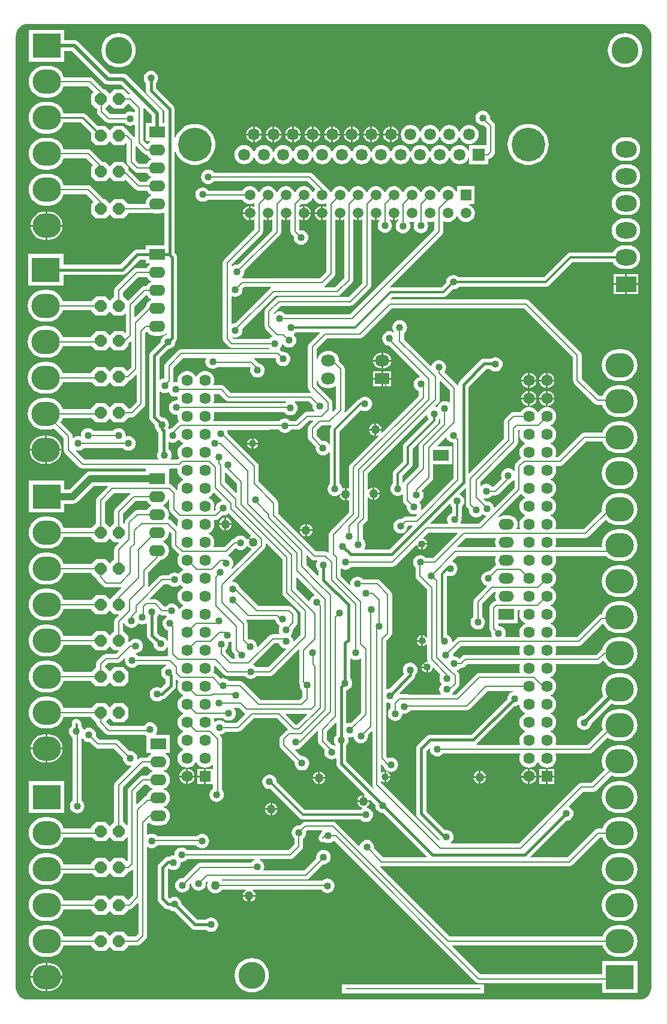
<source format=gbl>
%FSTAX24Y24*%
%MOIN*%
G70*
G01*
G75*
G04 Layer_Physical_Order=2*
G04 Layer_Color=16711680*
%ADD10R,0.0500X0.0394*%
%ADD11R,0.7500X0.0100*%
%ADD12R,0.0500X0.0500*%
G04:AMPARAMS|DCode=13|XSize=37.4mil|YSize=19.7mil|CornerRadius=2.5mil|HoleSize=0mil|Usage=FLASHONLY|Rotation=180.000|XOffset=0mil|YOffset=0mil|HoleType=Round|Shape=RoundedRectangle|*
%AMROUNDEDRECTD13*
21,1,0.0374,0.0148,0,0,180.0*
21,1,0.0325,0.0197,0,0,180.0*
1,1,0.0049,-0.0162,0.0074*
1,1,0.0049,0.0162,0.0074*
1,1,0.0049,0.0162,-0.0074*
1,1,0.0049,-0.0162,-0.0074*
%
%ADD13ROUNDEDRECTD13*%
%ADD14R,0.0500X0.0500*%
%ADD15R,0.0394X0.0500*%
%ADD16R,0.0390X0.0120*%
%ADD17O,0.1457X0.0256*%
%ADD18O,0.0118X0.0532*%
%ADD19C,0.0160*%
%ADD20C,0.0080*%
%ADD21C,0.0120*%
%ADD22C,0.0200*%
%ADD23C,0.0100*%
%ADD24C,0.1500*%
%ADD25C,0.1874*%
%ADD26C,0.0665*%
%ADD27R,0.0665X0.0665*%
%ADD28O,0.1575X0.1360*%
%ADD29R,0.1575X0.1360*%
%ADD30R,0.0638X0.0638*%
%ADD31C,0.0638*%
%ADD32C,0.0591*%
%ADD33R,0.0591X0.0591*%
%ADD34P,0.0714X8X202.5*%
%ADD35O,0.0900X0.0620*%
%ADD36R,0.0900X0.0620*%
%ADD37O,0.0850X0.0600*%
%ADD38R,0.0850X0.0600*%
%ADD39O,0.0800X0.0640*%
%ADD40R,0.0800X0.0640*%
%ADD41R,0.1181X0.0902*%
%ADD42O,0.1181X0.0902*%
%ADD43C,0.0400*%
%ADD44C,0.0500*%
%ADD45C,0.0400*%
G36*
X057628Y063396D02*
X057752Y063358D01*
X057866Y063297D01*
X057965Y063215D01*
X058047Y063116D01*
X058108Y063002D01*
X058146Y062878D01*
X058157Y06276D01*
X058155Y06275D01*
Y009871D01*
X058151Y00985D01*
X058151D01*
X058154Y009847D01*
X058141Y009721D01*
X058104Y009598D01*
X058043Y009484D01*
X057961Y009384D01*
X057861Y009302D01*
X057748Y009242D01*
X057624Y009204D01*
X057529Y009195D01*
X023547D01*
X023502Y009204D01*
Y009204D01*
X023499Y009201D01*
X023374Y009214D01*
X02325Y009251D01*
X023136Y009312D01*
X023037Y009394D01*
X022955Y009493D01*
X022894Y009607D01*
X022856Y009731D01*
X022845Y00985D01*
Y009859D01*
X022847D01*
X022845Y009869D01*
Y062737D01*
X022849Y062757D01*
X022849D01*
X022846Y06276D01*
X022858Y062885D01*
X022896Y063009D01*
X022957Y063123D01*
X023039Y063222D01*
X023138Y063304D01*
X023252Y063365D01*
X023376Y063403D01*
X023383Y063403D01*
X057549D01*
X057628Y063396D01*
D02*
G37*
%LPC*%
G36*
X056507Y039334D02*
X056293D01*
X05612Y039317D01*
X055954Y039267D01*
X055801Y039185D01*
X055667Y039075D01*
X055557Y038941D01*
X055476Y038788D01*
X055425Y038622D01*
X055408Y03845D01*
X055425Y038278D01*
X055476Y038112D01*
X055557Y037959D01*
X055667Y037825D01*
X055801Y037715D01*
X055954Y037633D01*
X05612Y037583D01*
X056293Y037566D01*
X056507D01*
X05668Y037583D01*
X056846Y037633D01*
X056999Y037715D01*
X057133Y037825D01*
X057243Y037959D01*
X057324Y038112D01*
X057375Y038278D01*
X057392Y03845D01*
X057375Y038622D01*
X057324Y038788D01*
X057243Y038941D01*
X057133Y039075D01*
X056999Y039185D01*
X056846Y039267D01*
X05668Y039317D01*
X056507Y039334D01*
D02*
G37*
G36*
X02445Y0397D02*
X023614D01*
X023624Y039597D01*
X023668Y03945D01*
X023741Y039315D01*
X023838Y039196D01*
X023957Y039098D01*
X024093Y039026D01*
X02424Y038981D01*
X024393Y038966D01*
X02445D01*
Y0397D01*
D02*
G37*
G36*
X038928Y035624D02*
X038886Y035619D01*
X038801Y035583D01*
X038728Y035527D01*
X038672Y035454D01*
X038637Y035369D01*
X038631Y035328D01*
X038928D01*
Y035624D01*
D02*
G37*
G36*
X039028D02*
Y035328D01*
X039324D01*
X039319Y035369D01*
X039283Y035454D01*
X039227Y035527D01*
X039154Y035583D01*
X039069Y035619D01*
X039028Y035624D01*
D02*
G37*
G36*
X025386Y0397D02*
X02455D01*
Y038966D01*
X024607D01*
X02476Y038981D01*
X024907Y039026D01*
X025043Y039098D01*
X025162Y039196D01*
X025259Y039315D01*
X025332Y03945D01*
X025376Y039597D01*
X025386Y0397D01*
D02*
G37*
G36*
X02445Y040534D02*
X024393D01*
X02424Y040519D01*
X024093Y040474D01*
X023957Y040402D01*
X023838Y040304D01*
X023741Y040185D01*
X023668Y04005D01*
X023624Y039903D01*
X023614Y0398D01*
X02445D01*
Y040534D01*
D02*
G37*
G36*
X024607D02*
X02455D01*
Y0398D01*
X025386D01*
X025376Y039903D01*
X025332Y04005D01*
X025259Y040185D01*
X025162Y040304D01*
X025043Y040402D01*
X024907Y040474D01*
X02476Y040519D01*
X024607Y040534D01*
D02*
G37*
G36*
X035951Y040044D02*
X035705D01*
X035709Y040016D01*
X035739Y039943D01*
X035787Y03988D01*
X035849Y039832D01*
X035922Y039802D01*
X035951Y039798D01*
Y040044D01*
D02*
G37*
G36*
X036297D02*
X036051D01*
Y039798D01*
X036079Y039802D01*
X036152Y039832D01*
X036215Y03988D01*
X036263Y039943D01*
X036293Y040016D01*
X036297Y040044D01*
D02*
G37*
G36*
X039324Y035228D02*
X039028D01*
Y034931D01*
X039069Y034937D01*
X039154Y034972D01*
X039227Y035028D01*
X039283Y035101D01*
X039319Y035186D01*
X039324Y035228D01*
D02*
G37*
G36*
X025436Y0231D02*
X0246D01*
Y022366D01*
X024657D01*
X02481Y022381D01*
X024957Y022426D01*
X025093Y022498D01*
X025212Y022596D01*
X025309Y022715D01*
X025382Y02285D01*
X025426Y022997D01*
X025436Y0231D01*
D02*
G37*
G36*
X0245Y023934D02*
X024443D01*
X02429Y023919D01*
X024143Y023874D01*
X024007Y023802D01*
X023888Y023704D01*
X023791Y023585D01*
X023718Y02345D01*
X023674Y023303D01*
X023664Y0232D01*
X0245D01*
Y023934D01*
D02*
G37*
G36*
X052769Y022019D02*
X0524D01*
Y02165D01*
X052769D01*
Y022019D01*
D02*
G37*
G36*
X0245Y0231D02*
X023664D01*
X023674Y022997D01*
X023718Y02285D01*
X023791Y022715D01*
X023888Y022596D01*
X024007Y022498D01*
X024143Y022426D01*
X02429Y022381D01*
X024443Y022366D01*
X0245D01*
Y0231D01*
D02*
G37*
G36*
X024657Y023934D02*
X0246D01*
Y0232D01*
X025436D01*
X025426Y023303D01*
X025382Y02345D01*
X025309Y023585D01*
X025212Y023704D01*
X025093Y023802D01*
X024957Y023874D01*
X02481Y023919D01*
X024657Y023934D01*
D02*
G37*
G36*
X056507Y033334D02*
X056293D01*
X05612Y033317D01*
X055954Y033267D01*
X055801Y033185D01*
X055667Y033075D01*
X055557Y032941D01*
X055476Y032788D01*
X055425Y032622D01*
X055408Y03245D01*
X055425Y032278D01*
X055476Y032112D01*
X055557Y031959D01*
X055667Y031825D01*
X055801Y031715D01*
X055954Y031633D01*
X05612Y031583D01*
X056293Y031566D01*
X056507D01*
X05668Y031583D01*
X056846Y031633D01*
X056999Y031715D01*
X057133Y031825D01*
X057243Y031959D01*
X057324Y032112D01*
X057375Y032278D01*
X057392Y03245D01*
X057375Y032622D01*
X057324Y032788D01*
X057243Y032941D01*
X057133Y033075D01*
X056999Y033185D01*
X056846Y033267D01*
X05668Y033317D01*
X056507Y033334D01*
D02*
G37*
G36*
X038928Y035228D02*
X038631D01*
X038637Y035186D01*
X038672Y035101D01*
X038728Y035028D01*
X038801Y034972D01*
X038886Y034937D01*
X038928Y034931D01*
Y035228D01*
D02*
G37*
G36*
X024657Y026034D02*
X024443D01*
X02427Y026017D01*
X024104Y025967D01*
X023951Y025885D01*
X023817Y025775D01*
X023707Y025641D01*
X023626Y025488D01*
X023575Y025322D01*
X023558Y02515D01*
X023575Y024978D01*
X023626Y024812D01*
X023707Y024659D01*
X023817Y024525D01*
X023951Y024415D01*
X024104Y024333D01*
X02427Y024283D01*
X024443Y024266D01*
X024657D01*
X02483Y024283D01*
X024996Y024333D01*
X025149Y024415D01*
X025283Y024525D01*
X025393Y024659D01*
X025474Y024812D01*
X025503Y024905D01*
X02702D01*
Y024885D01*
X027285Y02462D01*
X027305D01*
Y0246D01*
X027321Y024522D01*
X027324Y024506D01*
X027377Y024427D01*
X027827Y023977D01*
X027906Y023924D01*
X027922Y023921D01*
X028Y023905D01*
X030027D01*
X030098Y023851D01*
X0301Y02385D01*
Y02289D01*
X030333D01*
X030349Y022843D01*
X030246Y022764D01*
X030165Y022657D01*
X030159Y022645D01*
X02985D01*
X029756Y022626D01*
X029677Y022573D01*
X029643Y022539D01*
X029598Y022561D01*
X029603Y0226D01*
X02959Y022704D01*
X029549Y022802D01*
X029485Y022885D01*
X029402Y022949D01*
X029304Y02299D01*
X0292Y023003D01*
X029149Y022997D01*
X028573Y023573D01*
X028494Y023626D01*
X028478Y023629D01*
X0284Y023645D01*
X027501D01*
X027297Y023849D01*
X027303Y0239D01*
X02729Y024004D01*
X027249Y024102D01*
X027185Y024185D01*
X027102Y024249D01*
X027004Y02429D01*
X0269Y024303D01*
X026796Y02429D01*
X026698Y024249D01*
X02665Y024212D01*
X026609Y024207D01*
X026586Y024213D01*
X026549Y024302D01*
X026495Y024373D01*
Y0245D01*
X026476Y024594D01*
X026423Y024673D01*
X026373Y024723D01*
X026294Y024776D01*
X026278Y024779D01*
X0262Y024795D01*
X026122Y024779D01*
X026106Y024776D01*
X026027Y024723D01*
X025974Y024644D01*
X025971Y024628D01*
X025955Y02455D01*
Y024416D01*
X025915Y024385D01*
X025851Y024302D01*
X02581Y024204D01*
X025797Y0241D01*
X02581Y023996D01*
X025851Y023898D01*
X025915Y023815D01*
X025998Y023751D01*
X026005Y023748D01*
Y020266D01*
X025965Y020235D01*
X025901Y020152D01*
X02586Y020054D01*
X025847Y01995D01*
X02586Y019846D01*
X025901Y019748D01*
X025965Y019665D01*
X026048Y019601D01*
X026146Y01956D01*
X02625Y019547D01*
X026354Y01956D01*
X026452Y019601D01*
X026535Y019665D01*
X026599Y019748D01*
X02664Y019846D01*
X026653Y01995D01*
X02664Y020054D01*
X026599Y020152D01*
X026535Y020235D01*
X026495Y020266D01*
Y023705D01*
X026544Y023715D01*
X026551Y023698D01*
X026615Y023615D01*
X026698Y023551D01*
X026796Y02351D01*
X0269Y023497D01*
X026951Y023503D01*
X027227Y023227D01*
X02728Y023192D01*
X027306Y023174D01*
X0274Y023155D01*
X028299D01*
X028803Y022651D01*
X028797Y0226D01*
X02881Y022496D01*
X028851Y022398D01*
X028915Y022315D01*
X028998Y022251D01*
X029096Y02221D01*
X0292Y022197D01*
X029239Y022202D01*
X029261Y022157D01*
X028377Y021273D01*
X028324Y021194D01*
X028321Y021178D01*
X028305Y0211D01*
Y01908D01*
X028285D01*
X02805Y018845D01*
X027815Y01908D01*
X027285D01*
X02702Y018815D01*
Y018698D01*
X025503D01*
X025474Y018792D01*
X025393Y018945D01*
X025283Y019079D01*
X025149Y019189D01*
X024996Y01927D01*
X02483Y019321D01*
X024657Y019338D01*
X024443D01*
X02427Y019321D01*
X024104Y01927D01*
X023951Y019189D01*
X023817Y019079D01*
X023707Y018945D01*
X023626Y018792D01*
X023575Y018626D01*
X023558Y018454D01*
X023575Y018281D01*
X023626Y018115D01*
X023707Y017962D01*
X023817Y017828D01*
X023951Y017718D01*
X024104Y017637D01*
X02427Y017586D01*
X024443Y017569D01*
X024657D01*
X02483Y017586D01*
X024996Y017637D01*
X025149Y017718D01*
X025283Y017828D01*
X025393Y017962D01*
X025474Y018115D01*
X025503Y018209D01*
X027096D01*
X027285Y01802D01*
X027815D01*
X02805Y018255D01*
X028285Y01802D01*
X028815D01*
X029009Y018214D01*
X029055Y018195D01*
Y016905D01*
X029009Y016886D01*
X028815Y01708D01*
X028285D01*
X02805Y016845D01*
X027815Y01708D01*
X027285D01*
X02702Y016815D01*
Y016698D01*
X025503D01*
X025474Y016792D01*
X025393Y016945D01*
X025283Y017079D01*
X025149Y017189D01*
X024996Y01727D01*
X02483Y017321D01*
X024657Y017338D01*
X024443D01*
X02427Y017321D01*
X024104Y01727D01*
X023951Y017189D01*
X023817Y017079D01*
X023707Y016945D01*
X023626Y016792D01*
X023575Y016626D01*
X023558Y016454D01*
X023575Y016281D01*
X023626Y016115D01*
X023707Y015962D01*
X023817Y015828D01*
X023951Y015718D01*
X024104Y015637D01*
X02427Y015586D01*
X024443Y015569D01*
X024657D01*
X02483Y015586D01*
X024996Y015637D01*
X025149Y015718D01*
X025283Y015828D01*
X025393Y015962D01*
X025474Y016115D01*
X025503Y016209D01*
X027096D01*
X027285Y01602D01*
X027815D01*
X02805Y016255D01*
X028285Y01602D01*
X028815D01*
X02908Y016285D01*
Y016305D01*
X0291D01*
X029178Y016321D01*
X029194Y016324D01*
X029273Y016377D01*
X029309Y016413D01*
X029355Y016394D01*
Y015001D01*
X029099Y014746D01*
X029049D01*
X028815Y01498D01*
X028285D01*
X02805Y014745D01*
X027815Y01498D01*
X027285D01*
X02702Y014715D01*
Y014698D01*
X025503D01*
X025474Y014792D01*
X025393Y014945D01*
X025283Y015079D01*
X025149Y015189D01*
X024996Y01527D01*
X02483Y015321D01*
X024657Y015338D01*
X024443D01*
X02427Y015321D01*
X024104Y01527D01*
X023951Y015189D01*
X023817Y015079D01*
X023707Y014945D01*
X023626Y014792D01*
X023575Y014626D01*
X023558Y014454D01*
X023575Y014281D01*
X023626Y014115D01*
X023707Y013962D01*
X023817Y013828D01*
X023951Y013718D01*
X024104Y013637D01*
X02427Y013586D01*
X024443Y013569D01*
X024657D01*
X02483Y013586D01*
X024996Y013637D01*
X025149Y013718D01*
X025283Y013828D01*
X025393Y013962D01*
X025474Y014115D01*
X025503Y014209D01*
X02702D01*
Y014185D01*
X027285Y01392D01*
X027815D01*
X02805Y014155D01*
X028285Y01392D01*
X028815D01*
X02908Y014185D01*
Y014205D01*
X02915D01*
X029228Y014221D01*
X029244Y014224D01*
X029323Y014277D01*
X029609Y014563D01*
X029655Y014544D01*
Y012851D01*
X029499Y012695D01*
X02908D01*
Y012715D01*
X028815Y01298D01*
X028285D01*
X02805Y012745D01*
X027815Y01298D01*
X027285D01*
X02702Y012715D01*
Y012698D01*
X025503D01*
X025474Y012792D01*
X025393Y012945D01*
X025283Y013079D01*
X025149Y013189D01*
X024996Y01327D01*
X02483Y013321D01*
X024657Y013338D01*
X024443D01*
X02427Y013321D01*
X024104Y01327D01*
X023951Y013189D01*
X023817Y013079D01*
X023707Y012945D01*
X023626Y012792D01*
X023575Y012626D01*
X023558Y012454D01*
X023575Y012281D01*
X023626Y012115D01*
X023707Y011962D01*
X023817Y011828D01*
X023951Y011718D01*
X024104Y011637D01*
X02427Y011586D01*
X024443Y011569D01*
X024657D01*
X02483Y011586D01*
X024996Y011637D01*
X025149Y011718D01*
X025283Y011828D01*
X025393Y011962D01*
X025474Y012115D01*
X025503Y012209D01*
X02702D01*
Y012185D01*
X027285Y01192D01*
X027815D01*
X02805Y012155D01*
X028285Y01192D01*
X028815D01*
X02908Y012185D01*
Y012205D01*
X0296D01*
X029678Y012221D01*
X029694Y012224D01*
X029773Y012277D01*
X030073Y012577D01*
X030126Y012656D01*
X030129Y012672D01*
X030145Y01275D01*
Y017648D01*
X03019Y01767D01*
X030202Y01766D01*
X030299Y01762D01*
X030404Y017606D01*
X030508Y01762D01*
X030605Y01766D01*
X030689Y017725D01*
X03073Y017779D01*
X032855D01*
X032899Y017721D01*
X032983Y017657D01*
X03308Y017617D01*
X033184Y017603D01*
X033289Y017617D01*
X033386Y017657D01*
X03347Y017721D01*
X033534Y017805D01*
X033574Y017902D01*
X033588Y018006D01*
X033574Y018111D01*
X033534Y018208D01*
X03347Y018292D01*
X033386Y018356D01*
X033289Y018396D01*
X033184Y01841D01*
X03308Y018396D01*
X032983Y018356D01*
X032899Y018292D01*
X032881Y018268D01*
X03071D01*
X030689Y018295D01*
X030605Y018359D01*
X030508Y0184D01*
X030404Y018413D01*
X030299Y0184D01*
X030202Y018359D01*
X03019Y01835D01*
X030145Y018372D01*
Y018949D01*
X030233Y019037D01*
X030246Y019036D01*
X030353Y018955D01*
X030477Y018903D01*
X03061Y018886D01*
X03089D01*
X031023Y018903D01*
X031147Y018955D01*
X031254Y019036D01*
X031335Y019143D01*
X031387Y019267D01*
X031404Y0194D01*
X031387Y019533D01*
X031335Y019657D01*
X031254Y019764D01*
X031147Y019845D01*
X031076Y019875D01*
Y019925D01*
X031147Y019955D01*
X031254Y020036D01*
X031335Y020143D01*
X031387Y020267D01*
X031404Y0204D01*
X031387Y020533D01*
X031335Y020657D01*
X031254Y020764D01*
X031147Y020845D01*
X031076Y020875D01*
Y020925D01*
X031147Y020955D01*
X031254Y021036D01*
X031335Y021143D01*
X031387Y021267D01*
X031404Y0214D01*
X031387Y021533D01*
X031335Y021657D01*
X031254Y021764D01*
X031147Y021845D01*
X031076Y021875D01*
Y021925D01*
X031147Y021955D01*
X031254Y022036D01*
X031335Y022143D01*
X031387Y022267D01*
X031404Y0224D01*
X031387Y022533D01*
X031335Y022657D01*
X031254Y022764D01*
X031151Y022843D01*
X031167Y02289D01*
X0314D01*
Y02391D01*
X030638D01*
X030616Y023955D01*
X030649Y023998D01*
X03069Y024096D01*
X030703Y0242D01*
X03069Y024304D01*
X030649Y024402D01*
X030585Y024485D01*
X030502Y024549D01*
X030404Y02459D01*
X0303Y024603D01*
X030196Y02459D01*
X030098Y024549D01*
X030015Y024485D01*
X029951Y024402D01*
X029948Y024395D01*
X028101D01*
X027871Y024626D01*
Y024676D01*
X02805Y024855D01*
X028285Y02462D01*
X028815D01*
X02908Y024885D01*
Y025415D01*
X028815Y02568D01*
X028285D01*
X02805Y025445D01*
X027815Y02568D01*
X027285D01*
X02702Y025415D01*
Y025395D01*
X025503D01*
X025474Y025488D01*
X025393Y025641D01*
X025283Y025775D01*
X025149Y025885D01*
X024996Y025967D01*
X02483Y026017D01*
X024657Y026034D01*
D02*
G37*
G36*
X056507Y027334D02*
X056293D01*
X05612Y027317D01*
X055954Y027267D01*
X055801Y027185D01*
X055667Y027075D01*
X055557Y026941D01*
X055476Y026788D01*
X055425Y026622D01*
X055408Y02645D01*
X055425Y026278D01*
X055476Y026112D01*
X055494Y026077D01*
X054397Y02498D01*
X054321Y02497D01*
X054223Y02493D01*
X05414Y024866D01*
X054076Y024782D01*
X054035Y024685D01*
X054022Y024581D01*
X054035Y024476D01*
X054076Y024379D01*
X05414Y024295D01*
X054223Y024231D01*
X054321Y024191D01*
X054425Y024177D01*
X05453Y024191D01*
X054627Y024231D01*
X05471Y024295D01*
X054775Y024379D01*
X054815Y024476D01*
X054825Y024553D01*
X055922Y02565D01*
X055954Y025633D01*
X05612Y025583D01*
X056293Y025566D01*
X056507D01*
X05668Y025583D01*
X056846Y025633D01*
X056999Y025715D01*
X057133Y025825D01*
X057243Y025959D01*
X057324Y026112D01*
X057375Y026278D01*
X057392Y02645D01*
X057375Y026622D01*
X057324Y026788D01*
X057243Y026941D01*
X057133Y027075D01*
X056999Y027185D01*
X056846Y027267D01*
X05668Y027317D01*
X056507Y027334D01*
D02*
G37*
G36*
X0524Y043016D02*
Y04265D01*
X052766D01*
X052758Y042709D01*
X052716Y042811D01*
X052649Y042899D01*
X052561Y042966D01*
X052459Y043008D01*
X0524Y043016D01*
D02*
G37*
G36*
X0513Y04355D02*
X050934D01*
X050942Y043491D01*
X050984Y043389D01*
X051051Y043301D01*
X051139Y043234D01*
X051241Y043192D01*
X0513Y043184D01*
Y04355D01*
D02*
G37*
G36*
X0514Y043016D02*
Y04265D01*
X051766D01*
X051758Y042709D01*
X051716Y042811D01*
X051649Y042899D01*
X051561Y042966D01*
X051459Y043008D01*
X0514Y043016D01*
D02*
G37*
G36*
X0523D02*
X052241Y043008D01*
X052139Y042966D01*
X052051Y042899D01*
X051984Y042811D01*
X051942Y042709D01*
X051934Y04265D01*
X0523D01*
Y043016D01*
D02*
G37*
G36*
X051766Y04355D02*
X0514D01*
Y043184D01*
X051459Y043192D01*
X051561Y043234D01*
X051649Y043301D01*
X051716Y043389D01*
X051758Y043491D01*
X051766Y04355D01*
D02*
G37*
G36*
X04315Y04365D02*
X0427D01*
Y04328D01*
X04315D01*
Y04365D01*
D02*
G37*
G36*
X0437D02*
X04325D01*
Y04328D01*
X0437D01*
Y04365D01*
D02*
G37*
G36*
X0523Y04355D02*
X051934D01*
X051942Y043491D01*
X051984Y043389D01*
X052051Y043301D01*
X052139Y043234D01*
X052241Y043192D01*
X0523Y043184D01*
Y04355D01*
D02*
G37*
G36*
X052766D02*
X0524D01*
Y043184D01*
X052459Y043192D01*
X052561Y043234D01*
X052649Y043301D01*
X052716Y043389D01*
X052758Y043491D01*
X052766Y04355D01*
D02*
G37*
G36*
X0513Y043016D02*
X051241Y043008D01*
X051139Y042966D01*
X051051Y042899D01*
X050984Y042811D01*
X050942Y042709D01*
X050934Y04265D01*
X0513D01*
Y043016D01*
D02*
G37*
G36*
X042774Y040817D02*
X042478D01*
X042483Y040776D01*
X042519Y04069D01*
X042575Y040617D01*
X042648Y040561D01*
X042733Y040526D01*
X042774Y04052D01*
Y040817D01*
D02*
G37*
G36*
Y041213D02*
X042733Y041208D01*
X042648Y041173D01*
X042575Y041117D01*
X042519Y041043D01*
X042483Y040958D01*
X042478Y040917D01*
X042774D01*
Y041213D01*
D02*
G37*
G36*
X035951Y04039D02*
X035922Y040386D01*
X035849Y040356D01*
X035787Y040308D01*
X035739Y040245D01*
X035709Y040172D01*
X035705Y040144D01*
X035951D01*
Y04039D01*
D02*
G37*
G36*
X036051D02*
Y040144D01*
X036297D01*
X036293Y040172D01*
X036263Y040245D01*
X036215Y040308D01*
X036152Y040356D01*
X036079Y040386D01*
X036051Y04039D01*
D02*
G37*
G36*
X042874Y041213D02*
Y040917D01*
X043171D01*
X043165Y040958D01*
X04313Y041043D01*
X043074Y041117D01*
X043001Y041173D01*
X042916Y041208D01*
X042874Y041213D01*
D02*
G37*
G36*
X0523Y04255D02*
X051934D01*
X051942Y042491D01*
X051984Y042389D01*
X052051Y042301D01*
X052139Y042234D01*
X052241Y042192D01*
X0523Y042184D01*
Y04255D01*
D02*
G37*
G36*
X052766D02*
X0524D01*
Y042184D01*
X052459Y042192D01*
X052561Y042234D01*
X052649Y042301D01*
X052716Y042389D01*
X052758Y042491D01*
X052766Y04255D01*
D02*
G37*
G36*
X0513D02*
X050934D01*
X050942Y042491D01*
X050984Y042389D01*
X051051Y042301D01*
X051139Y042234D01*
X051241Y042192D01*
X0513Y042184D01*
Y04255D01*
D02*
G37*
G36*
X051766D02*
X0514D01*
Y042184D01*
X051459Y042192D01*
X051561Y042234D01*
X051649Y042301D01*
X051716Y042389D01*
X051758Y042491D01*
X051766Y04255D01*
D02*
G37*
G36*
X0523Y022019D02*
X051931D01*
Y02165D01*
X0523D01*
Y022019D01*
D02*
G37*
G36*
X037377Y019726D02*
X03708D01*
Y01943D01*
X037121Y019435D01*
X037207Y019471D01*
X03728Y019527D01*
X037336Y0196D01*
X037371Y019685D01*
X037377Y019726D01*
D02*
G37*
G36*
X056507Y021334D02*
X056293D01*
X05612Y021317D01*
X055954Y021267D01*
X055801Y021185D01*
X055667Y021075D01*
X055557Y020941D01*
X055476Y020788D01*
X055425Y020622D01*
X055408Y02045D01*
X055425Y020278D01*
X055476Y020112D01*
X055557Y019959D01*
X055667Y019825D01*
X055801Y019715D01*
X055954Y019633D01*
X05612Y019583D01*
X056293Y019566D01*
X056507D01*
X05668Y019583D01*
X056846Y019633D01*
X056999Y019715D01*
X057133Y019825D01*
X057243Y019959D01*
X057324Y020112D01*
X057375Y020278D01*
X057392Y02045D01*
X057375Y020622D01*
X057324Y020788D01*
X057243Y020941D01*
X057133Y021075D01*
X056999Y021185D01*
X056846Y021267D01*
X05668Y021317D01*
X056507Y021334D01*
D02*
G37*
G36*
X036941Y0217D02*
X036837Y021686D01*
X03674Y021646D01*
X036656Y021582D01*
X036592Y021498D01*
X036552Y021401D01*
X036538Y021296D01*
X036552Y021192D01*
X036592Y021095D01*
X036656Y021011D01*
X03674Y020947D01*
X036837Y020907D01*
X036941Y020893D01*
X036982Y020898D01*
X038603Y019278D01*
X038603Y019278D01*
X038657Y019236D01*
X038657Y019236D01*
X038657Y019236D01*
D01*
X038657Y019236D01*
X038657Y019236D01*
X038721Y01921D01*
X038789Y019201D01*
X038789Y019201D01*
X041986D01*
X042004Y019178D01*
X042088Y019114D01*
X042185Y019073D01*
X042289Y01906D01*
X042394Y019073D01*
X042491Y019114D01*
X042575Y019178D01*
X042639Y019261D01*
X042679Y019359D01*
X042693Y019463D01*
X042679Y019567D01*
X042639Y019665D01*
X042575Y019748D01*
X042491Y019812D01*
X042394Y019853D01*
X042354Y019858D01*
X042341Y019906D01*
X042408Y019958D01*
X042464Y020031D01*
X0425Y020116D01*
X042505Y020157D01*
X041812D01*
X041818Y020116D01*
X041853Y020031D01*
X041909Y019958D01*
X041982Y019902D01*
X042067Y019866D01*
X042086Y019864D01*
X042093Y019814D01*
X042088Y019812D01*
X042004Y019748D01*
X041986Y019725D01*
X038897D01*
X037343Y02128D01*
X037345Y021296D01*
X037331Y021401D01*
X037291Y021498D01*
X037227Y021582D01*
X037143Y021646D01*
X037046Y021686D01*
X036941Y0217D01*
D02*
G37*
G36*
X03698Y019726D02*
X036684D01*
X036689Y019685D01*
X036724Y0196D01*
X03678Y019527D01*
X036854Y019471D01*
X036939Y019435D01*
X03698Y01943D01*
Y019726D01*
D02*
G37*
G36*
X025537Y021334D02*
X023563D01*
Y019574D01*
X025537D01*
Y021334D01*
D02*
G37*
G36*
X042109Y020554D02*
X042067Y020548D01*
X041982Y020513D01*
X041909Y020457D01*
X041853Y020384D01*
X041818Y020299D01*
X041812Y020257D01*
X042109D01*
Y020554D01*
D02*
G37*
G36*
X039638Y021464D02*
X039342D01*
X039347Y021423D01*
X039382Y021338D01*
X039439Y021265D01*
X039512Y021208D01*
X039597Y021173D01*
X039638Y021168D01*
Y021464D01*
D02*
G37*
G36*
X03698Y020123D02*
X036939Y020117D01*
X036854Y020082D01*
X03678Y020026D01*
X036724Y019953D01*
X036689Y019868D01*
X036684Y019826D01*
X03698D01*
Y020123D01*
D02*
G37*
G36*
X03708D02*
Y019826D01*
X037377D01*
X037371Y019868D01*
X037336Y019953D01*
X03728Y020026D01*
X037207Y020082D01*
X037121Y020117D01*
X03708Y020123D01*
D02*
G37*
G36*
X056507Y017334D02*
X056293D01*
X05612Y017317D01*
X055954Y017267D01*
X055801Y017185D01*
X055667Y017075D01*
X055557Y016941D01*
X055476Y016788D01*
X055425Y016622D01*
X055408Y01645D01*
X055425Y016278D01*
X055476Y016112D01*
X055557Y015959D01*
X055667Y015825D01*
X055801Y015715D01*
X055954Y015633D01*
X05612Y015583D01*
X056293Y015566D01*
X056507D01*
X05668Y015583D01*
X056846Y015633D01*
X056999Y015715D01*
X057133Y015825D01*
X057243Y015959D01*
X057324Y016112D01*
X057375Y016278D01*
X057392Y01645D01*
X057375Y016622D01*
X057324Y016788D01*
X057243Y016941D01*
X057133Y017075D01*
X056999Y017185D01*
X056846Y017267D01*
X05668Y017317D01*
X056507Y017334D01*
D02*
G37*
G36*
X0245Y010404D02*
X023664D01*
X023674Y010301D01*
X023718Y010154D01*
X023791Y010018D01*
X023888Y009899D01*
X024007Y009802D01*
X024143Y009729D01*
X02429Y009685D01*
X024443Y00967D01*
X0245D01*
Y010404D01*
D02*
G37*
G36*
X025436D02*
X0246D01*
Y00967D01*
X024657D01*
X02481Y009685D01*
X024957Y009729D01*
X025093Y009802D01*
X025212Y009899D01*
X025309Y010018D01*
X025382Y010154D01*
X025426Y010301D01*
X025436Y010404D01*
D02*
G37*
G36*
X048876Y010045D02*
X040976D01*
Y009545D01*
X048876D01*
Y010045D01*
D02*
G37*
G36*
X03595Y011505D02*
X035764Y011486D01*
X035585Y011432D01*
X03542Y011344D01*
X035275Y011225D01*
X035156Y01108D01*
X035068Y010915D01*
X035014Y010736D01*
X034995Y01055D01*
X035014Y010364D01*
X035068Y010185D01*
X035156Y01002D01*
X035275Y009875D01*
X03542Y009756D01*
X035585Y009668D01*
X035764Y009614D01*
X03595Y009595D01*
X036136Y009614D01*
X036315Y009668D01*
X03648Y009756D01*
X036625Y009875D01*
X036744Y01002D01*
X036832Y010185D01*
X036886Y010364D01*
X036905Y01055D01*
X036886Y010736D01*
X036832Y010915D01*
X036744Y01108D01*
X036625Y011225D01*
X03648Y011344D01*
X036315Y011432D01*
X036136Y011486D01*
X03595Y011505D01*
D02*
G37*
G36*
X0245Y011237D02*
X024443D01*
X02429Y011222D01*
X024143Y011178D01*
X024007Y011105D01*
X023888Y011008D01*
X023791Y010889D01*
X023718Y010753D01*
X023674Y010606D01*
X023664Y010504D01*
X0245D01*
Y011237D01*
D02*
G37*
G36*
X03576Y014915D02*
X035463D01*
X035469Y014874D01*
X035504Y014789D01*
X03556Y014716D01*
X035633Y01466D01*
X035718Y014624D01*
X03576Y014619D01*
Y014915D01*
D02*
G37*
G36*
X036156D02*
X03586D01*
Y014619D01*
X035901Y014624D01*
X035986Y01466D01*
X036059Y014716D01*
X036116Y014789D01*
X036151Y014874D01*
X036156Y014915D01*
D02*
G37*
G36*
X024657Y011237D02*
X0246D01*
Y010504D01*
X025436D01*
X025426Y010606D01*
X025382Y010753D01*
X025309Y010889D01*
X025212Y011008D01*
X025093Y011105D01*
X024957Y011178D01*
X02481Y011222D01*
X024657Y011237D01*
D02*
G37*
G36*
X056507Y015334D02*
X056293D01*
X05612Y015317D01*
X055954Y015267D01*
X055801Y015185D01*
X055667Y015075D01*
X055557Y014941D01*
X055476Y014788D01*
X055425Y014622D01*
X055408Y01445D01*
X055425Y014278D01*
X055476Y014112D01*
X055557Y013959D01*
X055667Y013825D01*
X055801Y013715D01*
X055954Y013633D01*
X05612Y013583D01*
X056293Y013566D01*
X056507D01*
X05668Y013583D01*
X056846Y013633D01*
X056999Y013715D01*
X057133Y013825D01*
X057243Y013959D01*
X057324Y014112D01*
X057375Y014278D01*
X057392Y01445D01*
X057375Y014622D01*
X057324Y014788D01*
X057243Y014941D01*
X057133Y015075D01*
X056999Y015185D01*
X056846Y015267D01*
X05668Y015317D01*
X056507Y015334D01*
D02*
G37*
G36*
X048572Y021898D02*
X048531Y021892D01*
X048446Y021857D01*
X048373Y021801D01*
X048317Y021728D01*
X048281Y021643D01*
X048276Y021601D01*
X048572D01*
Y021898D01*
D02*
G37*
G36*
X048672D02*
Y021601D01*
X048969D01*
X048963Y021643D01*
X048928Y021728D01*
X048872Y021801D01*
X048799Y021857D01*
X048714Y021892D01*
X048672Y021898D01*
D02*
G37*
G36*
X039638Y021861D02*
X039597Y021855D01*
X039512Y02182D01*
X039439Y021764D01*
X039382Y021691D01*
X039347Y021606D01*
X039342Y021564D01*
X039638D01*
Y021861D01*
D02*
G37*
G36*
X039738D02*
Y021564D01*
X040035D01*
X040029Y021606D01*
X039994Y021691D01*
X039938Y021764D01*
X039865Y02182D01*
X03978Y021855D01*
X039738Y021861D01*
D02*
G37*
G36*
X0323Y022016D02*
X032241Y022008D01*
X032139Y021966D01*
X032051Y021899D01*
X031984Y021811D01*
X031942Y021709D01*
X031934Y02165D01*
X0323D01*
Y022016D01*
D02*
G37*
G36*
X0513D02*
X051241Y022008D01*
X051139Y021966D01*
X051051Y021899D01*
X050984Y021811D01*
X050942Y021709D01*
X050934Y02165D01*
X0513D01*
Y022016D01*
D02*
G37*
G36*
X0514D02*
Y02165D01*
X051766D01*
X051758Y021709D01*
X051716Y021811D01*
X051649Y021899D01*
X051561Y021966D01*
X051459Y022008D01*
X0514Y022016D01*
D02*
G37*
G36*
X0324D02*
Y02165D01*
X032766D01*
X032758Y021709D01*
X032716Y021811D01*
X032649Y021899D01*
X032561Y021966D01*
X032459Y022008D01*
X0324Y022016D01*
D02*
G37*
G36*
X0333Y022019D02*
X032931D01*
Y02165D01*
X0333D01*
Y022019D01*
D02*
G37*
G36*
X048969Y021501D02*
X048672D01*
Y021205D01*
X048714Y02121D01*
X048799Y021245D01*
X048872Y021302D01*
X048928Y021375D01*
X048963Y02146D01*
X048969Y021501D01*
D02*
G37*
G36*
X0523Y02155D02*
X051931D01*
Y021181D01*
X0523D01*
Y02155D01*
D02*
G37*
G36*
X052769D02*
X0524D01*
Y021181D01*
X052769D01*
Y02155D01*
D02*
G37*
G36*
X040035Y021464D02*
X039738D01*
Y021168D01*
X03978Y021173D01*
X039865Y021208D01*
X039938Y021265D01*
X039994Y021338D01*
X040029Y021423D01*
X040035Y021464D01*
D02*
G37*
G36*
X0333Y02155D02*
X032931D01*
Y021181D01*
X0333D01*
Y02155D01*
D02*
G37*
G36*
X0323D02*
X031934D01*
X031942Y021491D01*
X031984Y021389D01*
X032051Y021301D01*
X032139Y021234D01*
X032241Y021192D01*
X0323Y021184D01*
Y02155D01*
D02*
G37*
G36*
X051766D02*
X0514D01*
Y021184D01*
X051459Y021192D01*
X051561Y021234D01*
X051649Y021301D01*
X051716Y021389D01*
X051758Y021491D01*
X051766Y02155D01*
D02*
G37*
G36*
X048572Y021501D02*
X048276D01*
X048281Y02146D01*
X048317Y021375D01*
X048373Y021302D01*
X048446Y021245D01*
X048531Y02121D01*
X048572Y021205D01*
Y021501D01*
D02*
G37*
G36*
X032766Y02155D02*
X0324D01*
Y021184D01*
X032459Y021192D01*
X032561Y021234D01*
X032649Y021301D01*
X032716Y021389D01*
X032758Y021491D01*
X032766Y02155D01*
D02*
G37*
G36*
X0513D02*
X050934D01*
X050942Y021491D01*
X050984Y021389D01*
X051051Y021301D01*
X051139Y021234D01*
X051241Y021192D01*
X0513Y021184D01*
Y02155D01*
D02*
G37*
G36*
X04411Y057219D02*
X043731D01*
Y056839D01*
X043793Y056847D01*
X043899Y056891D01*
X043989Y05696D01*
X044058Y057051D01*
X044102Y057156D01*
X04411Y057219D01*
D02*
G37*
G36*
X043631D02*
X043251D01*
X043259Y057156D01*
X043303Y057051D01*
X043372Y05696D01*
X043462Y056891D01*
X043568Y056847D01*
X043631Y056839D01*
Y057219D01*
D02*
G37*
G36*
X036121Y057699D02*
Y057319D01*
X036501D01*
X036493Y057382D01*
X036449Y057487D01*
X03638Y057577D01*
X03629Y057647D01*
X036184Y05769D01*
X036121Y057699D01*
D02*
G37*
G36*
X036021D02*
X035958Y05769D01*
X035853Y057647D01*
X035763Y057577D01*
X035694Y057487D01*
X03565Y057382D01*
X035642Y057319D01*
X036021D01*
Y057699D01*
D02*
G37*
G36*
X041936Y057219D02*
X041557D01*
Y056839D01*
X041619Y056847D01*
X041725Y056891D01*
X041815Y05696D01*
X041884Y057051D01*
X041928Y057156D01*
X041936Y057219D01*
D02*
G37*
G36*
X041456D02*
X041077D01*
X041085Y057156D01*
X041129Y057051D01*
X041198Y05696D01*
X041288Y056891D01*
X041394Y056847D01*
X041456Y056839D01*
Y057219D01*
D02*
G37*
G36*
X043023D02*
X042643D01*
Y056839D01*
X042706Y056847D01*
X042812Y056891D01*
X042902Y05696D01*
X042971Y057051D01*
X043015Y057156D01*
X043023Y057219D01*
D02*
G37*
G36*
X042544D02*
X042164D01*
X042172Y057156D01*
X042216Y057051D01*
X042285Y05696D01*
X042375Y056891D01*
X042481Y056847D01*
X042544Y056839D01*
Y057219D01*
D02*
G37*
G36*
X039382Y057699D02*
Y057319D01*
X039762D01*
X039754Y057382D01*
X03971Y057487D01*
X039641Y057577D01*
X039551Y057647D01*
X039445Y05769D01*
X039382Y057699D01*
D02*
G37*
G36*
X039282D02*
X03922Y05769D01*
X039114Y057647D01*
X039024Y057577D01*
X038955Y057487D01*
X038911Y057382D01*
X038903Y057319D01*
X039282D01*
Y057699D01*
D02*
G37*
G36*
X0358Y05285D02*
X035458D01*
X035465Y052797D01*
X035505Y052701D01*
X035568Y052618D01*
X035651Y052555D01*
X035747Y052515D01*
X0358Y052508D01*
Y05285D01*
D02*
G37*
G36*
X040369Y057699D02*
X040307Y05769D01*
X040201Y057647D01*
X040111Y057577D01*
X040042Y057487D01*
X039998Y057382D01*
X03999Y057319D01*
X040369D01*
Y057699D01*
D02*
G37*
G36*
X037208D02*
Y057319D01*
X037588D01*
X03758Y057382D01*
X037536Y057487D01*
X037467Y057577D01*
X037377Y057647D01*
X037271Y05769D01*
X037208Y057699D01*
D02*
G37*
G36*
X037108D02*
X037046Y05769D01*
X03694Y057647D01*
X03685Y057577D01*
X036781Y057487D01*
X036737Y057382D01*
X036729Y057319D01*
X037108D01*
Y057699D01*
D02*
G37*
G36*
X038295D02*
Y057319D01*
X038675D01*
X038667Y057382D01*
X038623Y057487D01*
X038554Y057577D01*
X038464Y057647D01*
X038358Y05769D01*
X038295Y057699D01*
D02*
G37*
G36*
X038195D02*
X038133Y05769D01*
X038027Y057647D01*
X037937Y057577D01*
X037868Y057487D01*
X037824Y057382D01*
X037816Y057319D01*
X038195D01*
Y057699D01*
D02*
G37*
G36*
X048792Y05859D02*
X048688Y058577D01*
X04859Y058536D01*
X048507Y058472D01*
X048443Y058389D01*
X048402Y058291D01*
X048389Y058187D01*
X048402Y058083D01*
X048443Y057985D01*
X048507Y057902D01*
X04859Y057838D01*
X048688Y057797D01*
X048792Y057784D01*
X048843Y05779D01*
X048982Y057651D01*
Y056683D01*
X048045D01*
X048045Y056684D01*
D01*
X048042Y056733D01*
X048168Y05675D01*
X048297Y056804D01*
X048408Y056889D01*
X048494Y057D01*
X048548Y05713D01*
X048566Y057269D01*
X048548Y057408D01*
X048494Y057538D01*
X048408Y057649D01*
X048297Y057734D01*
X048168Y057788D01*
X048029Y057806D01*
X047889Y057788D01*
X04776Y057734D01*
X047649Y057649D01*
X047563Y057538D01*
X04751Y057409D01*
X04751D01*
Y057409D01*
X047461D01*
X04746D01*
D01*
D01*
Y057409D01*
D01*
X04746D01*
X047407Y057538D01*
X047321Y057649D01*
X04721Y057734D01*
X047081Y057788D01*
X046942Y057806D01*
X046802Y057788D01*
X046673Y057734D01*
X046562Y057649D01*
X046476Y057538D01*
X046423Y057409D01*
X046423D01*
Y057409D01*
X046374D01*
X046373D01*
D01*
D01*
Y057409D01*
D01*
X046373D01*
X04632Y057538D01*
X046234Y057649D01*
X046123Y057734D01*
X045994Y057788D01*
X045855Y057806D01*
X045715Y057788D01*
X045586Y057734D01*
X045475Y057649D01*
X045389Y057538D01*
X045336Y057409D01*
X045336D01*
Y057409D01*
X045286D01*
X045286D01*
D01*
D01*
Y057409D01*
D01*
X045286D01*
X045233Y057538D01*
X045147Y057649D01*
X045036Y057734D01*
X044907Y057788D01*
X044768Y057806D01*
X044628Y057788D01*
X044499Y057734D01*
X044388Y057649D01*
X044302Y057538D01*
X044249Y057408D01*
X04423Y057269D01*
X044249Y05713D01*
X044302Y057D01*
X044388Y056889D01*
X044499Y056804D01*
X044628Y05675D01*
X044768Y056732D01*
X044907Y05675D01*
X045036Y056804D01*
X045147Y056889D01*
X045233Y057D01*
X045286Y057129D01*
X045286D01*
Y057129D01*
X045336D01*
X045336D01*
D01*
D01*
Y057129D01*
D01*
X045336D01*
X045389Y057D01*
X045475Y056889D01*
X045586Y056804D01*
X045715Y05675D01*
X045855Y056732D01*
X045994Y05675D01*
X046123Y056804D01*
X046234Y056889D01*
X04632Y057D01*
X046373Y057129D01*
X046373D01*
Y057129D01*
X046423D01*
X046423D01*
D01*
D01*
Y057129D01*
D01*
X046423D01*
X046476Y057D01*
X046562Y056889D01*
X046673Y056804D01*
X046802Y05675D01*
X046942Y056732D01*
X047081Y05675D01*
X04721Y056804D01*
X047321Y056889D01*
X047407Y057D01*
X04746Y057129D01*
X04746D01*
Y057129D01*
X04751D01*
X04751D01*
D01*
D01*
Y057129D01*
D01*
X04751D01*
X047563Y057D01*
X047649Y056889D01*
X04776Y056804D01*
X047889Y05675D01*
X048029Y056732D01*
X048034Y056728D01*
X048039Y056683D01*
X048039D01*
Y056683D01*
X048039D01*
Y056333D01*
X04799Y056323D01*
X04795Y056419D01*
X047865Y056531D01*
X047754Y056616D01*
X047624Y05667D01*
X047485Y056688D01*
X047346Y05667D01*
X047216Y056616D01*
X047105Y056531D01*
X04702Y056419D01*
X046967Y056291D01*
X046966D01*
Y056291D01*
D01*
D01*
X046966D01*
X046917D01*
D01*
D01*
Y056291D01*
X046917D01*
X046863Y056419D01*
X046778Y056531D01*
X046667Y056616D01*
X046537Y05667D01*
X046398Y056688D01*
X046259Y05667D01*
X046129Y056616D01*
X046018Y056531D01*
X045933Y056419D01*
X04588Y056291D01*
X045879D01*
Y056291D01*
D01*
D01*
X045879D01*
X04583D01*
D01*
D01*
Y056291D01*
X04583D01*
X045776Y056419D01*
X045691Y056531D01*
X04558Y056616D01*
X04545Y05667D01*
X045311Y056688D01*
X045172Y05667D01*
X045042Y056616D01*
X044931Y056531D01*
X044846Y056419D01*
X044793Y056291D01*
X044792D01*
Y056291D01*
D01*
D01*
X044792D01*
X044743D01*
D01*
D01*
Y056291D01*
X044743D01*
X044689Y056419D01*
X044604Y056531D01*
X044493Y056616D01*
X044363Y05667D01*
X044224Y056688D01*
X044085Y05667D01*
X043955Y056616D01*
X043844Y056531D01*
X043759Y056419D01*
X043706Y056291D01*
X043705D01*
Y056291D01*
D01*
D01*
X043705D01*
X043656D01*
D01*
D01*
Y056291D01*
X043656D01*
X043602Y056419D01*
X043517Y056531D01*
X043406Y056616D01*
X043276Y05667D01*
X043137Y056688D01*
X042998Y05667D01*
X042868Y056616D01*
X042757Y056531D01*
X042672Y056419D01*
X042618Y056291D01*
X042618D01*
Y056291D01*
D01*
D01*
X042618D01*
X042569D01*
D01*
D01*
Y056291D01*
X042568D01*
X042515Y056419D01*
X04243Y056531D01*
X042319Y056616D01*
X042189Y05667D01*
X04205Y056688D01*
X041911Y05667D01*
X041781Y056616D01*
X04167Y056531D01*
X041585Y056419D01*
X041532Y056291D01*
X041531D01*
Y056291D01*
D01*
D01*
X041531D01*
X041482D01*
D01*
D01*
Y056291D01*
X041481D01*
X041428Y056419D01*
X041343Y056531D01*
X041232Y056616D01*
X041102Y05667D01*
X040963Y056688D01*
X040824Y05667D01*
X040694Y056616D01*
X040583Y056531D01*
X040498Y056419D01*
X040444Y056291D01*
X040444D01*
Y056291D01*
D01*
D01*
X040444D01*
X040395D01*
D01*
D01*
Y056291D01*
X040394D01*
X040341Y056419D01*
X040256Y056531D01*
X040145Y056616D01*
X040015Y05667D01*
X039876Y056688D01*
X039737Y05667D01*
X039607Y056616D01*
X039496Y056531D01*
X039411Y056419D01*
X039357Y056291D01*
X039357D01*
Y056291D01*
D01*
D01*
X039357D01*
X039308D01*
D01*
D01*
Y056291D01*
X039307D01*
X039254Y056419D01*
X039169Y056531D01*
X039058Y056616D01*
X038928Y05667D01*
X038789Y056688D01*
X03865Y05667D01*
X03852Y056616D01*
X038409Y056531D01*
X038324Y056419D01*
X03827Y056291D01*
X03827D01*
Y056291D01*
D01*
D01*
X03827D01*
X038221D01*
D01*
D01*
Y056291D01*
X03822D01*
X038167Y056419D01*
X038082Y056531D01*
X037971Y056616D01*
X037841Y05667D01*
X037702Y056688D01*
X037563Y05667D01*
X037433Y056616D01*
X037322Y056531D01*
X037237Y056419D01*
X037183Y056291D01*
X037183D01*
Y056291D01*
D01*
D01*
X037183D01*
X037134D01*
D01*
D01*
Y056291D01*
X037133D01*
X03708Y056419D01*
X036995Y056531D01*
X036884Y056616D01*
X036754Y05667D01*
X036615Y056688D01*
X036476Y05667D01*
X036346Y056616D01*
X036235Y056531D01*
X03615Y056419D01*
X036096Y056291D01*
X036096D01*
Y056291D01*
D01*
D01*
X036096D01*
X036047D01*
D01*
D01*
Y056291D01*
X036046D01*
X035993Y056419D01*
X035908Y056531D01*
X035797Y056616D01*
X035667Y05667D01*
X035528Y056688D01*
X035389Y05667D01*
X035259Y056616D01*
X035148Y056531D01*
X035063Y056419D01*
X035009Y05629D01*
X034991Y056151D01*
X035009Y056012D01*
X035063Y055882D01*
X035148Y055771D01*
X035259Y055686D01*
X035389Y055632D01*
X035528Y055614D01*
X035667Y055632D01*
X035797Y055686D01*
X035908Y055771D01*
X035993Y055882D01*
X036046Y056011D01*
X036047D01*
Y056011D01*
D01*
D01*
X036047D01*
X036096D01*
D01*
D01*
Y056011D01*
X036096D01*
X03615Y055882D01*
X036235Y055771D01*
X036346Y055686D01*
X036476Y055632D01*
X036615Y055614D01*
X036754Y055632D01*
X036884Y055686D01*
X036995Y055771D01*
X03708Y055882D01*
X037133Y056011D01*
X037134D01*
Y056011D01*
D01*
D01*
X037134D01*
X037183D01*
D01*
D01*
Y056011D01*
X037183D01*
X037237Y055882D01*
X037322Y055771D01*
X037433Y055686D01*
X037563Y055632D01*
X037702Y055614D01*
X037841Y055632D01*
X037971Y055686D01*
X038082Y055771D01*
X038167Y055882D01*
X03822Y056011D01*
X038221D01*
Y056011D01*
D01*
D01*
X038221D01*
X03827D01*
D01*
D01*
Y056011D01*
X03827D01*
X038324Y055882D01*
X038409Y055771D01*
X03852Y055686D01*
X03865Y055632D01*
X038789Y055614D01*
X038928Y055632D01*
X039058Y055686D01*
X039169Y055771D01*
X039254Y055882D01*
X039307Y056011D01*
X039308D01*
Y056011D01*
D01*
D01*
X039308D01*
X039357D01*
D01*
D01*
Y056011D01*
X039357D01*
X039411Y055882D01*
X039496Y055771D01*
X039607Y055686D01*
X039737Y055632D01*
X039876Y055614D01*
X040015Y055632D01*
X040145Y055686D01*
X040256Y055771D01*
X040341Y055882D01*
X040394Y056011D01*
X040395D01*
Y056011D01*
D01*
D01*
X040395D01*
X040444D01*
D01*
D01*
Y056011D01*
X040444D01*
X040498Y055882D01*
X040583Y055771D01*
X040694Y055686D01*
X040824Y055632D01*
X040963Y055614D01*
X041102Y055632D01*
X041232Y055686D01*
X041343Y055771D01*
X041428Y055882D01*
X041481Y056011D01*
X041482D01*
Y056011D01*
D01*
D01*
X041482D01*
X041531D01*
D01*
D01*
Y056011D01*
X041532D01*
X041585Y055882D01*
X04167Y055771D01*
X041781Y055686D01*
X041911Y055632D01*
X04205Y055614D01*
X042189Y055632D01*
X042319Y055686D01*
X04243Y055771D01*
X042515Y055882D01*
X042568Y056011D01*
X042569D01*
Y056011D01*
D01*
D01*
X042569D01*
X042618D01*
D01*
D01*
Y056011D01*
X042618D01*
X042672Y055882D01*
X042757Y055771D01*
X042868Y055686D01*
X042998Y055632D01*
X043137Y055614D01*
X043276Y055632D01*
X043406Y055686D01*
X043517Y055771D01*
X043602Y055882D01*
X043656Y056011D01*
X043656D01*
Y056011D01*
D01*
D01*
X043656D01*
X043705D01*
D01*
D01*
Y056011D01*
X043706D01*
X043759Y055882D01*
X043844Y055771D01*
X043955Y055686D01*
X044085Y055632D01*
X044224Y055614D01*
X044363Y055632D01*
X044493Y055686D01*
X044604Y055771D01*
X044689Y055882D01*
X044743Y056011D01*
X044743D01*
Y056011D01*
D01*
D01*
X044743D01*
X044792D01*
D01*
D01*
Y056011D01*
X044793D01*
X044846Y055882D01*
X044931Y055771D01*
X045042Y055686D01*
X045172Y055632D01*
X045311Y055614D01*
X04545Y055632D01*
X04558Y055686D01*
X045691Y055771D01*
X045776Y055882D01*
X04583Y056011D01*
X04583D01*
Y056011D01*
D01*
D01*
X04583D01*
X045879D01*
D01*
D01*
Y056011D01*
X04588D01*
X045933Y055882D01*
X046018Y055771D01*
X046129Y055686D01*
X046259Y055632D01*
X046398Y055614D01*
X046537Y055632D01*
X046667Y055686D01*
X046778Y055771D01*
X046863Y055882D01*
X046917Y056011D01*
X046917D01*
Y056011D01*
D01*
D01*
X046917D01*
X046966D01*
D01*
D01*
Y056011D01*
X046967D01*
X04702Y055882D01*
X047105Y055771D01*
X047216Y055686D01*
X047346Y055632D01*
X047485Y055614D01*
X047624Y055632D01*
X047754Y055686D01*
X047865Y055771D01*
X04795Y055882D01*
X04799Y055979D01*
X048039Y055969D01*
Y055618D01*
X049105D01*
Y05591D01*
X049164Y055922D01*
X049179Y055925D01*
X049258Y055978D01*
X0494Y056119D01*
X049453Y056199D01*
X049472Y056293D01*
Y057752D01*
X049456Y05783D01*
X049453Y057846D01*
X0494Y057925D01*
X049189Y058136D01*
X049196Y058187D01*
X049182Y058291D01*
X049142Y058389D01*
X049077Y058472D01*
X048994Y058536D01*
X048897Y058577D01*
X048792Y05859D01*
D02*
G37*
G36*
X05689Y057104D02*
X05661D01*
X056483Y057091D01*
X05636Y057054D01*
X056247Y056994D01*
X056148Y056912D01*
X056067Y056813D01*
X056006Y0567D01*
X055969Y056578D01*
X055956Y05645D01*
X055969Y056322D01*
X056006Y0562D01*
X056067Y056087D01*
X056148Y055988D01*
X056247Y055906D01*
X05636Y055846D01*
X056483Y055809D01*
X05661Y055796D01*
X05689D01*
X057017Y055809D01*
X05714Y055846D01*
X057253Y055906D01*
X057352Y055988D01*
X057433Y056087D01*
X057494Y0562D01*
X057531Y056322D01*
X057544Y05645D01*
X057531Y056578D01*
X057494Y0567D01*
X057433Y056813D01*
X057352Y056912D01*
X057253Y056994D01*
X05714Y057054D01*
X057017Y057091D01*
X05689Y057104D01*
D02*
G37*
G36*
X036501Y057219D02*
X036121D01*
Y056839D01*
X036184Y056847D01*
X03629Y056891D01*
X03638Y05696D01*
X036449Y057051D01*
X036493Y057156D01*
X036501Y057219D01*
D02*
G37*
G36*
X036021D02*
X035642D01*
X03565Y057156D01*
X035694Y057051D01*
X035763Y05696D01*
X035853Y056891D01*
X035958Y056847D01*
X036021Y056839D01*
Y057219D01*
D02*
G37*
G36*
X0358Y053292D02*
X035747Y053285D01*
X035651Y053245D01*
X035568Y053182D01*
X035505Y053099D01*
X035465Y053003D01*
X035458Y05295D01*
X0358D01*
Y053292D01*
D02*
G37*
G36*
X05689Y054104D02*
X05661D01*
X056483Y054091D01*
X05636Y054054D01*
X056247Y053994D01*
X056148Y053912D01*
X056067Y053813D01*
X056006Y0537D01*
X055969Y053578D01*
X055956Y05345D01*
X055969Y053322D01*
X056006Y0532D01*
X056067Y053087D01*
X056148Y052988D01*
X056247Y052906D01*
X05636Y052846D01*
X056483Y052809D01*
X05661Y052796D01*
X05689D01*
X057017Y052809D01*
X05714Y052846D01*
X057253Y052906D01*
X057352Y052988D01*
X057433Y053087D01*
X057494Y0532D01*
X057531Y053322D01*
X057544Y05345D01*
X057531Y053578D01*
X057494Y0537D01*
X057433Y053813D01*
X057352Y053912D01*
X057253Y053994D01*
X05714Y054054D01*
X057017Y054091D01*
X05689Y054104D01*
D02*
G37*
G36*
X051312Y05785D02*
X051134Y057836D01*
X05096Y057795D01*
X050794Y057726D01*
X050642Y057633D01*
X050506Y057516D01*
X050389Y05738D01*
X050296Y057228D01*
X050227Y057062D01*
X050186Y056888D01*
X050172Y05671D01*
X050186Y056531D01*
X050227Y056357D01*
X050296Y056192D01*
X050389Y056039D01*
X050506Y055903D01*
X050642Y055787D01*
X050794Y055694D01*
X05096Y055625D01*
X051134Y055583D01*
X051312Y055569D01*
X051491Y055583D01*
X051665Y055625D01*
X05183Y055694D01*
X051983Y055787D01*
X052119Y055903D01*
X052235Y056039D01*
X052328Y056192D01*
X052397Y056357D01*
X052439Y056531D01*
X052453Y05671D01*
X052439Y056888D01*
X052397Y057062D01*
X052328Y057228D01*
X052235Y05738D01*
X052119Y057516D01*
X051983Y057633D01*
X05183Y057726D01*
X051665Y057795D01*
X051491Y057836D01*
X051312Y05785D01*
D02*
G37*
G36*
X05689Y055604D02*
X05661D01*
X056483Y055591D01*
X05636Y055554D01*
X056247Y055494D01*
X056148Y055412D01*
X056067Y055313D01*
X056006Y0552D01*
X055969Y055078D01*
X055956Y05495D01*
X055969Y054822D01*
X056006Y0547D01*
X056067Y054587D01*
X056148Y054488D01*
X056247Y054406D01*
X05636Y054346D01*
X056483Y054309D01*
X05661Y054296D01*
X05689D01*
X057017Y054309D01*
X05714Y054346D01*
X057253Y054406D01*
X057352Y054488D01*
X057433Y054587D01*
X057494Y0547D01*
X057531Y054822D01*
X057544Y05495D01*
X057531Y055078D01*
X057494Y0552D01*
X057433Y055313D01*
X057352Y055412D01*
X057253Y055494D01*
X05714Y055554D01*
X057017Y055591D01*
X05689Y055604D01*
D02*
G37*
G36*
X039762Y057219D02*
X039382D01*
Y056839D01*
X039445Y056847D01*
X039551Y056891D01*
X039641Y05696D01*
X03971Y057051D01*
X039754Y057156D01*
X039762Y057219D01*
D02*
G37*
G36*
X039282D02*
X038903D01*
X038911Y057156D01*
X038955Y057051D01*
X039024Y05696D01*
X039114Y056891D01*
X03922Y056847D01*
X039282Y056839D01*
Y057219D01*
D02*
G37*
G36*
X040849D02*
X040469D01*
Y056839D01*
X040532Y056847D01*
X040638Y056891D01*
X040728Y05696D01*
X040797Y057051D01*
X040841Y057156D01*
X040849Y057219D01*
D02*
G37*
G36*
X040369D02*
X03999D01*
X039998Y057156D01*
X040042Y057051D01*
X040111Y05696D01*
X040201Y056891D01*
X040307Y056847D01*
X040369Y056839D01*
Y057219D01*
D02*
G37*
G36*
X037588D02*
X037208D01*
Y056839D01*
X037271Y056847D01*
X037377Y056891D01*
X037467Y05696D01*
X037536Y057051D01*
X03758Y057156D01*
X037588Y057219D01*
D02*
G37*
G36*
X037108D02*
X036729D01*
X036737Y057156D01*
X036781Y057051D01*
X03685Y05696D01*
X03694Y056891D01*
X037046Y056847D01*
X037108Y056839D01*
Y057219D01*
D02*
G37*
G36*
X038675D02*
X038295D01*
Y056839D01*
X038358Y056847D01*
X038464Y056891D01*
X038554Y05696D01*
X038623Y057051D01*
X038667Y057156D01*
X038675Y057219D01*
D02*
G37*
G36*
X038195D02*
X037816D01*
X037824Y057156D01*
X037868Y057051D01*
X037937Y05696D01*
X038027Y056891D01*
X038133Y056847D01*
X038195Y056839D01*
Y057219D01*
D02*
G37*
G36*
X0567Y062905D02*
X056514Y062886D01*
X056335Y062832D01*
X05617Y062744D01*
X056025Y062625D01*
X055906Y06248D01*
X055818Y062315D01*
X055764Y062136D01*
X055745Y06195D01*
X055764Y061764D01*
X055818Y061585D01*
X055906Y06142D01*
X056025Y061275D01*
X05617Y061156D01*
X056335Y061068D01*
X056514Y061014D01*
X0567Y060995D01*
X056886Y061014D01*
X057065Y061068D01*
X05723Y061156D01*
X057375Y061275D01*
X057494Y06142D01*
X057582Y061585D01*
X057636Y061764D01*
X057655Y06195D01*
X057636Y062136D01*
X057582Y062315D01*
X057494Y06248D01*
X057375Y062625D01*
X05723Y062744D01*
X057065Y062832D01*
X056886Y062886D01*
X0567Y062905D01*
D02*
G37*
G36*
X02855D02*
X028364Y062886D01*
X028185Y062832D01*
X02802Y062744D01*
X027875Y062625D01*
X027756Y06248D01*
X027668Y062315D01*
X027614Y062136D01*
X027595Y06195D01*
X027614Y061764D01*
X027668Y061585D01*
X027756Y06142D01*
X027875Y061275D01*
X02802Y061156D01*
X028185Y061068D01*
X028364Y061014D01*
X02855Y060995D01*
X028736Y061014D01*
X028915Y061068D01*
X02908Y061156D01*
X029225Y061275D01*
X029344Y06142D01*
X029432Y061585D01*
X029486Y061764D01*
X029505Y06195D01*
X029486Y062136D01*
X029432Y062315D01*
X029344Y06248D01*
X029225Y062625D01*
X02908Y062744D01*
X028915Y062832D01*
X028736Y062886D01*
X02855Y062905D01*
D02*
G37*
G36*
X043697Y04465D02*
X04325D01*
Y044276D01*
X04328D01*
X04339Y044291D01*
X043492Y044333D01*
X04358Y0444D01*
X043647Y044488D01*
X043689Y04459D01*
X043697Y04465D01*
D02*
G37*
G36*
X04315Y045124D02*
X04312D01*
X04301Y045109D01*
X042908Y045067D01*
X04282Y045D01*
X042753Y044912D01*
X042711Y04481D01*
X042703Y04475D01*
X04315D01*
Y045124D01*
D02*
G37*
G36*
X043731Y057699D02*
Y057319D01*
X04411D01*
X044102Y057382D01*
X044058Y057487D01*
X043989Y057577D01*
X043899Y057647D01*
X043793Y05769D01*
X043731Y057699D01*
D02*
G37*
G36*
X043631D02*
X043568Y05769D01*
X043462Y057647D01*
X043372Y057577D01*
X043303Y057487D01*
X043259Y057382D01*
X043251Y057319D01*
X043631D01*
Y057699D01*
D02*
G37*
G36*
X025537Y06308D02*
X023563D01*
Y06132D01*
X025537D01*
Y061897D01*
X025975D01*
X027736Y060136D01*
X027799Y060088D01*
X027872Y060058D01*
X02795Y060047D01*
X028675D01*
X029181Y059541D01*
X029162Y059495D01*
X02908D01*
Y059515D01*
X028815Y05978D01*
X028285D01*
X02805Y059545D01*
X027815Y05978D01*
X027716D01*
X027123Y060373D01*
X027044Y060426D01*
X027028Y060429D01*
X02695Y060445D01*
X025503D01*
X025474Y060538D01*
X025393Y060691D01*
X025283Y060825D01*
X025149Y060935D01*
X024996Y061017D01*
X02483Y061067D01*
X024657Y061084D01*
X024443D01*
X02427Y061067D01*
X024104Y061017D01*
X023951Y060935D01*
X023817Y060825D01*
X023707Y060691D01*
X023626Y060538D01*
X023575Y060372D01*
X023558Y0602D01*
X023575Y060028D01*
X023626Y059862D01*
X023707Y059709D01*
X023817Y059575D01*
X023951Y059465D01*
X024104Y059383D01*
X02427Y059333D01*
X024443Y059316D01*
X024657D01*
X02483Y059333D01*
X024996Y059383D01*
X025149Y059465D01*
X025283Y059575D01*
X025393Y059709D01*
X025474Y059862D01*
X025503Y059955D01*
X026849D01*
X027154Y059649D01*
X02702Y059515D01*
Y058985D01*
X027285Y05872D01*
X027355D01*
Y05855D01*
X027371Y058472D01*
X027374Y058456D01*
X027427Y058377D01*
X027827Y057977D01*
X02788Y057942D01*
X027906Y057924D01*
X028Y057905D01*
X028884D01*
X028915Y057865D01*
X028998Y057801D01*
X029096Y05776D01*
X0292Y057747D01*
X029304Y05776D01*
X029402Y057801D01*
X02941Y057807D01*
X029455Y057785D01*
Y057156D01*
X029409Y057137D01*
X029173Y057373D01*
X029094Y057426D01*
X02908Y057429D01*
Y057465D01*
X028815Y05773D01*
X028285D01*
X02805Y057495D01*
X027815Y05773D01*
X02738D01*
X02673Y05838D01*
X026648Y058436D01*
X02655Y058455D01*
X0255D01*
X025474Y058538D01*
X025393Y058691D01*
X025283Y058825D01*
X025149Y058935D01*
X024996Y059017D01*
X02483Y059067D01*
X024657Y059084D01*
X024443D01*
X02427Y059067D01*
X024104Y059017D01*
X023951Y058935D01*
X023817Y058825D01*
X023707Y058691D01*
X023626Y058538D01*
X023575Y058372D01*
X023558Y0582D01*
X023575Y058028D01*
X023626Y057862D01*
X023707Y057709D01*
X023817Y057575D01*
X023951Y057465D01*
X024104Y057383D01*
X02427Y057333D01*
X024443Y057316D01*
X024657D01*
X02483Y057333D01*
X024996Y057383D01*
X025149Y057465D01*
X025283Y057575D01*
X025393Y057709D01*
X025474Y057862D01*
X0255Y057945D01*
X026444D01*
X02702Y05737D01*
Y056935D01*
X027285Y05667D01*
X027815D01*
X02805Y056905D01*
X028285Y05667D01*
X028815D01*
X028959Y056814D01*
X029005Y056795D01*
Y05575D01*
X029021Y055672D01*
X029024Y055656D01*
X029077Y055577D01*
X029427Y055227D01*
X029506Y055174D01*
X0296Y055155D01*
X030109D01*
X030115Y055143D01*
X030196Y055036D01*
X030303Y054955D01*
X030374Y054925D01*
Y054875D01*
X030303Y054845D01*
X030196Y054764D01*
X030115Y054657D01*
X030109Y054645D01*
X029751D01*
X02908Y055316D01*
Y055465D01*
X028815Y05573D01*
X028285D01*
X02805Y055495D01*
X027815Y05573D01*
X027666D01*
X027023Y056373D01*
X026944Y056426D01*
X026928Y056429D01*
X02685Y056445D01*
X025503D01*
X025474Y056538D01*
X025393Y056691D01*
X025283Y056825D01*
X025149Y056935D01*
X024996Y057017D01*
X02483Y057067D01*
X024657Y057084D01*
X024443D01*
X02427Y057067D01*
X024104Y057017D01*
X023951Y056935D01*
X023817Y056825D01*
X023707Y056691D01*
X023626Y056538D01*
X023575Y056372D01*
X023558Y0562D01*
X023575Y056028D01*
X023626Y055862D01*
X023707Y055709D01*
X023817Y055575D01*
X023951Y055465D01*
X024104Y055383D01*
X02427Y055333D01*
X024443Y055316D01*
X024657D01*
X02483Y055333D01*
X024996Y055383D01*
X025149Y055465D01*
X025283Y055575D01*
X025393Y055709D01*
X025474Y055862D01*
X025503Y055955D01*
X026749D01*
X027129Y055574D01*
X02702Y055465D01*
Y054935D01*
X027285Y05467D01*
X027815D01*
X02805Y054905D01*
X028285Y05467D01*
X028815D01*
X028899Y054754D01*
X028949D01*
X029477Y054227D01*
X029556Y054174D01*
X029556Y054174D01*
X029556Y054174D01*
D01*
X029556Y054174D01*
X029556Y054174D01*
X02965Y054155D01*
X030109D01*
X030115Y054143D01*
X030196Y054036D01*
X030303Y053955D01*
X030374Y053925D01*
Y053875D01*
X030303Y053845D01*
X030196Y053764D01*
X030115Y053657D01*
X030063Y053533D01*
X030046Y0534D01*
X030041Y053395D01*
X02908D01*
Y053415D01*
X028815Y05368D01*
X028285D01*
X02805Y053445D01*
X027815Y05368D01*
X027716D01*
X027023Y054373D01*
X026944Y054426D01*
X026928Y054429D01*
X02685Y054445D01*
X025503D01*
X025474Y054538D01*
X025393Y054691D01*
X025283Y054825D01*
X025149Y054935D01*
X024996Y055017D01*
X02483Y055067D01*
X024657Y055084D01*
X024443D01*
X02427Y055067D01*
X024104Y055017D01*
X023951Y054935D01*
X023817Y054825D01*
X023707Y054691D01*
X023626Y054538D01*
X023575Y054372D01*
X023558Y0542D01*
X023575Y054028D01*
X023626Y053862D01*
X023707Y053709D01*
X023817Y053575D01*
X023951Y053465D01*
X024104Y053383D01*
X02427Y053333D01*
X024443Y053316D01*
X024657D01*
X02483Y053333D01*
X024996Y053383D01*
X025149Y053465D01*
X025283Y053575D01*
X025393Y053709D01*
X025474Y053862D01*
X025503Y053955D01*
X026749D01*
X027154Y053549D01*
X02702Y053415D01*
Y052885D01*
X027285Y05262D01*
X027815D01*
X02805Y052855D01*
X028285Y05262D01*
X028815D01*
X02908Y052885D01*
Y052905D01*
X0303D01*
X030378Y052921D01*
X030382Y052922D01*
X030427Y052903D01*
X03056Y052886D01*
X03084D01*
X030973Y052903D01*
X031056Y052937D01*
X031098Y05291D01*
Y05111D01*
X03005D01*
Y050882D01*
X0296D01*
X029527Y050873D01*
X029499Y050861D01*
X029459Y050845D01*
X0294Y0508D01*
X028633Y050032D01*
X025487D01*
Y05063D01*
X023513D01*
Y04887D01*
X025487D01*
Y049468D01*
X02875D01*
X028823Y049477D01*
X028843Y049485D01*
X028891Y049505D01*
X02895Y04955D01*
X029717Y050318D01*
X03005D01*
Y05009D01*
X030283D01*
X030299Y050043D01*
X030196Y049964D01*
X030115Y049857D01*
X030109Y049845D01*
X02955D01*
X029456Y049826D01*
X029377Y049773D01*
X028377Y048773D01*
X028324Y048694D01*
X028321Y048678D01*
X028305Y0486D01*
Y04828D01*
X028285D01*
X02805Y048045D01*
X027815Y04828D01*
X027285D01*
X02702Y048015D01*
Y047995D01*
X025453D01*
X025424Y048088D01*
X025343Y048241D01*
X025233Y048375D01*
X025099Y048485D01*
X024946Y048567D01*
X02478Y048617D01*
X024607Y048634D01*
X024393D01*
X02422Y048617D01*
X024054Y048567D01*
X023901Y048485D01*
X023767Y048375D01*
X023657Y048241D01*
X023576Y048088D01*
X023525Y047922D01*
X023508Y04775D01*
X023525Y047578D01*
X023576Y047412D01*
X023657Y047259D01*
X023767Y047125D01*
X023901Y047015D01*
X024054Y046933D01*
X02422Y046883D01*
X024393Y046866D01*
X024607D01*
X02478Y046883D01*
X024946Y046933D01*
X025099Y047015D01*
X025233Y047125D01*
X025343Y047259D01*
X025424Y047412D01*
X025453Y047505D01*
X02702D01*
Y047485D01*
X027285Y04722D01*
X027815D01*
X02805Y047455D01*
X028285Y04722D01*
X028815D01*
X028909Y047314D01*
X028955Y047295D01*
Y046255D01*
X028909Y046236D01*
X028815Y04633D01*
X028285D01*
X02805Y046095D01*
X027815Y04633D01*
X027285D01*
X02702Y046065D01*
Y045995D01*
X025453D01*
X025424Y046088D01*
X025343Y046241D01*
X025233Y046375D01*
X025099Y046485D01*
X024946Y046567D01*
X02478Y046617D01*
X024607Y046634D01*
X024393D01*
X02422Y046617D01*
X024054Y046567D01*
X023901Y046485D01*
X023767Y046375D01*
X023657Y046241D01*
X023576Y046088D01*
X023525Y045922D01*
X023508Y04575D01*
X023525Y045578D01*
X023576Y045412D01*
X023657Y045259D01*
X023767Y045125D01*
X023901Y045015D01*
X024054Y044933D01*
X02422Y044883D01*
X024393Y044866D01*
X024607D01*
X02478Y044883D01*
X024946Y044933D01*
X025099Y045015D01*
X025233Y045125D01*
X025343Y045259D01*
X025424Y045412D01*
X025453Y045505D01*
X02705D01*
X027285Y04527D01*
X027815D01*
X02805Y045505D01*
X028285Y04527D01*
X028815D01*
X02908Y045535D01*
Y045634D01*
X029209Y045763D01*
X029255Y045744D01*
Y044351D01*
X029049Y044146D01*
X028999D01*
X028815Y04433D01*
X028285D01*
X02805Y044095D01*
X027815Y04433D01*
X027285D01*
X02702Y044065D01*
Y043995D01*
X025453D01*
X025424Y044088D01*
X025343Y044241D01*
X025233Y044375D01*
X025099Y044485D01*
X024946Y044567D01*
X02478Y044617D01*
X024607Y044634D01*
X024393D01*
X02422Y044617D01*
X024054Y044567D01*
X023901Y044485D01*
X023767Y044375D01*
X023657Y044241D01*
X023576Y044088D01*
X023525Y043922D01*
X023508Y04375D01*
X023525Y043578D01*
X023576Y043412D01*
X023657Y043259D01*
X023767Y043125D01*
X023901Y043015D01*
X024054Y042933D01*
X02422Y042883D01*
X024393Y042866D01*
X024607D01*
X02478Y042883D01*
X024946Y042933D01*
X025099Y043015D01*
X025233Y043125D01*
X025343Y043259D01*
X025424Y043412D01*
X025453Y043505D01*
X02705D01*
X027285Y04327D01*
X027815D01*
X02805Y043505D01*
X028285Y04327D01*
X028815D01*
X02908Y043535D01*
Y043561D01*
X029128Y043571D01*
X029144Y043574D01*
X029223Y043627D01*
X029509Y043913D01*
X029555Y043894D01*
Y042401D01*
X029199Y042045D01*
X02908D01*
Y042065D01*
X028815Y04233D01*
X028285D01*
X02805Y042095D01*
X027815Y04233D01*
X027285D01*
X02702Y042065D01*
Y041995D01*
X025453D01*
X025424Y042088D01*
X025343Y042241D01*
X025233Y042375D01*
X025099Y042485D01*
X024946Y042567D01*
X02478Y042617D01*
X024607Y042634D01*
X024393D01*
X02422Y042617D01*
X024054Y042567D01*
X023901Y042485D01*
X023767Y042375D01*
X023657Y042241D01*
X023576Y042088D01*
X023525Y041922D01*
X023508Y04175D01*
X023525Y041578D01*
X023576Y041412D01*
X023657Y041259D01*
X023767Y041125D01*
X023901Y041015D01*
X024054Y040933D01*
X02422Y040883D01*
X024393Y040866D01*
X024607D01*
X02478Y040883D01*
X024946Y040933D01*
X024962Y040942D01*
X025505Y040399D01*
Y03975D01*
X025521Y039672D01*
X025524Y039656D01*
X025577Y039577D01*
X026377Y038777D01*
X026456Y038724D01*
X02655Y038705D01*
X03005D01*
Y03866D01*
X03005D01*
Y038553D01*
X027D01*
X027Y038553D01*
X026896Y03854D01*
X026798Y038499D01*
X026715Y038435D01*
X026715Y038435D01*
X025833Y037553D01*
X025537D01*
Y03803D01*
X023563D01*
Y03627D01*
X025537D01*
Y036747D01*
X026D01*
X026Y036747D01*
X026104Y03676D01*
X026202Y036801D01*
X026285Y036865D01*
X027167Y037747D01*
X027941D01*
X02796Y0377D01*
X027377Y037117D01*
X027324Y037038D01*
X027321Y037022D01*
X027305Y036944D01*
Y03568D01*
X027285D01*
X02702Y035415D01*
Y035395D01*
X025503D01*
X025474Y035488D01*
X025393Y035641D01*
X025283Y035775D01*
X025149Y035885D01*
X024996Y035967D01*
X02483Y036017D01*
X024657Y036034D01*
X024443D01*
X02427Y036017D01*
X024104Y035967D01*
X023951Y035885D01*
X023817Y035775D01*
X023707Y035641D01*
X023626Y035488D01*
X023575Y035322D01*
X023558Y03515D01*
X023575Y034978D01*
X023626Y034812D01*
X023707Y034659D01*
X023817Y034525D01*
X023951Y034415D01*
X024104Y034333D01*
X02427Y034283D01*
X024443Y034266D01*
X024657D01*
X02483Y034283D01*
X024996Y034333D01*
X025149Y034415D01*
X025283Y034525D01*
X025393Y034659D01*
X025474Y034812D01*
X025503Y034905D01*
X02702D01*
Y034885D01*
X027285Y03462D01*
X027815D01*
X02805Y034855D01*
X028285Y03462D01*
X028565D01*
X028584Y034574D01*
X028377Y034367D01*
X028324Y034287D01*
X028321Y034272D01*
X028305Y034194D01*
Y03368D01*
X028285D01*
X02805Y033445D01*
X027815Y03368D01*
X027285D01*
X02702Y033415D01*
Y033395D01*
X025503D01*
X025474Y033488D01*
X025393Y033641D01*
X025283Y033775D01*
X025149Y033885D01*
X024996Y033967D01*
X02483Y034017D01*
X024657Y034034D01*
X024443D01*
X02427Y034017D01*
X024104Y033967D01*
X023951Y033885D01*
X023817Y033775D01*
X023707Y033641D01*
X023626Y033488D01*
X023575Y033322D01*
X023558Y03315D01*
X023575Y032978D01*
X023626Y032812D01*
X023707Y032659D01*
X023817Y032525D01*
X023951Y032415D01*
X024104Y032333D01*
X02427Y032283D01*
X024443Y032266D01*
X024657D01*
X02483Y032283D01*
X024996Y032333D01*
X025149Y032415D01*
X025283Y032525D01*
X025393Y032659D01*
X025474Y032812D01*
X025503Y032905D01*
X02702D01*
Y032885D01*
X027285Y03262D01*
X027313D01*
X027321Y03258D01*
X027324Y032564D01*
X027377Y032485D01*
X027683Y032179D01*
X027763Y032125D01*
X027778Y032122D01*
X027856Y032107D01*
X028664D01*
X0287Y032114D01*
X028724Y03207D01*
X028377Y031723D01*
X028348Y03168D01*
X028285D01*
X02805Y031445D01*
X027815Y03168D01*
X027285D01*
X02702Y031415D01*
Y031395D01*
X025503D01*
X025474Y031488D01*
X025393Y031641D01*
X025283Y031775D01*
X025149Y031885D01*
X024996Y031967D01*
X02483Y032017D01*
X024657Y032034D01*
X024443D01*
X02427Y032017D01*
X024104Y031967D01*
X023951Y031885D01*
X023817Y031775D01*
X023707Y031641D01*
X023626Y031488D01*
X023575Y031322D01*
X023558Y03115D01*
X023575Y030978D01*
X023626Y030812D01*
X023707Y030659D01*
X023817Y030525D01*
X023951Y030415D01*
X024104Y030333D01*
X02427Y030283D01*
X024443Y030266D01*
X024657D01*
X02483Y030283D01*
X024996Y030333D01*
X025149Y030415D01*
X025283Y030525D01*
X025393Y030659D01*
X025474Y030812D01*
X025503Y030905D01*
X02702D01*
Y030885D01*
X027285Y03062D01*
X027815D01*
X02805Y030855D01*
X028285Y03062D01*
X028559D01*
X028578Y030574D01*
X028377Y030373D01*
X028324Y030294D01*
X028321Y030278D01*
X028305Y0302D01*
Y02968D01*
X028285D01*
X02805Y029445D01*
X027815Y02968D01*
X027285D01*
X02702Y029415D01*
Y029395D01*
X025503D01*
X025474Y029488D01*
X025393Y029641D01*
X025283Y029775D01*
X025149Y029885D01*
X024996Y029967D01*
X02483Y030017D01*
X024657Y030034D01*
X024443D01*
X02427Y030017D01*
X024104Y029967D01*
X023951Y029885D01*
X023817Y029775D01*
X023707Y029641D01*
X023626Y029488D01*
X023575Y029322D01*
X023558Y02915D01*
X023575Y028978D01*
X023626Y028812D01*
X023707Y028659D01*
X023817Y028525D01*
X023951Y028415D01*
X024104Y028333D01*
X02427Y028283D01*
X024443Y028266D01*
X024657D01*
X02483Y028283D01*
X024996Y028333D01*
X025149Y028415D01*
X025283Y028525D01*
X025393Y028659D01*
X025474Y028812D01*
X025503Y028905D01*
X02702D01*
Y028885D01*
X027285Y02862D01*
X027815D01*
X02805Y028855D01*
X028285Y02862D01*
X028559D01*
X028578Y028574D01*
X028399Y028395D01*
X02785D01*
X027772Y028379D01*
X027756Y028376D01*
X027677Y028323D01*
X027377Y028023D01*
X027324Y027944D01*
X027321Y027928D01*
X027305Y02785D01*
Y02768D01*
X027285D01*
X02702Y027415D01*
Y027395D01*
X025503D01*
X025474Y027488D01*
X025393Y027641D01*
X025283Y027775D01*
X025149Y027885D01*
X024996Y027967D01*
X02483Y028017D01*
X024657Y028034D01*
X024443D01*
X02427Y028017D01*
X024104Y027967D01*
X023951Y027885D01*
X023817Y027775D01*
X023707Y027641D01*
X023626Y027488D01*
X023575Y027322D01*
X023558Y02715D01*
X023575Y026978D01*
X023626Y026812D01*
X023707Y026659D01*
X023817Y026525D01*
X023951Y026415D01*
X024104Y026333D01*
X02427Y026283D01*
X024443Y026266D01*
X024657D01*
X02483Y026283D01*
X024996Y026333D01*
X025149Y026415D01*
X025283Y026525D01*
X025393Y026659D01*
X025474Y026812D01*
X025503Y026905D01*
X02702D01*
Y026885D01*
X027285Y02662D01*
X027815D01*
X02805Y026855D01*
X028285Y02662D01*
X028815D01*
X02908Y026885D01*
Y027415D01*
X028815Y02768D01*
X028285D01*
X02805Y027445D01*
X027815Y02768D01*
X027795D01*
Y027749D01*
X027951Y027905D01*
X0285D01*
X028578Y027921D01*
X028594Y027924D01*
X028673Y027977D01*
X02888Y028184D01*
X028922Y028156D01*
X028918Y028147D01*
X028904Y028043D01*
X028918Y027938D01*
X028958Y027841D01*
X029022Y027757D01*
X029106Y027693D01*
X029203Y027653D01*
X029307Y027639D01*
X029412Y027653D01*
X029509Y027693D01*
X029593Y027757D01*
X029624Y027798D01*
X031181D01*
X031191Y027749D01*
X031123Y027721D01*
X031039Y027656D01*
X030975Y027573D01*
X030935Y027476D01*
X030921Y027371D01*
X030935Y027267D01*
X030975Y027169D01*
X031039Y027086D01*
X031123Y027022D01*
X031166Y027004D01*
Y026766D01*
X030905Y026504D01*
X03089Y026516D01*
X030793Y026556D01*
X030689Y02657D01*
X030584Y026556D01*
X030487Y026516D01*
X030403Y026452D01*
X030339Y026368D01*
X030299Y026271D01*
X030285Y026166D01*
X030299Y026062D01*
X030339Y025965D01*
X030403Y025881D01*
X030487Y025817D01*
X030584Y025777D01*
X030689Y025763D01*
X030793Y025777D01*
X03089Y025817D01*
X030974Y025881D01*
X030977Y025885D01*
X031039Y025893D01*
X031059Y025902D01*
X031107Y025922D01*
X031166Y025967D01*
X031648Y026449D01*
X031693Y026508D01*
X031713Y026556D01*
X031722Y026576D01*
X031731Y026649D01*
Y026957D01*
X031777Y026977D01*
X031827Y026927D01*
X031893Y026883D01*
X031897Y026862D01*
X031844Y026735D01*
X031827Y0266D01*
X031844Y026465D01*
X031897Y026338D01*
X03198Y02623D01*
X032088Y026147D01*
X032141Y026125D01*
Y026075D01*
X032088Y026053D01*
X03198Y02597D01*
X031897Y025862D01*
X031844Y025735D01*
X031827Y0256D01*
X031844Y025465D01*
X031897Y025338D01*
X03198Y02523D01*
X032088Y025147D01*
X032141Y025125D01*
Y025075D01*
X032088Y025053D01*
X03198Y02497D01*
X031897Y024862D01*
X031844Y024735D01*
X031827Y0246D01*
X031844Y024465D01*
X031897Y024338D01*
X03198Y02423D01*
X032088Y024147D01*
X032141Y024125D01*
Y024075D01*
X032088Y024053D01*
X03198Y02397D01*
X031897Y023862D01*
X031844Y023735D01*
X031827Y0236D01*
X031844Y023465D01*
X031897Y023338D01*
X03198Y02323D01*
X032088Y023147D01*
X032141Y023125D01*
Y023075D01*
X032088Y023053D01*
X03198Y02297D01*
X031897Y022862D01*
X031844Y022735D01*
X031827Y0226D01*
X031844Y022465D01*
X031897Y022338D01*
X03198Y02223D01*
X032088Y022147D01*
X032215Y022094D01*
X03235Y022077D01*
X032485Y022094D01*
X032612Y022147D01*
X03272Y02223D01*
X032803Y022338D01*
X032825Y022391D01*
X032875D01*
X032897Y022338D01*
X03298Y02223D01*
X033088Y022147D01*
X033215Y022094D01*
X03335Y022077D01*
X033485Y022094D01*
X033612Y022147D01*
X03372Y02223D01*
X033758Y022279D01*
X033805Y022263D01*
Y022019D01*
X033769D01*
Y022019D01*
X0334D01*
Y0216D01*
Y021181D01*
X033769D01*
Y021181D01*
X03377D01*
X033805Y021146D01*
Y020931D01*
X033801Y02093D01*
X033717Y020866D01*
X033653Y020782D01*
X033613Y020685D01*
X033599Y02058D01*
X033613Y020476D01*
X033653Y020379D01*
X033717Y020295D01*
X033801Y020231D01*
X033898Y020191D01*
X034003Y020177D01*
X034107Y020191D01*
X034204Y020231D01*
X034288Y020295D01*
X034352Y020379D01*
X034392Y020476D01*
X034406Y02058D01*
X034392Y020685D01*
X034352Y020782D01*
X034295Y020857D01*
Y023669D01*
X034279Y023747D01*
X034276Y023763D01*
X034223Y023842D01*
X034189Y023876D01*
X034205Y023924D01*
X034269Y023932D01*
X034366Y023972D01*
X03445Y024036D01*
X034481Y024077D01*
X035185D01*
X035264Y024093D01*
X035279Y024096D01*
X035359Y024149D01*
X036049Y02484D01*
X037351D01*
X037931Y024259D01*
X037946Y024187D01*
X037867Y024134D01*
X037567Y023834D01*
X037514Y023755D01*
X037511Y023739D01*
X037495Y023661D01*
Y023333D01*
X037511Y023255D01*
X037514Y02324D01*
X037567Y02316D01*
X038348Y022379D01*
X038341Y022328D01*
X038355Y022224D01*
X038395Y022127D01*
X03846Y022043D01*
X038543Y021979D01*
X03864Y021939D01*
X038745Y021925D01*
X038849Y021939D01*
X038947Y021979D01*
X03903Y022043D01*
X039094Y022127D01*
X039135Y022224D01*
X039148Y022328D01*
X039135Y022433D01*
X039094Y02253D01*
X03903Y022614D01*
X038947Y022678D01*
X038849Y022718D01*
X038745Y022732D01*
X038694Y022725D01*
X038364Y023055D01*
X038387Y0231D01*
X038401Y023098D01*
X038506Y023111D01*
X038603Y023152D01*
X038686Y023216D01*
X038749Y023298D01*
X038795Y023328D01*
X039597Y02413D01*
X039643Y024111D01*
Y02355D01*
X039659Y023472D01*
X039662Y023456D01*
X039715Y023377D01*
X040012Y02308D01*
X040004Y02306D01*
X03999Y022955D01*
X040004Y022851D01*
X040044Y022753D01*
X040108Y02267D01*
X040192Y022606D01*
X040289Y022565D01*
X040393Y022552D01*
X040498Y022565D01*
X040595Y022606D01*
X040601Y02261D01*
X040646Y022588D01*
Y022303D01*
X040655Y02223D01*
X040663Y02221D01*
X040683Y022162D01*
X040728Y022103D01*
X042233Y020598D01*
X042211Y020554D01*
X042209Y020554D01*
Y020257D01*
X042505D01*
X042505Y02026D01*
X04255Y020282D01*
X042825Y020007D01*
X042821Y019978D01*
X042835Y019874D01*
X042875Y019776D01*
X042939Y019693D01*
X043023Y019629D01*
X04312Y019588D01*
X043224Y019575D01*
X043253Y019578D01*
X04569Y017142D01*
X04567Y017096D01*
X043267D01*
X042745Y017618D01*
X042752Y017669D01*
X042738Y017773D01*
X042698Y017871D01*
X042634Y017954D01*
X04255Y018018D01*
X042453Y018059D01*
X042348Y018072D01*
X042244Y018059D01*
X042147Y018018D01*
X042063Y017954D01*
X041999Y017871D01*
X041959Y017773D01*
X041958Y017765D01*
X04191Y017749D01*
X040645Y019014D01*
X040566Y019067D01*
X04055Y019071D01*
X040472Y019086D01*
X038943D01*
X038868Y019071D01*
X038849Y019067D01*
X03877Y019014D01*
X038624Y018868D01*
X038573Y018875D01*
X038468Y018861D01*
X038371Y018821D01*
X038288Y018757D01*
X038223Y018673D01*
X038183Y018576D01*
X038169Y018471D01*
X038183Y018367D01*
X038223Y01827D01*
X038288Y018186D01*
X038321Y01816D01*
Y01781D01*
X038006Y017495D01*
X032366D01*
X032335Y017535D01*
X032252Y017599D01*
X032154Y01764D01*
X03205Y017653D01*
X031946Y01764D01*
X031848Y017599D01*
X031765Y017535D01*
X031701Y017452D01*
X03166Y017354D01*
X031647Y01725D01*
X031648Y017237D01*
X031613Y017202D01*
X0316Y017203D01*
X031496Y01719D01*
X031398Y017149D01*
X031376Y017132D01*
X0313D01*
X031227Y017123D01*
X031207Y017115D01*
X031159Y017095D01*
X0311Y01705D01*
X0308Y01675D01*
X030755Y016691D01*
X030735Y016643D01*
X030727Y016623D01*
X030718Y01655D01*
Y0148D01*
X030727Y014727D01*
X030735Y014707D01*
X030755Y014659D01*
X0308Y0146D01*
X0311Y0143D01*
X031159Y014255D01*
X031207Y014235D01*
X031227Y014227D01*
X0313Y014218D01*
X031363D01*
X031365Y014215D01*
X031448Y014151D01*
X031546Y01411D01*
X03165Y014097D01*
X031654Y014097D01*
X03259Y013161D01*
X032649Y013116D01*
X032697Y013096D01*
X032717Y013087D01*
X03279Y013078D01*
X033398D01*
X033401Y013075D01*
X033484Y013011D01*
X033581Y012971D01*
X033686Y012957D01*
X03379Y012971D01*
X033888Y013011D01*
X033971Y013075D01*
X034035Y013159D01*
X034076Y013256D01*
X034089Y01336D01*
X034076Y013465D01*
X034035Y013562D01*
X033971Y013646D01*
X033888Y01371D01*
X03379Y01375D01*
X033686Y013764D01*
X033581Y01375D01*
X033484Y01371D01*
X033401Y013646D01*
X033398Y013643D01*
X032907D01*
X032053Y014496D01*
X032053Y0145D01*
X03204Y014604D01*
X031999Y014702D01*
X031935Y014785D01*
X031852Y014849D01*
X031754Y01489D01*
X03165Y014903D01*
X031546Y01489D01*
X031448Y014849D01*
X031393Y014807D01*
X031282Y014917D01*
Y016433D01*
X031343Y016493D01*
X031398Y016451D01*
X031496Y01641D01*
X0316Y016397D01*
X031704Y01641D01*
X031802Y016451D01*
X031885Y016515D01*
X031949Y016598D01*
X03199Y016696D01*
X032003Y0168D01*
X032002Y016813D01*
X032037Y016848D01*
X03205Y016847D01*
X032154Y01686D01*
X032252Y016901D01*
X032335Y016965D01*
X032366Y017005D01*
X036091D01*
X0361Y016956D01*
X036046Y016934D01*
X035962Y01687D01*
X035907Y016798D01*
X033103D01*
X033025Y016782D01*
X03301Y016779D01*
X03293Y016726D01*
X032151Y015947D01*
X0321Y015953D01*
X031996Y01594D01*
X031898Y015899D01*
X031815Y015835D01*
X031751Y015752D01*
X03171Y015654D01*
X031697Y01555D01*
X03171Y015446D01*
X031751Y015348D01*
X031815Y015265D01*
X031898Y015201D01*
X031996Y01516D01*
X0321Y015147D01*
X032204Y01516D01*
X032302Y015201D01*
X032385Y015265D01*
X032449Y015348D01*
X03249Y015446D01*
X032503Y01555D01*
X032497Y015601D01*
X032551Y015655D01*
X032598Y015639D01*
X03261Y015546D01*
X032651Y015448D01*
X032715Y015365D01*
X032798Y015301D01*
X032896Y01526D01*
X033Y015247D01*
X033104Y01526D01*
X033202Y015301D01*
X033285Y015365D01*
X033349Y015448D01*
X03339Y015546D01*
X033403Y01565D01*
X033397Y015701D01*
X033472Y015776D01*
X033514Y015748D01*
X03348Y015667D01*
X033465Y01555D01*
X03348Y015433D01*
X033526Y015323D01*
X033598Y015229D01*
X033692Y015157D01*
X033801Y015112D01*
X033919Y015096D01*
X034036Y015112D01*
X034146Y015157D01*
X03424Y015229D01*
X034298Y015305D01*
X0356D01*
X035616Y015258D01*
X03556Y015215D01*
X035504Y015142D01*
X035469Y015057D01*
X035463Y015015D01*
X036156D01*
X036151Y015057D01*
X036116Y015142D01*
X036059Y015215D01*
X036003Y015258D01*
X03602Y015305D01*
X039814D01*
X039867Y015236D01*
X03995Y015172D01*
X040048Y015132D01*
X040152Y015118D01*
X040257Y015132D01*
X040354Y015172D01*
X040437Y015236D01*
X040502Y01532D01*
X040542Y015417D01*
X040556Y015522D01*
X040542Y015626D01*
X040502Y015723D01*
X040437Y015807D01*
X040354Y015871D01*
X040257Y015911D01*
X040152Y015925D01*
X040048Y015911D01*
X03995Y015871D01*
X039867Y015807D01*
X039857Y015795D01*
X034309D01*
X034283Y015837D01*
X034298Y015868D01*
X038969D01*
X039047Y015884D01*
X039062Y015887D01*
X039142Y01594D01*
X039913Y016711D01*
X039939Y016708D01*
X040043Y016721D01*
X040141Y016762D01*
X040224Y016826D01*
X040288Y016909D01*
X040329Y017007D01*
X040342Y017111D01*
X040329Y017215D01*
X040288Y017313D01*
X040224Y017396D01*
X040141Y01746D01*
X040043Y017501D01*
X039939Y017514D01*
X039835Y017501D01*
X039737Y01746D01*
X039654Y017396D01*
X03959Y017313D01*
X039549Y017215D01*
X039536Y017111D01*
X039545Y017036D01*
X038867Y016358D01*
X036632D01*
X036604Y016399D01*
X036637Y01648D01*
X036651Y016584D01*
X036637Y016689D01*
X036597Y016786D01*
X036533Y01687D01*
X036449Y016934D01*
X036395Y016956D01*
X036405Y017005D01*
X038107D01*
X038185Y017021D01*
X038201Y017024D01*
X03828Y017077D01*
X038739Y017536D01*
X038792Y017615D01*
X038811Y017709D01*
Y01815D01*
X038858Y018186D01*
X038922Y01827D01*
X038963Y018367D01*
X038976Y018471D01*
X03897Y018522D01*
X039044Y018597D01*
X039856D01*
X039878Y018552D01*
X039838Y0185D01*
X03981Y018433D01*
X039732Y018355D01*
X039679Y018276D01*
X039661Y018182D01*
X039679Y018088D01*
X039732Y018009D01*
X039812Y017956D01*
X039905Y017937D01*
X039981Y017952D01*
X039986Y017949D01*
X040083Y017908D01*
X040188Y017895D01*
X040292Y017908D01*
X040389Y017949D01*
X040473Y018013D01*
X040487Y018031D01*
X040537Y018035D01*
X048395Y010177D01*
X048474Y010124D01*
X048568Y010105D01*
X055413D01*
Y00957D01*
X057387D01*
Y01133D01*
X055413D01*
Y010595D01*
X048669D01*
X047105Y012159D01*
X047124Y012205D01*
X055447D01*
X055476Y012112D01*
X055557Y011959D01*
X055667Y011825D01*
X055801Y011715D01*
X055954Y011633D01*
X05612Y011583D01*
X056293Y011566D01*
X056507D01*
X05668Y011583D01*
X056846Y011633D01*
X056999Y011715D01*
X057133Y011825D01*
X057243Y011959D01*
X057324Y012112D01*
X057375Y012278D01*
X057392Y01245D01*
X057375Y012622D01*
X057324Y012788D01*
X057243Y012941D01*
X057133Y013075D01*
X056999Y013185D01*
X056846Y013267D01*
X05668Y013317D01*
X056507Y013334D01*
X056293D01*
X05612Y013317D01*
X055954Y013267D01*
X055801Y013185D01*
X055667Y013075D01*
X055557Y012941D01*
X055476Y012788D01*
X055447Y012695D01*
X046965D01*
X043086Y016574D01*
X04311Y016618D01*
X043166Y016606D01*
X053587D01*
X053665Y016622D01*
X053681Y016625D01*
X05376Y016678D01*
X055287Y018205D01*
X055447D01*
X055476Y018112D01*
X055557Y017959D01*
X055667Y017825D01*
X055801Y017715D01*
X055954Y017633D01*
X05612Y017583D01*
X056293Y017566D01*
X056507D01*
X05668Y017583D01*
X056846Y017633D01*
X056999Y017715D01*
X057133Y017825D01*
X057243Y017959D01*
X057324Y018112D01*
X057375Y018278D01*
X057392Y01845D01*
X057375Y018622D01*
X057324Y018788D01*
X057243Y018941D01*
X057133Y019075D01*
X056999Y019185D01*
X056846Y019267D01*
X05668Y019317D01*
X056507Y019334D01*
X056293D01*
X05612Y019317D01*
X055954Y019267D01*
X055801Y019185D01*
X055667Y019075D01*
X055557Y018941D01*
X055476Y018788D01*
X055447Y018695D01*
X055186D01*
X055092Y018676D01*
X055013Y018623D01*
X053486Y017096D01*
X051454D01*
X051435Y017142D01*
X053421Y019129D01*
X053425Y019128D01*
X053529Y019142D01*
X053627Y019182D01*
X05371Y019246D01*
X053774Y01933D01*
X053815Y019427D01*
X053828Y019532D01*
X053815Y019636D01*
X053774Y019733D01*
X05371Y019817D01*
X053627Y019881D01*
X053577Y019901D01*
X053567Y01995D01*
X054362Y020745D01*
X05494D01*
X055018Y020761D01*
X055033Y020764D01*
X055113Y020817D01*
X055938Y021642D01*
X055954Y021633D01*
X05612Y021583D01*
X056293Y021566D01*
X056507D01*
X05668Y021583D01*
X056846Y021633D01*
X056999Y021715D01*
X057133Y021825D01*
X057243Y021959D01*
X057324Y022112D01*
X057375Y022278D01*
X057392Y02245D01*
X057375Y022622D01*
X057324Y022788D01*
X057243Y022941D01*
X057133Y023075D01*
X056999Y023185D01*
X056846Y023267D01*
X05668Y023317D01*
X056507Y023334D01*
X056293D01*
X05612Y023317D01*
X055954Y023267D01*
X055801Y023185D01*
X055667Y023075D01*
X055557Y022941D01*
X055476Y022788D01*
X055425Y022622D01*
X055408Y02245D01*
X055425Y022278D01*
X055476Y022112D01*
X055557Y021959D01*
X05556Y021956D01*
X054838Y021234D01*
X054261D01*
X054167Y021216D01*
X054141Y021198D01*
X054088Y021163D01*
X050789Y017864D01*
X047025D01*
X047009Y017911D01*
X047046Y01794D01*
X04711Y018023D01*
X047151Y018121D01*
X047164Y018225D01*
X047151Y01833D01*
X04711Y018427D01*
X047046Y01851D01*
X046963Y018575D01*
X046865Y018615D01*
X046761Y018629D01*
X046684Y018618D01*
X045658Y019644D01*
Y023021D01*
X045819Y023181D01*
X045863Y023159D01*
X045857Y023111D01*
X045871Y023007D01*
X045911Y022909D01*
X045975Y022826D01*
X046059Y022762D01*
X046156Y022721D01*
X046261Y022708D01*
X046365Y022721D01*
X046462Y022762D01*
X046546Y022826D01*
X046577Y022866D01*
X050854D01*
X050881Y022825D01*
X050844Y022735D01*
X050827Y0226D01*
X050844Y022465D01*
X050897Y022338D01*
X05098Y02223D01*
X051088Y022147D01*
X051215Y022094D01*
X05135Y022077D01*
X051485Y022094D01*
X051612Y022147D01*
X05172Y02223D01*
X051803Y022338D01*
X051825Y022391D01*
X051875D01*
X051897Y022338D01*
X05198Y02223D01*
X052088Y022147D01*
X052215Y022094D01*
X05235Y022077D01*
X052485Y022094D01*
X052612Y022147D01*
X05272Y02223D01*
X052803Y022338D01*
X052856Y022465D01*
X052873Y0226D01*
X052856Y022735D01*
X052819Y022824D01*
X052846Y022866D01*
X054713D01*
X054791Y022881D01*
X054807Y022885D01*
X054886Y022938D01*
X055725Y023777D01*
X055801Y023715D01*
X055954Y023633D01*
X05612Y023583D01*
X056293Y023566D01*
X056507D01*
X05668Y023583D01*
X056846Y023633D01*
X056999Y023715D01*
X057133Y023825D01*
X057243Y023959D01*
X057324Y024112D01*
X057375Y024278D01*
X057392Y02445D01*
X057375Y024622D01*
X057324Y024788D01*
X057243Y024941D01*
X057133Y025075D01*
X056999Y025185D01*
X056846Y025267D01*
X05668Y025317D01*
X056507Y025334D01*
X056293D01*
X05612Y025317D01*
X055954Y025267D01*
X055801Y025185D01*
X055667Y025075D01*
X055557Y024941D01*
X055476Y024788D01*
X055425Y024622D01*
X055408Y02445D01*
X055425Y024278D01*
X055451Y024194D01*
X054612Y023355D01*
X052855D01*
X052828Y023397D01*
X052856Y023465D01*
X052873Y0236D01*
X052856Y023735D01*
X052803Y023862D01*
X05272Y02397D01*
X052612Y024053D01*
X052559Y024075D01*
Y024125D01*
X052612Y024147D01*
X05272Y02423D01*
X052803Y024338D01*
X052856Y024465D01*
X052873Y0246D01*
X052856Y024735D01*
X052803Y024862D01*
X05272Y02497D01*
X052612Y025053D01*
X052559Y025075D01*
Y025125D01*
X052612Y025147D01*
X05272Y02523D01*
X052803Y025338D01*
X052856Y025465D01*
X052873Y0256D01*
X052856Y025735D01*
X052803Y025862D01*
X05272Y02597D01*
X052612Y026053D01*
X052559Y026075D01*
Y026125D01*
X052612Y026147D01*
X05272Y02623D01*
X052803Y026338D01*
X052856Y026465D01*
X052873Y0266D01*
X052856Y026735D01*
X052803Y026862D01*
X05272Y02697D01*
X052612Y027053D01*
X052559Y027075D01*
Y027125D01*
X052612Y027147D01*
X05272Y02723D01*
X052803Y027338D01*
X052856Y027465D01*
X052873Y0276D01*
X052856Y027735D01*
X052823Y027814D01*
X052851Y027855D01*
X055207D01*
X055285Y027871D01*
X055301Y027874D01*
X05538Y027927D01*
X055477Y028024D01*
X055526Y028017D01*
X055557Y027959D01*
X055667Y027825D01*
X055801Y027715D01*
X055954Y027633D01*
X05612Y027583D01*
X056293Y027566D01*
X056507D01*
X05668Y027583D01*
X056846Y027633D01*
X056999Y027715D01*
X057133Y027825D01*
X057243Y027959D01*
X057324Y028112D01*
X057375Y028278D01*
X057392Y02845D01*
X057375Y028622D01*
X057324Y028788D01*
X057243Y028941D01*
X057133Y029075D01*
X056999Y029185D01*
X056846Y029267D01*
X05668Y029317D01*
X056507Y029334D01*
X056293D01*
X05612Y029317D01*
X055954Y029267D01*
X055801Y029185D01*
X055667Y029075D01*
X055557Y028941D01*
X055476Y028788D01*
X055436Y028658D01*
X055384Y028623D01*
X055106Y028345D01*
X052851D01*
X052823Y028386D01*
X052856Y028465D01*
X052873Y0286D01*
X052856Y028735D01*
X052823Y028814D01*
X052851Y028855D01*
X054119D01*
X054197Y028871D01*
X054213Y028874D01*
X054292Y028927D01*
X055446Y030081D01*
X055496Y030074D01*
X055557Y029959D01*
X055667Y029825D01*
X055801Y029715D01*
X055954Y029633D01*
X05612Y029583D01*
X056293Y029566D01*
X056507D01*
X05668Y029583D01*
X056846Y029633D01*
X056999Y029715D01*
X057133Y029825D01*
X057243Y029959D01*
X057324Y030112D01*
X057375Y030278D01*
X057392Y03045D01*
X057375Y030622D01*
X057324Y030788D01*
X057243Y030941D01*
X057133Y031075D01*
X056999Y031185D01*
X056846Y031267D01*
X05668Y031317D01*
X056507Y031334D01*
X056293D01*
X05612Y031317D01*
X055954Y031267D01*
X055801Y031185D01*
X055667Y031075D01*
X055557Y030941D01*
X055476Y030788D01*
X055425Y030622D01*
X055425Y030621D01*
X055396D01*
X055318Y030606D01*
X055302Y030603D01*
X055223Y03055D01*
X054018Y029345D01*
X052851D01*
X052823Y029386D01*
X052856Y029465D01*
X052873Y0296D01*
X052856Y029735D01*
X052803Y029862D01*
X05272Y02997D01*
X052612Y030053D01*
X052559Y030075D01*
Y030125D01*
X052612Y030147D01*
X05272Y03023D01*
X052803Y030338D01*
X052856Y030465D01*
X052873Y0306D01*
X052856Y030735D01*
X052803Y030862D01*
X05272Y03097D01*
X052612Y031053D01*
X052559Y031075D01*
Y031125D01*
X052612Y031147D01*
X05272Y03123D01*
X052803Y031338D01*
X052856Y031465D01*
X052873Y0316D01*
X052856Y031735D01*
X052803Y031862D01*
X05272Y03197D01*
X052612Y032053D01*
X052559Y032075D01*
Y032125D01*
X052612Y032147D01*
X05272Y03223D01*
X052803Y032338D01*
X052856Y032465D01*
X052873Y0326D01*
X052856Y032735D01*
X052803Y032862D01*
X05272Y03297D01*
X052612Y033053D01*
X052559Y033075D01*
Y033125D01*
X052612Y033147D01*
X05272Y03323D01*
X052803Y033338D01*
X052856Y033465D01*
X052873Y0336D01*
X052856Y033735D01*
X052824Y033811D01*
X052852Y033853D01*
X055645D01*
X055667Y033825D01*
X055801Y033715D01*
X055954Y033633D01*
X05612Y033583D01*
X056293Y033566D01*
X056507D01*
X05668Y033583D01*
X056846Y033633D01*
X056999Y033715D01*
X057133Y033825D01*
X057243Y033959D01*
X057324Y034112D01*
X057375Y034278D01*
X057392Y03445D01*
X057375Y034622D01*
X057324Y034788D01*
X057243Y034941D01*
X057133Y035075D01*
X056999Y035185D01*
X056846Y035267D01*
X05668Y035317D01*
X056507Y035334D01*
X056293D01*
X05612Y035317D01*
X055954Y035267D01*
X055801Y035185D01*
X055667Y035075D01*
X055557Y034941D01*
X055476Y034788D01*
X055425Y034622D01*
X055408Y03445D01*
X055415Y034379D01*
X055382Y034342D01*
X05285D01*
X052822Y034384D01*
X052856Y034465D01*
X052873Y0346D01*
X052856Y034735D01*
X052823Y034814D01*
X052851Y034855D01*
X054511D01*
X054589Y034871D01*
X054605Y034874D01*
X054684Y034927D01*
X055602Y035845D01*
X055652Y035843D01*
X055667Y035825D01*
X055801Y035715D01*
X055954Y035633D01*
X05612Y035583D01*
X056293Y035566D01*
X056507D01*
X05668Y035583D01*
X056846Y035633D01*
X056999Y035715D01*
X057133Y035825D01*
X057243Y035959D01*
X057324Y036112D01*
X057375Y036278D01*
X057392Y03645D01*
X057375Y036622D01*
X057324Y036788D01*
X057243Y036941D01*
X057133Y037075D01*
X056999Y037185D01*
X056846Y037267D01*
X05668Y037317D01*
X056507Y037334D01*
X056293D01*
X05612Y037317D01*
X055954Y037267D01*
X055801Y037185D01*
X055667Y037075D01*
X055557Y036941D01*
X055476Y036788D01*
X055425Y036622D01*
X055408Y03645D01*
X055418Y036353D01*
X05441Y035345D01*
X052851D01*
X052823Y035386D01*
X052856Y035465D01*
X052873Y0356D01*
X052856Y035735D01*
X052803Y035862D01*
X05272Y03597D01*
X052612Y036053D01*
X052559Y036075D01*
Y036125D01*
X052612Y036147D01*
X05272Y03623D01*
X052803Y036338D01*
X052856Y036465D01*
X052873Y0366D01*
X052856Y036735D01*
X052803Y036862D01*
X05272Y03697D01*
X052612Y037053D01*
X052559Y037075D01*
Y037125D01*
X052612Y037147D01*
X05272Y03723D01*
X052803Y037338D01*
X052856Y037465D01*
X052873Y0376D01*
X052856Y037735D01*
X052803Y037862D01*
X05272Y03797D01*
X052612Y038053D01*
X052559Y038075D01*
Y038125D01*
X052612Y038147D01*
X05272Y03823D01*
X052803Y038338D01*
X052856Y038465D01*
X052873Y0386D01*
X052856Y038735D01*
X052823Y038814D01*
X052851Y038855D01*
X053086D01*
X053164Y038871D01*
X05318Y038874D01*
X053259Y038927D01*
X054538Y040205D01*
X055447D01*
X055476Y040112D01*
X055557Y039959D01*
X055667Y039825D01*
X055801Y039715D01*
X055954Y039633D01*
X05612Y039583D01*
X056293Y039566D01*
X056507D01*
X05668Y039583D01*
X056846Y039633D01*
X056999Y039715D01*
X057133Y039825D01*
X057243Y039959D01*
X057324Y040112D01*
X057375Y040278D01*
X057392Y04045D01*
X057375Y040622D01*
X057324Y040788D01*
X057243Y040941D01*
X057133Y041075D01*
X056999Y041185D01*
X056846Y041267D01*
X05668Y041317D01*
X056507Y041334D01*
X056293D01*
X05612Y041317D01*
X055954Y041267D01*
X055801Y041185D01*
X055667Y041075D01*
X055557Y040941D01*
X055476Y040788D01*
X055447Y040695D01*
X054436D01*
X054358Y040679D01*
X054343Y040676D01*
X054263Y040623D01*
X052985Y039345D01*
X052851D01*
X052823Y039386D01*
X052856Y039465D01*
X052873Y0396D01*
X052856Y039735D01*
X052803Y039862D01*
X05272Y03997D01*
X052612Y040053D01*
X052559Y040075D01*
Y040125D01*
X052612Y040147D01*
X05272Y04023D01*
X052803Y040338D01*
X052856Y040465D01*
X052873Y0406D01*
X052856Y040735D01*
X052803Y040862D01*
X05272Y04097D01*
X052612Y041053D01*
X052559Y041075D01*
Y041125D01*
X052612Y041147D01*
X05272Y04123D01*
X052803Y041338D01*
X052856Y041465D01*
X052873Y0416D01*
X052856Y041735D01*
X052803Y041862D01*
X05272Y04197D01*
X052612Y042053D01*
X052485Y042106D01*
X05235Y042123D01*
X052215Y042106D01*
X052088Y042053D01*
X05198Y04197D01*
X051897Y041862D01*
X051875Y041809D01*
X051825D01*
X051803Y041862D01*
X05172Y04197D01*
X051612Y042053D01*
X051485Y042106D01*
X05135Y042123D01*
X051215Y042106D01*
X051088Y042053D01*
X05098Y04197D01*
X050897Y041862D01*
X05089Y041845D01*
X05049D01*
X050412Y041829D01*
X050396Y041826D01*
X050317Y041773D01*
X050049Y041505D01*
X049996Y041426D01*
X049993Y04141D01*
X049977Y041332D01*
Y040379D01*
X048042Y038443D01*
X047995Y038463D01*
Y043253D01*
X048992Y044249D01*
X049179D01*
X049206Y044214D01*
X04929Y044149D01*
X049387Y044109D01*
X049492Y044095D01*
X049596Y044109D01*
X049693Y044149D01*
X049777Y044214D01*
X049841Y044297D01*
X049881Y044394D01*
X049895Y044499D01*
X049881Y044603D01*
X049841Y044701D01*
X049777Y044784D01*
X049693Y044848D01*
X049596Y044889D01*
X049492Y044902D01*
X049387Y044889D01*
X04929Y044848D01*
X049246Y044814D01*
X048875D01*
X048802Y044805D01*
X048782Y044796D01*
X048734Y044776D01*
X048675Y044732D01*
X047513Y04357D01*
X047468Y043511D01*
X047448Y043463D01*
X04744Y043443D01*
X047431Y04337D01*
Y043339D01*
X047383Y043324D01*
X047364Y043352D01*
X046652Y044064D01*
X046697Y044123D01*
X046737Y04422D01*
X046751Y044324D01*
X046737Y044429D01*
X046697Y044526D01*
X046633Y04461D01*
X046549Y044674D01*
X046452Y044714D01*
X046348Y044728D01*
X046243Y044714D01*
X046146Y044674D01*
X046062Y04461D01*
X045998Y044526D01*
X045958Y044429D01*
X045957Y044425D01*
X04591Y044408D01*
X045175Y045143D01*
X04511Y045187D01*
X044422Y045875D01*
Y046228D01*
X044462Y046259D01*
X044527Y046342D01*
X044567Y04644D01*
X044581Y046544D01*
X044567Y046649D01*
X044527Y046746D01*
X044462Y046829D01*
X044379Y046893D01*
X044282Y046934D01*
X044177Y046948D01*
X044073Y046934D01*
X043975Y046893D01*
X043892Y046829D01*
X043828Y046746D01*
X043787Y046649D01*
X043774Y046544D01*
X043787Y04644D01*
X043828Y046342D01*
X043852Y046311D01*
X043816Y046276D01*
X043804Y046286D01*
X043706Y046326D01*
X043602Y04634D01*
X043498Y046326D01*
X0434Y046286D01*
X043317Y046221D01*
X043253Y046138D01*
X043212Y046041D01*
X043199Y045936D01*
X043212Y045832D01*
X043253Y045734D01*
X043317Y045651D01*
X0434Y045587D01*
X043498Y045547D01*
X043593Y045534D01*
X04529Y043837D01*
X045274Y04379D01*
X045246Y043786D01*
X045148Y043745D01*
X045065Y043681D01*
X045001Y043598D01*
X04496Y0435D01*
X044947Y043396D01*
X04496Y043292D01*
X045001Y043194D01*
X045065Y043111D01*
X045148Y043047D01*
X045239Y043009D01*
Y042746D01*
X043183Y04069D01*
X043141Y040718D01*
X043165Y040776D01*
X043171Y040817D01*
X042874D01*
Y04052D01*
X042916Y040526D01*
X042974Y04055D01*
X043001Y040508D01*
X041431Y038937D01*
X041377Y038858D01*
X041374Y038843D01*
X041359Y038764D01*
Y037624D01*
X041317Y037597D01*
X041255Y037622D01*
X041214Y037628D01*
Y037281D01*
Y036935D01*
X041255Y03694D01*
X041317Y036966D01*
X041359Y036939D01*
Y036266D01*
X040315Y035222D01*
X040262Y035143D01*
X040259Y035127D01*
X040243Y035049D01*
Y034052D01*
X040199Y034028D01*
X040132Y034073D01*
X040117Y034076D01*
X040039Y034091D01*
X039523D01*
X037421Y036193D01*
Y036785D01*
X037406Y036863D01*
X037402Y036879D01*
X037349Y036958D01*
X036331Y037976D01*
Y03884D01*
X036313Y038933D01*
X03626Y039013D01*
X034622Y040651D01*
X034609Y040744D01*
X03458Y040814D01*
X034608Y040855D01*
X036921D01*
X036929Y040857D01*
X037458D01*
X037499Y040803D01*
X037583Y040738D01*
X03768Y040698D01*
X037785Y040684D01*
X037889Y040698D01*
X037986Y040738D01*
X03807Y040803D01*
X038112Y040857D01*
X03851D01*
X038588Y040872D01*
X038604Y040876D01*
X038683Y040929D01*
X039127Y041372D01*
X039346D01*
X039365Y041326D01*
X039142Y041104D01*
X039089Y041024D01*
X039086Y041009D01*
X039071Y040931D01*
Y040434D01*
X039086Y040356D01*
X039089Y040341D01*
X039142Y040261D01*
X039512Y039892D01*
X039505Y039841D01*
X039519Y039736D01*
X039559Y039639D01*
X039623Y039556D01*
X039707Y039491D01*
X039804Y039451D01*
X039909Y039437D01*
X040013Y039451D01*
X04011Y039491D01*
X040194Y039556D01*
X040258Y039639D01*
X040261Y039647D01*
X04031Y039637D01*
Y037875D01*
X040287Y037858D01*
X040223Y037774D01*
X040183Y037677D01*
X040169Y037572D01*
X040183Y037468D01*
X040223Y037371D01*
X040287Y037287D01*
X040371Y037223D01*
X040468Y037183D01*
X040572Y037169D01*
X040677Y037183D01*
X040774Y037223D01*
X040774Y037223D01*
X040821Y037204D01*
X040823Y03719D01*
X040858Y037105D01*
X040914Y037032D01*
X040987Y036976D01*
X041072Y03694D01*
X041114Y036935D01*
Y037281D01*
Y037628D01*
X041072Y037622D01*
X041013Y037598D01*
X040969Y037623D01*
X040962Y037677D01*
X040922Y037774D01*
X040858Y037858D01*
X040835Y037875D01*
Y040771D01*
X042025Y041961D01*
X042042Y041948D01*
X042139Y041908D01*
X042243Y041894D01*
X042348Y041908D01*
X042445Y041948D01*
X042529Y042012D01*
X042593Y042096D01*
X042633Y042193D01*
X042647Y042297D01*
X042633Y042402D01*
X042593Y042499D01*
X042529Y042583D01*
X042445Y042647D01*
X042348Y042687D01*
X042243Y042701D01*
X042139Y042687D01*
X042042Y042647D01*
X041958Y042583D01*
X041935Y042552D01*
X041922Y042551D01*
X041859Y042524D01*
X041805Y042483D01*
X041805Y042483D01*
X04115Y041828D01*
X041106Y041851D01*
X041124Y041944D01*
Y044244D01*
X041109Y044323D01*
X041106Y044338D01*
X041053Y044418D01*
X0408Y04467D01*
X040804Y0447D01*
X040787Y044836D01*
X040734Y044962D01*
X040651Y045071D01*
X040542Y045154D01*
X040416Y045207D01*
X04028Y045224D01*
X04012D01*
X039984Y045207D01*
X039858Y045154D01*
X039749Y045071D01*
X039666Y044962D01*
X039613Y044836D01*
X03961Y04481D01*
X03956Y044813D01*
Y045362D01*
X040138Y045941D01*
X041954D01*
X042032Y045956D01*
X042047Y045959D01*
X042127Y046012D01*
X043722Y047607D01*
X051097D01*
X0538Y044904D01*
Y043601D01*
X053816Y043523D01*
X053819Y043508D01*
X053872Y043428D01*
X054979Y042321D01*
X055059Y042268D01*
X055074Y042265D01*
X055152Y042249D01*
X055434D01*
X055476Y042112D01*
X055557Y041959D01*
X055667Y041825D01*
X055801Y041715D01*
X055954Y041633D01*
X05612Y041583D01*
X056293Y041566D01*
X056507D01*
X05668Y041583D01*
X056846Y041633D01*
X056999Y041715D01*
X057133Y041825D01*
X057243Y041959D01*
X057324Y042112D01*
X057375Y042278D01*
X057392Y04245D01*
X057375Y042622D01*
X057324Y042788D01*
X057243Y042941D01*
X057133Y043075D01*
X056999Y043185D01*
X056846Y043267D01*
X05668Y043317D01*
X056507Y043334D01*
X056293D01*
X05612Y043317D01*
X055954Y043267D01*
X055801Y043185D01*
X055667Y043075D01*
X055557Y042941D01*
X055476Y042788D01*
X05546Y042738D01*
X055254D01*
X05429Y043703D01*
Y045006D01*
X054271Y045099D01*
X054218Y045179D01*
X051371Y048025D01*
X051292Y048078D01*
X051277Y048081D01*
X051198Y048097D01*
X04368D01*
X043661Y048143D01*
X043763Y048244D01*
X046596D01*
X046596Y048244D01*
X046664Y048253D01*
X046727Y04828D01*
X046782Y048321D01*
X047126Y048666D01*
X047155Y048662D01*
X04726Y048676D01*
X047357Y048716D01*
X04744Y04878D01*
X047458Y048804D01*
X052293D01*
X052293Y048804D01*
X052361Y048812D01*
X052424Y048839D01*
X052478Y04888D01*
X053786Y050188D01*
X056012D01*
X056067Y050087D01*
X056148Y049988D01*
X056247Y049906D01*
X05636Y049846D01*
X056483Y049809D01*
X05661Y049796D01*
X05689D01*
X057017Y049809D01*
X05714Y049846D01*
X057253Y049906D01*
X057352Y049988D01*
X057433Y050087D01*
X057494Y0502D01*
X057531Y050322D01*
X057544Y05045D01*
X057531Y050578D01*
X057494Y0507D01*
X057433Y050813D01*
X057352Y050912D01*
X057253Y050994D01*
X05714Y051054D01*
X057017Y051091D01*
X05689Y051104D01*
X05661D01*
X056483Y051091D01*
X05636Y051054D01*
X056247Y050994D01*
X056148Y050912D01*
X056067Y050813D01*
X056012Y050712D01*
X053677D01*
X053677Y050712D01*
X053609Y050703D01*
X053546Y050677D01*
X053492Y050635D01*
X053492Y050635D01*
X052184Y049328D01*
X047458D01*
X04744Y049351D01*
X047357Y049415D01*
X04726Y049455D01*
X047155Y049469D01*
X047051Y049455D01*
X046953Y049415D01*
X04687Y049351D01*
X046806Y049267D01*
X046765Y04917D01*
X046752Y049066D01*
X046755Y049037D01*
X046487Y048769D01*
X043665D01*
X043645Y048815D01*
X046523Y051693D01*
X046576Y051772D01*
X046579Y051788D01*
X046595Y051866D01*
Y052425D01*
X046636Y052452D01*
X046721Y052417D01*
X04685Y0524D01*
X046979Y052417D01*
X0471Y052467D01*
X047203Y052547D01*
X047283Y05265D01*
X047325Y052753D01*
X047375D01*
X047417Y05265D01*
X047497Y052547D01*
X0476Y052467D01*
X047721Y052417D01*
X04785Y0524D01*
X047979Y052417D01*
X0481Y052467D01*
X048203Y052547D01*
X048283Y05265D01*
X048333Y052771D01*
X04835Y0529D01*
X048333Y053029D01*
X048283Y05315D01*
X048203Y053253D01*
X0481Y053333D01*
X048044Y053356D01*
X048054Y053405D01*
X048345D01*
Y054395D01*
X047355D01*
Y054104D01*
X047306Y054094D01*
X047283Y05415D01*
X047203Y054253D01*
X0471Y054333D01*
X046979Y054383D01*
X04685Y0544D01*
X046721Y054383D01*
X0466Y054333D01*
X046497Y054253D01*
X046417Y05415D01*
X046375Y054047D01*
X046325D01*
X046283Y05415D01*
X046203Y054253D01*
X0461Y054333D01*
X045979Y054383D01*
X04585Y0544D01*
X045721Y054383D01*
X0456Y054333D01*
X045497Y054253D01*
X045417Y05415D01*
X045375Y054047D01*
X045325D01*
X045283Y05415D01*
X045203Y054253D01*
X0451Y054333D01*
X044979Y054383D01*
X04485Y0544D01*
X044721Y054383D01*
X0446Y054333D01*
X044497Y054253D01*
X044417Y05415D01*
X044375Y054047D01*
X044325D01*
X044283Y05415D01*
X044203Y054253D01*
X0441Y054333D01*
X043979Y054383D01*
X04385Y0544D01*
X043721Y054383D01*
X0436Y054333D01*
X043497Y054253D01*
X043417Y05415D01*
X043375Y054047D01*
X043325D01*
X043283Y05415D01*
X043203Y054253D01*
X0431Y054333D01*
X042979Y054383D01*
X04285Y0544D01*
X042721Y054383D01*
X0426Y054333D01*
X042497Y054253D01*
X042417Y05415D01*
X042375Y054047D01*
X042325D01*
X042283Y05415D01*
X042203Y054253D01*
X0421Y054333D01*
X041979Y054383D01*
X04185Y0544D01*
X041721Y054383D01*
X0416Y054333D01*
X041497Y054253D01*
X041417Y05415D01*
X041375Y054047D01*
X041325D01*
X041283Y05415D01*
X041203Y054253D01*
X0411Y054333D01*
X040979Y054383D01*
X04085Y0544D01*
X040721Y054383D01*
X0406Y054333D01*
X040497Y054253D01*
X040417Y05415D01*
X040375Y054047D01*
X040325D01*
X040283Y05415D01*
X040203Y054253D01*
X0401Y054333D01*
X040051Y054353D01*
X040023Y054395D01*
X039334Y055084D01*
X039254Y055137D01*
X039239Y05514D01*
X039161Y055156D01*
X033854D01*
X033823Y055196D01*
X03374Y05526D01*
X033642Y055301D01*
X033538Y055314D01*
X033433Y055301D01*
X033336Y05526D01*
X033253Y055196D01*
X033188Y055113D01*
X033148Y055015D01*
X033134Y054911D01*
X033148Y054807D01*
X033188Y054709D01*
X033253Y054626D01*
X033336Y054562D01*
X033433Y054521D01*
X033538Y054508D01*
X033642Y054521D01*
X03374Y054562D01*
X033823Y054626D01*
X033854Y054666D01*
X039059D01*
X039486Y054239D01*
X039417Y05415D01*
X039375Y054047D01*
X039325D01*
X039283Y05415D01*
X039203Y054253D01*
X0391Y054333D01*
X038979Y054383D01*
X03885Y0544D01*
X038721Y054383D01*
X0386Y054333D01*
X038497Y054253D01*
X038417Y05415D01*
X038375Y054047D01*
X038325D01*
X038283Y05415D01*
X038203Y054253D01*
X0381Y054333D01*
X037979Y054383D01*
X03785Y0544D01*
X037721Y054383D01*
X0376Y054333D01*
X037497Y054253D01*
X037417Y05415D01*
X037375Y054047D01*
X037325D01*
X037283Y05415D01*
X037203Y054253D01*
X0371Y054333D01*
X036979Y054383D01*
X03685Y0544D01*
X036721Y054383D01*
X0366Y054333D01*
X036497Y054253D01*
X036417Y05415D01*
X036375Y054047D01*
X036325D01*
X036283Y05415D01*
X036203Y054253D01*
X0361Y054333D01*
X035979Y054383D01*
X03585Y0544D01*
X035721Y054383D01*
X0356Y054333D01*
X035497Y054253D01*
X035417Y05415D01*
X035415Y054145D01*
X03356D01*
X033508Y054212D01*
X033425Y054276D01*
X033327Y054316D01*
X033223Y05433D01*
X033118Y054316D01*
X033021Y054276D01*
X032938Y054212D01*
X032873Y054128D01*
X032833Y054031D01*
X032819Y053926D01*
X032833Y053822D01*
X032873Y053725D01*
X032938Y053641D01*
X033021Y053577D01*
X033118Y053537D01*
X033223Y053523D01*
X033327Y053537D01*
X033425Y053577D01*
X033508Y053641D01*
X033519Y053655D01*
X035415D01*
X035417Y05365D01*
X035497Y053547D01*
X0356Y053467D01*
X035721Y053417D01*
X03585Y0534D01*
X035979Y053417D01*
X036071Y053456D01*
X03611Y053424D01*
X036105Y0534D01*
Y053259D01*
X03606Y053237D01*
X036049Y053245D01*
X035953Y053285D01*
X0359Y053292D01*
Y0529D01*
Y052508D01*
X035953Y052515D01*
X036049Y052555D01*
X03606Y052563D01*
X036105Y052541D01*
Y051998D01*
X034417Y05031D01*
X034364Y05023D01*
X034361Y050215D01*
X034345Y050137D01*
Y045902D01*
X034361Y045824D01*
X034364Y045809D01*
X034417Y045729D01*
X034666Y04548D01*
X034746Y045427D01*
X034761Y045424D01*
X034839Y045408D01*
X036896D01*
X036922Y045366D01*
X036908Y045337D01*
X032033D01*
X031955Y045322D01*
X03194Y045319D01*
X03186Y045266D01*
X031182Y044588D01*
X031129Y044508D01*
X031126Y044493D01*
X031111Y044415D01*
Y043713D01*
X031007Y043699D01*
X03091Y043659D01*
X030858Y043619D01*
X030813Y043641D01*
Y044864D01*
X031296Y045347D01*
X0313Y045347D01*
X031404Y04536D01*
X031502Y045401D01*
X031585Y045465D01*
X031649Y045548D01*
X03169Y045646D01*
X031703Y04575D01*
X031703Y045754D01*
X031715Y045766D01*
X03176Y045824D01*
X031776Y045864D01*
X031788Y045892D01*
X031798Y045965D01*
Y050441D01*
X031788Y050515D01*
X03178Y050534D01*
X03176Y050583D01*
X031715Y050641D01*
X031662Y050694D01*
Y056327D01*
X031711Y056337D01*
X031772Y056192D01*
X031865Y056039D01*
X031981Y055903D01*
X032117Y055787D01*
X03227Y055694D01*
X032435Y055625D01*
X032609Y055583D01*
X032788Y055569D01*
X032966Y055583D01*
X03314Y055625D01*
X033306Y055694D01*
X033458Y055787D01*
X033594Y055903D01*
X03371Y056039D01*
X033804Y056192D01*
X033872Y056357D01*
X033914Y056531D01*
X033928Y05671D01*
X033914Y056888D01*
X033872Y057062D01*
X033804Y057228D01*
X03371Y05738D01*
X033594Y057516D01*
X033458Y057633D01*
X033306Y057726D01*
X03314Y057795D01*
X032966Y057836D01*
X032788Y05785D01*
X032609Y057836D01*
X032435Y057795D01*
X03227Y057726D01*
X032117Y057633D01*
X031981Y057516D01*
X031865Y05738D01*
X031772Y057228D01*
X031711Y057082D01*
X031662Y057092D01*
Y05867D01*
X031653Y058743D01*
X031645Y058763D01*
X031625Y058811D01*
X03158Y05887D01*
X030632Y059817D01*
Y060113D01*
X030635Y060115D01*
X030699Y060198D01*
X03074Y060296D01*
X030753Y0604D01*
X03074Y060504D01*
X030699Y060602D01*
X030635Y060685D01*
X030552Y060749D01*
X030454Y06079D01*
X03035Y060803D01*
X030246Y06079D01*
X030148Y060749D01*
X030065Y060685D01*
X030001Y060602D01*
X02996Y060504D01*
X029947Y0604D01*
X02996Y060296D01*
X030001Y060198D01*
X030065Y060115D01*
X030068Y060113D01*
Y0597D01*
X030077Y059627D01*
X030085Y059607D01*
X030105Y059559D01*
X03015Y0595D01*
X031098Y058553D01*
Y05791D01*
X031003D01*
Y05845D01*
X031003Y05845D01*
X030992Y058528D01*
X030962Y058601D01*
X030914Y058664D01*
X029014Y060564D01*
X028951Y060612D01*
X02893Y060621D01*
X028878Y060642D01*
X0288Y060653D01*
X028075D01*
X026314Y062414D01*
X026251Y062462D01*
X02623Y062471D01*
X026178Y062492D01*
X0261Y062503D01*
X025537D01*
Y06308D01*
D02*
G37*
G36*
X04328Y045124D02*
X04325D01*
Y04475D01*
X043697D01*
X043689Y04481D01*
X043647Y044912D01*
X04358Y045D01*
X043492Y045067D01*
X04339Y045109D01*
X04328Y045124D01*
D02*
G37*
G36*
X0514Y044016D02*
Y04365D01*
X051766D01*
X051758Y043709D01*
X051716Y043811D01*
X051649Y043899D01*
X051561Y043966D01*
X051459Y044008D01*
X0514Y044016D01*
D02*
G37*
G36*
X0523D02*
X052241Y044008D01*
X052139Y043966D01*
X052051Y043899D01*
X051984Y043811D01*
X051942Y043709D01*
X051934Y04365D01*
X0523D01*
Y044016D01*
D02*
G37*
G36*
X056507Y045334D02*
X056293D01*
X05612Y045317D01*
X055954Y045267D01*
X055801Y045185D01*
X055667Y045075D01*
X055557Y044941D01*
X055476Y044788D01*
X055425Y044622D01*
X055408Y04445D01*
X055425Y044278D01*
X055476Y044112D01*
X055557Y043959D01*
X055667Y043825D01*
X055801Y043715D01*
X055954Y043633D01*
X05612Y043583D01*
X056293Y043566D01*
X056507D01*
X05668Y043583D01*
X056846Y043633D01*
X056999Y043715D01*
X057133Y043825D01*
X057243Y043959D01*
X057324Y044112D01*
X057375Y044278D01*
X057392Y04445D01*
X057375Y044622D01*
X057324Y044788D01*
X057243Y044941D01*
X057133Y045075D01*
X056999Y045185D01*
X056846Y045267D01*
X05668Y045317D01*
X056507Y045334D01*
D02*
G37*
G36*
X0513Y044016D02*
X051241Y044008D01*
X051139Y043966D01*
X051051Y043899D01*
X050984Y043811D01*
X050942Y043709D01*
X050934Y04365D01*
X0513D01*
Y044016D01*
D02*
G37*
G36*
X0437Y04412D02*
X04325D01*
Y04375D01*
X0437D01*
Y04412D01*
D02*
G37*
G36*
X04315Y04465D02*
X042703D01*
X042711Y04459D01*
X042753Y044488D01*
X04282Y0444D01*
X042908Y044333D01*
X04301Y044291D01*
X04312Y044276D01*
X04315D01*
Y04465D01*
D02*
G37*
G36*
X0524Y044016D02*
Y04365D01*
X052766D01*
X052758Y043709D01*
X052716Y043811D01*
X052649Y043899D01*
X052561Y043966D01*
X052459Y044008D01*
X0524Y044016D01*
D02*
G37*
G36*
X04315Y04412D02*
X0427D01*
Y04375D01*
X04315D01*
Y04412D01*
D02*
G37*
G36*
X05689Y052604D02*
X05661D01*
X056483Y052591D01*
X05636Y052554D01*
X056247Y052494D01*
X056148Y052412D01*
X056067Y052313D01*
X056006Y0522D01*
X055969Y052078D01*
X055956Y05195D01*
X055969Y051822D01*
X056006Y0517D01*
X056067Y051587D01*
X056148Y051488D01*
X056247Y051406D01*
X05636Y051346D01*
X056483Y051309D01*
X05661Y051296D01*
X05689D01*
X057017Y051309D01*
X05714Y051346D01*
X057253Y051406D01*
X057352Y051488D01*
X057433Y051587D01*
X057494Y0517D01*
X057531Y051822D01*
X057544Y05195D01*
X057531Y052078D01*
X057494Y0522D01*
X057433Y052313D01*
X057352Y052412D01*
X057253Y052494D01*
X05714Y052554D01*
X057017Y052591D01*
X05689Y052604D01*
D02*
G37*
G36*
X040469Y057699D02*
Y057319D01*
X040849D01*
X040841Y057382D01*
X040797Y057487D01*
X040728Y057577D01*
X040638Y057647D01*
X040532Y05769D01*
X040469Y057699D01*
D02*
G37*
G36*
X057441Y049501D02*
X0568D01*
Y049D01*
X057441D01*
Y049501D01*
D02*
G37*
G36*
X024657Y052984D02*
X0246D01*
Y05225D01*
X025436D01*
X025426Y052353D01*
X025382Y0525D01*
X025309Y052635D01*
X025212Y052754D01*
X025093Y052852D01*
X024957Y052924D01*
X02481Y052969D01*
X024657Y052984D01*
D02*
G37*
G36*
X0245D02*
X024443D01*
X02429Y052969D01*
X024143Y052924D01*
X024007Y052852D01*
X023888Y052754D01*
X023791Y052635D01*
X023718Y0525D01*
X023674Y052353D01*
X023664Y05225D01*
X0245D01*
Y052984D01*
D02*
G37*
G36*
X025436Y05215D02*
X0246D01*
Y051416D01*
X024657D01*
X02481Y051431D01*
X024957Y051476D01*
X025093Y051548D01*
X025212Y051646D01*
X025309Y051765D01*
X025382Y0519D01*
X025426Y052047D01*
X025436Y05215D01*
D02*
G37*
G36*
X0245D02*
X023664D01*
X023674Y052047D01*
X023718Y0519D01*
X023791Y051765D01*
X023888Y051646D01*
X024007Y051548D01*
X024143Y051476D01*
X02429Y051431D01*
X024443Y051416D01*
X0245D01*
Y05215D01*
D02*
G37*
G36*
X0567Y049501D02*
X056059D01*
Y049D01*
X0567D01*
Y049501D01*
D02*
G37*
G36*
X041557Y057699D02*
Y057319D01*
X041936D01*
X041928Y057382D01*
X041884Y057487D01*
X041815Y057577D01*
X041725Y057647D01*
X041619Y05769D01*
X041557Y057699D01*
D02*
G37*
G36*
X041456D02*
X041394Y05769D01*
X041288Y057647D01*
X041198Y057577D01*
X041129Y057487D01*
X041085Y057382D01*
X041077Y057319D01*
X041456D01*
Y057699D01*
D02*
G37*
G36*
X042643D02*
Y057319D01*
X043023D01*
X043015Y057382D01*
X042971Y057487D01*
X042902Y057577D01*
X042812Y057647D01*
X042706Y05769D01*
X042643Y057699D01*
D02*
G37*
G36*
X042544D02*
X042481Y05769D01*
X042375Y057647D01*
X042285Y057577D01*
X042216Y057487D01*
X042172Y057382D01*
X042164Y057319D01*
X042544D01*
Y057699D01*
D02*
G37*
G36*
X0567Y0489D02*
X056059D01*
Y048399D01*
X0567D01*
Y0489D01*
D02*
G37*
G36*
X057441D02*
X0568D01*
Y048399D01*
X057441D01*
Y0489D01*
D02*
G37*
%LPD*%
G36*
X050508Y026305D02*
X050458Y026299D01*
X05036Y026258D01*
X050277Y026194D01*
X050213Y026111D01*
X050173Y026013D01*
X050159Y025909D01*
X050159Y025905D01*
X048159Y023906D01*
X045861D01*
X045788Y023896D01*
X045754Y023882D01*
X04572Y023868D01*
X045662Y023823D01*
X045176Y023337D01*
X045131Y023279D01*
X045111Y023231D01*
X045103Y023211D01*
X045094Y023138D01*
Y019527D01*
X045103Y019454D01*
X045111Y019434D01*
X045131Y019386D01*
X045176Y019327D01*
X04637Y018134D01*
X046371Y018121D01*
X046395Y018064D01*
X046353Y018037D01*
X043144Y021245D01*
Y021305D01*
X043189Y021327D01*
X043212Y021309D01*
X043285Y021279D01*
X043314Y021275D01*
Y021571D01*
Y021867D01*
X043285Y021863D01*
X043212Y021833D01*
X043189Y021815D01*
X043144Y021837D01*
Y022234D01*
X04319Y022254D01*
X043289Y022155D01*
X04329Y022148D01*
X043331Y022051D01*
X043395Y021967D01*
X043478Y021903D01*
X043576Y021863D01*
X04368Y021849D01*
X043784Y021863D01*
X043882Y021903D01*
X043965Y021967D01*
X044029Y022051D01*
X04407Y022148D01*
X044083Y022253D01*
X04407Y022357D01*
X044029Y022454D01*
X043965Y022538D01*
X043882Y022602D01*
X043784Y022642D01*
X04368Y022656D01*
X043576Y022642D01*
X043518Y022619D01*
X043424Y022712D01*
Y025687D01*
X043466Y025715D01*
X043515Y025694D01*
X04362Y025681D01*
X043634Y025682D01*
X043671Y025649D01*
Y025475D01*
Y025399D01*
X043631Y025368D01*
X043567Y025284D01*
X043526Y025187D01*
X043513Y025082D01*
X043526Y024978D01*
X043567Y024881D01*
X043631Y024797D01*
X043714Y024733D01*
X043812Y024693D01*
X043916Y024679D01*
X044021Y024693D01*
X044118Y024733D01*
X044201Y024797D01*
X044266Y024881D01*
X044306Y024978D01*
X044312Y025027D01*
X044338Y02509D01*
X044443Y025076D01*
X044547Y02509D01*
X044645Y025131D01*
X044728Y025195D01*
X044788Y025272D01*
X047882D01*
X04796Y025288D01*
X047976Y025291D01*
X048055Y025344D01*
X049066Y026355D01*
X050505D01*
X050508Y026305D01*
D02*
G37*
G36*
X035499Y025158D02*
X035572Y025109D01*
X035574Y025085D01*
X035567Y025049D01*
X035084Y024566D01*
X034481D01*
X03445Y024607D01*
X034366Y024671D01*
X034269Y024711D01*
X034165Y024725D01*
X03406Y024711D01*
X033963Y024671D01*
X033913Y024633D01*
X033867Y024652D01*
X033856Y024735D01*
X033823Y024814D01*
X033851Y024855D01*
X034346D01*
X034381Y024809D01*
X034465Y024745D01*
X034562Y024704D01*
X034667Y024691D01*
X034771Y024704D01*
X034868Y024745D01*
X034952Y024809D01*
X035016Y024892D01*
X035056Y02499D01*
X03507Y025094D01*
X035056Y025199D01*
X035016Y025296D01*
X034956Y025375D01*
X034978Y025419D01*
X035237D01*
X035499Y025158D01*
D02*
G37*
G36*
X037466Y028988D02*
X037507Y028891D01*
X037571Y028808D01*
X037654Y028744D01*
X037751Y028703D01*
X037836Y028692D01*
X037852Y028645D01*
X036871Y027663D01*
X036205D01*
X036174Y027704D01*
X036091Y027768D01*
X036048Y027786D01*
X036038Y027835D01*
X037214Y02901D01*
X037463D01*
X037466Y028988D01*
D02*
G37*
G36*
X050832Y025557D02*
X050844Y025465D01*
X050897Y025338D01*
X05098Y02523D01*
X051088Y025147D01*
X051141Y025125D01*
Y025075D01*
X051088Y025053D01*
X05098Y02497D01*
X050897Y024862D01*
X050844Y024735D01*
X050827Y0246D01*
X050844Y024465D01*
X050897Y024338D01*
X05098Y02423D01*
X051088Y024147D01*
X051141Y024125D01*
Y024075D01*
X051088Y024053D01*
X05098Y02397D01*
X050897Y023862D01*
X050844Y023735D01*
X050827Y0236D01*
X050844Y023465D01*
X050872Y023397D01*
X050845Y023356D01*
X048465D01*
X048449Y023403D01*
X048476Y023424D01*
X050559Y025506D01*
X050562Y025506D01*
X050667Y025519D01*
X050764Y02556D01*
X050786Y025577D01*
X050832Y025557D01*
D02*
G37*
G36*
X038593Y028626D02*
X038592Y028618D01*
Y02685D01*
X038607Y026772D01*
X03861Y026757D01*
X038621Y02674D01*
X038612Y026671D01*
X038626Y026566D01*
X038666Y026469D01*
X03873Y026386D01*
X038771Y026354D01*
Y026002D01*
X038771Y026D01*
X038626Y025855D01*
X036439D01*
X035466Y026829D01*
X035386Y026882D01*
X035371Y026885D01*
X035293Y026901D01*
X03468D01*
X034649Y026941D01*
X034566Y027005D01*
X034468Y027046D01*
X034364Y027059D01*
X034259Y027046D01*
X034216Y027028D01*
X033964Y027279D01*
X033885Y027332D01*
X033869Y027335D01*
X033846Y02734D01*
X033822Y027384D01*
X033856Y027465D01*
X033873Y0276D01*
X033856Y027735D01*
X033849Y027752D01*
X03389Y02778D01*
X034425Y027245D01*
X034504Y027192D01*
X034504Y027192D01*
X034504Y027192D01*
D01*
X034504Y027192D01*
X034504Y027192D01*
X034598Y027174D01*
X035573D01*
X035604Y027133D01*
X035687Y027069D01*
X035785Y027029D01*
X035889Y027015D01*
X035993Y027029D01*
X036091Y027069D01*
X036174Y027133D01*
X036205Y027174D01*
X036972D01*
X03705Y027189D01*
X037066Y027192D01*
X037145Y027245D01*
X038549Y028649D01*
X038593Y028626D01*
D02*
G37*
G36*
X042038Y028147D02*
Y025152D01*
X041459Y024573D01*
X041408Y02458D01*
X041304Y024566D01*
X041252Y024544D01*
X04121Y024572D01*
Y026381D01*
X041238Y026385D01*
X041335Y026425D01*
X041419Y02649D01*
X041483Y026573D01*
X041523Y02667D01*
X041537Y026775D01*
X041523Y026879D01*
X041483Y026977D01*
X041419Y02706D01*
X041416Y027062D01*
Y028133D01*
X041461Y028155D01*
X041516Y028113D01*
X041613Y028073D01*
X041717Y028059D01*
X041822Y028073D01*
X041919Y028113D01*
X041993Y028169D01*
X042038Y028147D01*
D02*
G37*
G36*
X050877Y027814D02*
X050844Y027735D01*
X050827Y0276D01*
X050844Y027465D01*
X050877Y027386D01*
X050849Y027345D01*
X048603D01*
X048509Y027326D01*
X04843Y027273D01*
X047297Y026141D01*
X047115D01*
X047092Y026185D01*
X047129Y026233D01*
X04716Y026308D01*
X047432Y026581D01*
X047468Y026634D01*
X047486Y02666D01*
X047504Y026754D01*
Y027191D01*
X047489Y027269D01*
X047486Y027285D01*
X047432Y027364D01*
X047354Y027443D01*
X047363Y027492D01*
X047413Y027512D01*
X047496Y027577D01*
X047527Y027617D01*
X047579D01*
X047657Y027633D01*
X047673Y027636D01*
X047752Y027689D01*
X047919Y027855D01*
X050849D01*
X050877Y027814D01*
D02*
G37*
G36*
X030397Y058325D02*
Y05791D01*
X03005D01*
Y05689D01*
X030283D01*
X030299Y056843D01*
X030196Y056764D01*
X03017Y056729D01*
X03012Y056726D01*
X029945Y056901D01*
Y058712D01*
X029991Y058731D01*
X030397Y058325D01*
D02*
G37*
G36*
X030165Y022143D02*
X030246Y022036D01*
X030353Y021955D01*
X030424Y021925D01*
Y021875D01*
X030353Y021845D01*
X030246Y021764D01*
X030165Y021657D01*
X030159Y021645D01*
X0299D01*
X029822Y021629D01*
X029806Y021626D01*
X029727Y021573D01*
X029127Y020973D01*
X029074Y020894D01*
X029071Y020878D01*
X029055Y0208D01*
Y018905D01*
X029009Y018886D01*
X028815Y01908D01*
X028795D01*
Y020999D01*
X029951Y022155D01*
X030159D01*
X030165Y022143D01*
D02*
G37*
G36*
X029124Y058979D02*
X029455Y058649D01*
Y058515D01*
X02941Y058493D01*
X029402Y058499D01*
X029304Y05854D01*
X0292Y058553D01*
X029096Y05854D01*
X028998Y058499D01*
X028915Y058435D01*
X028884Y058395D01*
X028101D01*
X027845Y058651D01*
Y05875D01*
X02805Y058955D01*
X028285Y05872D01*
X028815D01*
X029074Y058979D01*
X029124D01*
D02*
G37*
G36*
X030165Y021143D02*
X030246Y021036D01*
X030353Y020955D01*
X030424Y020925D01*
Y020875D01*
X030353Y020845D01*
X030246Y020764D01*
X030165Y020657D01*
X030113Y020533D01*
X030111Y020519D01*
X030056Y020508D01*
X03003Y02049D01*
X029977Y020455D01*
X029591Y020069D01*
X029545Y020088D01*
Y020699D01*
X030001Y021155D01*
X030159D01*
X030165Y021143D01*
D02*
G37*
G36*
X029927Y056227D02*
X02998Y056192D01*
X030006Y056174D01*
X0301Y056155D01*
X030109D01*
X030115Y056143D01*
X030196Y056036D01*
X030303Y055955D01*
X030374Y055925D01*
Y055875D01*
X030303Y055845D01*
X030196Y055764D01*
X030115Y055657D01*
X030109Y055645D01*
X029701D01*
X029495Y055851D01*
Y056594D01*
X029541Y056613D01*
X029927Y056227D01*
D02*
G37*
G36*
X042655Y024071D02*
Y021144D01*
X04267Y021066D01*
X042674Y02105D01*
X04272Y020981D01*
X042681Y020949D01*
X04121Y02242D01*
Y023314D01*
X041211Y023314D01*
X041275Y023398D01*
X041316Y023495D01*
X041329Y0236D01*
X041316Y023704D01*
X041299Y023743D01*
X04133Y023783D01*
X041408Y023773D01*
X041512Y023786D01*
X041572Y023811D01*
X041616Y023786D01*
X041622Y023735D01*
X041663Y023638D01*
X041727Y023554D01*
X04181Y02349D01*
X041908Y02345D01*
X042012Y023436D01*
X042117Y02345D01*
X042214Y02349D01*
X042297Y023554D01*
X042362Y023638D01*
X042402Y023735D01*
X042416Y023839D01*
X042409Y02389D01*
X042609Y02409D01*
X042655Y024071D01*
D02*
G37*
G36*
X039022Y02504D02*
X038468Y024485D01*
X038398D01*
X037843Y02504D01*
X037862Y025086D01*
X039003D01*
X039022Y02504D01*
D02*
G37*
G36*
X039417Y05365D02*
X039497Y053547D01*
X0396Y053467D01*
X039721Y053417D01*
X03985Y0534D01*
X039979Y053417D01*
X040071Y053456D01*
X04011Y053424D01*
X040105Y0534D01*
Y053259D01*
X04006Y053237D01*
X040049Y053245D01*
X039953Y053285D01*
X0399Y053292D01*
Y0529D01*
Y052508D01*
X039953Y052515D01*
X040049Y052555D01*
X04006Y052563D01*
X040105Y052541D01*
Y049631D01*
X039757Y049282D01*
X035418D01*
X035412Y049281D01*
X035392Y049326D01*
X03543Y049356D01*
X035494Y04944D01*
X035535Y049537D01*
X035548Y049641D01*
X035542Y049692D01*
X037523Y051673D01*
X037576Y051753D01*
X037595Y051846D01*
X037595Y051846D01*
X037595Y051846D01*
Y051846D01*
Y052541D01*
X03764Y052563D01*
X037651Y052555D01*
X037747Y052515D01*
X0378Y052508D01*
Y0529D01*
X0379D01*
Y052508D01*
X037953Y052515D01*
X038049Y052555D01*
X03806Y052563D01*
X038105Y052541D01*
Y051881D01*
X038121Y051803D01*
X038124Y051788D01*
X038177Y051708D01*
X038294Y051592D01*
X038287Y051543D01*
X038301Y051439D01*
X038342Y051342D01*
X038406Y051258D01*
X038489Y051194D01*
X038587Y051154D01*
X038691Y05114D01*
X038795Y051154D01*
X038893Y051194D01*
X038976Y051258D01*
X03904Y051342D01*
X039081Y051439D01*
X039094Y051543D01*
X039081Y051648D01*
X03904Y051745D01*
X038976Y051829D01*
X038893Y051893D01*
X038795Y051933D01*
X038691Y051947D01*
X038638Y05194D01*
X038595Y051983D01*
Y052541D01*
X03864Y052563D01*
X038651Y052555D01*
X038747Y052515D01*
X0388Y052508D01*
Y0529D01*
Y053292D01*
X038747Y053285D01*
X038651Y053245D01*
X03864Y053237D01*
X038607Y053253D01*
X038598Y053302D01*
X038716Y05342D01*
X038721Y053417D01*
X03885Y0534D01*
X038979Y053417D01*
X0391Y053467D01*
X039203Y053547D01*
X039283Y05365D01*
X039325Y053753D01*
X039375D01*
X039417Y05365D01*
D02*
G37*
G36*
X040646Y024557D02*
Y023889D01*
X040641Y023885D01*
X040577Y023801D01*
X040536Y023704D01*
X040523Y0236D01*
X040536Y023495D01*
X040577Y023398D01*
X040614Y023349D01*
X040584Y023309D01*
X040498Y023345D01*
X04043Y023354D01*
X040132Y023651D01*
Y02411D01*
X040599Y024577D01*
X040646Y024557D01*
D02*
G37*
G36*
X045694Y041653D02*
X045695Y041645D01*
X045735Y041548D01*
X045799Y041464D01*
X0458Y041458D01*
X044443Y040102D01*
X044401Y040047D01*
X044375Y039984D01*
X044366Y039916D01*
X044366Y039916D01*
Y039087D01*
X043876Y038598D01*
X043835Y038543D01*
X043808Y03848D01*
X0438Y038412D01*
X0438Y038412D01*
Y037887D01*
X043777Y037869D01*
X043712Y037786D01*
X043672Y037688D01*
X043658Y037584D01*
X043672Y037479D01*
X043712Y037382D01*
X043777Y037299D01*
X04386Y037234D01*
X043957Y037194D01*
X044062Y03718D01*
X044166Y037194D01*
X044264Y037234D01*
X044305Y037266D01*
X04435Y037244D01*
Y036939D01*
X044365Y03686D01*
X044368Y036845D01*
X044421Y036766D01*
X044572Y036615D01*
X044565Y036565D01*
X044579Y03646D01*
X044619Y036363D01*
X044683Y036279D01*
X044767Y036215D01*
X044864Y036175D01*
X044969Y036161D01*
X045073Y036175D01*
X045109Y03619D01*
X045137Y036148D01*
X045015Y036027D01*
X044497D01*
X044404Y036008D01*
X044324Y035955D01*
X04427Y035901D01*
X044219Y035907D01*
X044115Y035894D01*
X044018Y035853D01*
X043934Y035789D01*
X04387Y035706D01*
X04383Y035608D01*
X043816Y035504D01*
X04383Y0354D01*
X04387Y035302D01*
X043934Y035219D01*
X044018Y035155D01*
X044115Y035114D01*
X044219Y0351D01*
X044324Y035114D01*
X044421Y035155D01*
X044505Y035219D01*
X044569Y035302D01*
X044609Y0354D01*
X044623Y035504D01*
X044652Y035537D01*
X044859D01*
X044879Y035491D01*
X043596Y034209D01*
X042232D01*
X04221Y034254D01*
X042226Y034275D01*
X042267Y034373D01*
X042281Y034477D01*
X042267Y034581D01*
X042226Y034679D01*
X042162Y034762D01*
X042122Y034793D01*
Y035545D01*
X042337Y03576D01*
X04239Y035839D01*
X042393Y035855D01*
X042408Y035933D01*
Y037078D01*
X042456Y037094D01*
X042478Y037065D01*
X042551Y037009D01*
X042636Y036974D01*
X042677Y036969D01*
Y037315D01*
Y037661D01*
X042636Y037656D01*
X042551Y037621D01*
X042478Y037565D01*
X042456Y037536D01*
X042408Y037552D01*
Y038431D01*
X045647Y041669D01*
X045694Y041653D01*
D02*
G37*
G36*
X046773Y040445D02*
X046811Y040353D01*
X046875Y040269D01*
X046959Y040205D01*
X047056Y040165D01*
X047148Y040153D01*
Y03816D01*
X045385Y036397D01*
X045343Y036424D01*
X045358Y03646D01*
X045372Y036565D01*
X045358Y036669D01*
X045318Y036766D01*
X045274Y036823D01*
X045287Y036871D01*
X045294Y036874D01*
X045377Y036938D01*
X045442Y037022D01*
X045482Y037119D01*
X045496Y037224D01*
X045482Y037328D01*
X045442Y037425D01*
X045404Y037474D01*
X045972Y038042D01*
X046025Y038121D01*
X046028Y038136D01*
X046044Y038215D01*
Y038935D01*
X047084D01*
Y039935D01*
X04627D01*
X046251Y039981D01*
X046724Y040454D01*
X046773Y040445D01*
D02*
G37*
G36*
X034281Y036945D02*
X034265Y036898D01*
X034244Y036895D01*
X034147Y036855D01*
X034063Y036791D01*
X033999Y036707D01*
X033959Y03661D01*
X033945Y036505D01*
X033955Y036429D01*
X033886Y03636D01*
X033836Y036365D01*
X033822Y036385D01*
X033856Y036465D01*
X033873Y0366D01*
X033856Y036735D01*
X033803Y036862D01*
X03372Y03697D01*
X033612Y037053D01*
X033559Y037075D01*
Y037125D01*
X033612Y037147D01*
X03372Y03723D01*
X033803Y037338D01*
X033811Y037356D01*
X03386Y037366D01*
X034281Y036945D01*
D02*
G37*
G36*
X050565Y03805D02*
Y037653D01*
X04946Y036547D01*
X049412Y036563D01*
X049409Y036587D01*
X049369Y036684D01*
X049305Y036768D01*
X049221Y036832D01*
X049124Y036872D01*
X049019Y036886D01*
X048997Y036883D01*
X048861Y037019D01*
X048883Y037064D01*
X048981Y037051D01*
X049085Y037065D01*
X049182Y037105D01*
X049266Y037169D01*
X049297Y03721D01*
X0495D01*
X049578Y037225D01*
X049593Y037228D01*
X049673Y037281D01*
X050327Y037936D01*
X05041Y03797D01*
X050494Y038034D01*
X050518Y038066D01*
X050565Y03805D01*
D02*
G37*
G36*
X0369Y052508D02*
X036953Y052515D01*
X037049Y052555D01*
X03706Y052563D01*
X037105Y052541D01*
Y051948D01*
X035196Y050038D01*
X035145Y050045D01*
X03504Y050031D01*
X034943Y049991D01*
X034879Y049942D01*
X034834Y049964D01*
Y050035D01*
X036523Y051724D01*
X036576Y051803D01*
X036595Y051897D01*
X036595Y051897D01*
X036595Y051897D01*
Y051897D01*
Y052541D01*
X03664Y052563D01*
X036651Y052555D01*
X036747Y052515D01*
X0368Y052508D01*
Y0529D01*
X0369D01*
Y052508D01*
D02*
G37*
G36*
X031836Y038668D02*
X031827Y0386D01*
X031844Y038465D01*
X031897Y038338D01*
X03198Y03823D01*
X032088Y038147D01*
X032141Y038125D01*
Y038075D01*
X032088Y038053D01*
X03198Y03797D01*
X031897Y037862D01*
X031844Y037735D01*
X031827Y0376D01*
X031835Y037537D01*
X031833Y037535D01*
X03179Y037514D01*
X031531Y037773D01*
X031452Y037826D01*
X031436Y037829D01*
X031358Y037845D01*
X03135D01*
Y03866D01*
X03135D01*
Y03867D01*
X031385Y038705D01*
X031803D01*
X031836Y038668D01*
D02*
G37*
G36*
X034853Y038147D02*
X034885Y038099D01*
X035119Y037864D01*
Y037363D01*
X035073Y037344D01*
X034459Y037958D01*
Y038476D01*
X034505Y038495D01*
X034853Y038147D01*
D02*
G37*
G36*
X031377Y036985D02*
Y036443D01*
X031392Y036365D01*
X031396Y036349D01*
X031449Y03627D01*
X031793Y035925D01*
X031872Y035872D01*
X031846Y035739D01*
X031844Y035735D01*
X031827Y0356D01*
X031838Y035514D01*
X031793Y035492D01*
X031462Y035823D01*
X031383Y035876D01*
X031367Y035879D01*
X031325Y035887D01*
X031301Y035931D01*
X031337Y036017D01*
X031354Y03615D01*
X031337Y036283D01*
X031285Y036407D01*
X031204Y036514D01*
X031097Y036595D01*
X031026Y036625D01*
Y036675D01*
X031097Y036705D01*
X031204Y036786D01*
X031285Y036893D01*
X031328Y036995D01*
X031377Y036985D01*
D02*
G37*
G36*
X029213Y037309D02*
X028377Y036473D01*
X028324Y036394D01*
X028321Y036378D01*
X028305Y0363D01*
Y03568D01*
X028285D01*
X02805Y035445D01*
X027815Y03568D01*
X027795D01*
Y036843D01*
X028307Y037355D01*
X029194D01*
X029213Y037309D01*
D02*
G37*
G36*
X05094Y037282D02*
X05098Y03723D01*
X051088Y037147D01*
X051141Y037125D01*
Y037075D01*
X051088Y037053D01*
X05098Y03697D01*
X050897Y036862D01*
X050844Y036735D01*
X050827Y0366D01*
X050844Y036465D01*
X050897Y036338D01*
X05098Y03623D01*
X051088Y036147D01*
X051141Y036125D01*
Y036075D01*
X051088Y036053D01*
X05098Y03597D01*
X050897Y035862D01*
X050844Y035735D01*
X050827Y0356D01*
X050844Y035465D01*
X050877Y035386D01*
X050849Y035345D01*
X050705D01*
X050678Y035386D01*
X050712Y035469D01*
X050729Y0356D01*
X050712Y035731D01*
X050662Y035852D01*
X050582Y035957D01*
X050477Y036037D01*
X050356Y036087D01*
X050225Y036104D01*
X049975D01*
X049844Y036087D01*
X049723Y036037D01*
X049676Y036001D01*
X049643Y036039D01*
X05089Y037285D01*
X05094Y037282D01*
D02*
G37*
G36*
X046986Y03674D02*
X047007Y036688D01*
X047071Y036605D01*
X047094Y036587D01*
Y03625D01*
X04701Y036215D01*
X046927Y036151D01*
X046862Y036067D01*
X046822Y03597D01*
X046808Y035865D01*
X046822Y035761D01*
X046855Y035681D01*
X046827Y03564D01*
X045891D01*
X045872Y035686D01*
X046936Y03675D01*
X046986Y03674D01*
D02*
G37*
G36*
X035914Y034986D02*
X035904Y034937D01*
X035841Y034911D01*
X035768Y034855D01*
X035715Y034785D01*
X035704D01*
X035646Y034809D01*
X035608Y034859D01*
X035524Y034923D01*
X035427Y034963D01*
X035322Y034977D01*
X035218Y034963D01*
X035121Y034923D01*
X035037Y034859D01*
X034998Y034808D01*
X034995D01*
X034917Y034793D01*
X034901Y03479D01*
X034822Y034737D01*
X03443Y034345D01*
X033851D01*
X033823Y034386D01*
X033856Y034465D01*
X033873Y0346D01*
X033856Y034735D01*
X033803Y034862D01*
X03372Y03497D01*
X033612Y035053D01*
X033559Y035075D01*
Y035125D01*
X033612Y035147D01*
X03372Y03523D01*
X033803Y035338D01*
X033856Y035465D01*
X033873Y0356D01*
X033856Y035735D01*
X033824Y035812D01*
X033852Y035854D01*
X03397D01*
X034048Y035869D01*
X034064Y035872D01*
X034143Y035925D01*
X034323Y036105D01*
X034349Y036102D01*
X034453Y036116D01*
X03455Y036156D01*
X034634Y03622D01*
X034676Y036223D01*
X035914Y034986D01*
D02*
G37*
G36*
X030115Y036893D02*
X030196Y036786D01*
X030303Y036705D01*
X030374Y036675D01*
Y036625D01*
X030303Y036595D01*
X030196Y036514D01*
X030115Y036407D01*
X030109Y036395D01*
X0296D01*
X029506Y036376D01*
X029427Y036323D01*
X028969Y035865D01*
X028916Y035786D01*
X028913Y03577D01*
X028897Y035692D01*
Y035663D01*
X028851Y035644D01*
X028815Y03568D01*
X028795D01*
Y036199D01*
X029501Y036905D01*
X030109D01*
X030115Y036893D01*
D02*
G37*
G36*
X047855Y037603D02*
Y036712D01*
X04787Y036634D01*
X047873Y036618D01*
X047926Y036539D01*
X048023Y036443D01*
X048016Y036392D01*
X04803Y036287D01*
X04807Y03619D01*
X048134Y036107D01*
X048218Y036042D01*
X048315Y036002D01*
X048419Y035988D01*
X048524Y036002D01*
X048621Y036042D01*
X048705Y036107D01*
X048759Y036178D01*
X048818Y036133D01*
X048915Y036093D01*
X048939Y03609D01*
X048955Y036042D01*
X048552Y03564D01*
X047596D01*
X047568Y035681D01*
X047602Y035761D01*
X047615Y035865D01*
X047604Y035953D01*
X04761Y035967D01*
X047619Y036035D01*
Y036587D01*
X047642Y036605D01*
X047706Y036688D01*
X047746Y036786D01*
X04776Y03689D01*
X047746Y036995D01*
X047706Y037092D01*
X047642Y037175D01*
X047558Y03724D01*
X047506Y037261D01*
X047497Y03731D01*
X047808Y037622D01*
X047855Y037603D01*
D02*
G37*
G36*
X030126Y048327D02*
X030196Y048236D01*
X030303Y048155D01*
X030374Y048125D01*
Y048075D01*
X030303Y048045D01*
X030196Y047964D01*
X030115Y047857D01*
X030063Y047733D01*
X030059Y047706D01*
X029491Y047137D01*
X029445Y047156D01*
Y047699D01*
X030071Y048325D01*
X030084Y04833D01*
X030126Y048327D01*
D02*
G37*
G36*
X030115Y049343D02*
X030196Y049236D01*
X030303Y049155D01*
X030374Y049125D01*
Y049075D01*
X030303Y049045D01*
X030196Y048964D01*
X030115Y048857D01*
X030109Y048845D01*
X03D01*
X029906Y048826D01*
X029827Y048773D01*
X029099Y048046D01*
X029049D01*
X028815Y04828D01*
X028795D01*
Y048499D01*
X029651Y049355D01*
X030109D01*
X030115Y049343D01*
D02*
G37*
G36*
X039613Y043564D02*
X039666Y043438D01*
X039749Y043329D01*
X039858Y043246D01*
X039984Y043193D01*
X04012Y043176D01*
X04028D01*
X040416Y043193D01*
X040542Y043246D01*
X04059Y043282D01*
X040635Y04326D01*
Y042046D01*
X040462Y041873D01*
X040417Y041896D01*
X04043Y041958D01*
Y042369D01*
X040414Y042447D01*
X040411Y042463D01*
X040358Y042542D01*
X03956Y04334D01*
Y043587D01*
X03961Y04359D01*
X039613Y043564D01*
D02*
G37*
G36*
X03974Y046234D02*
X039142Y045637D01*
X039089Y045557D01*
X039086Y045542D01*
X039071Y045464D01*
Y043239D01*
X039086Y043161D01*
X039089Y043145D01*
X039142Y043066D01*
X039241Y042968D01*
X039221Y042921D01*
X034775D01*
X034423Y043273D01*
X034344Y043326D01*
X034328Y043329D01*
X03425Y043345D01*
X033851D01*
X033823Y043386D01*
X033856Y043465D01*
X033873Y0436D01*
X033856Y043735D01*
X033803Y043862D01*
X03372Y04397D01*
X033612Y044053D01*
X033485Y044106D01*
X03335Y044123D01*
X033215Y044106D01*
X033088Y044053D01*
X03298Y04397D01*
X032897Y043862D01*
X032875Y043809D01*
X032825D01*
X032803Y043862D01*
X03272Y04397D01*
X032612Y044053D01*
X032485Y044106D01*
X03235Y044123D01*
X032215Y044106D01*
X032088Y044053D01*
X03198Y04397D01*
X031897Y043862D01*
X031844Y043735D01*
X031827Y0436D01*
X031836Y043527D01*
X031801Y043492D01*
X031712Y043503D01*
X031626Y043492D01*
X031592Y043529D01*
X0316Y04357D01*
Y044313D01*
X032135Y044848D01*
X033382D01*
X03341Y044806D01*
X033389Y044756D01*
X033375Y044652D01*
X033389Y044547D01*
X033429Y04445D01*
X033493Y044366D01*
X033577Y044302D01*
X033674Y044262D01*
X033779Y044248D01*
X033883Y044262D01*
X033981Y044302D01*
X03405Y044356D01*
X035842D01*
X035892Y044305D01*
X035876Y044266D01*
X035862Y044162D01*
X035876Y044057D01*
X035916Y04396D01*
X03598Y043877D01*
X036064Y043812D01*
X036161Y043772D01*
X036265Y043758D01*
X03637Y043772D01*
X036467Y043812D01*
X036551Y043877D01*
X036615Y04396D01*
X036655Y044057D01*
X036669Y044162D01*
X036655Y044266D01*
X036615Y044364D01*
X036551Y044447D01*
X036467Y044511D01*
X03637Y044552D01*
X036333Y044556D01*
X036116Y044773D01*
X036076Y0448D01*
X036091Y044848D01*
X037259D01*
X037292Y04481D01*
X03729Y044798D01*
X037304Y044694D01*
X037344Y044596D01*
X037408Y044513D01*
X037492Y044449D01*
X037589Y044408D01*
X037694Y044395D01*
X037798Y044408D01*
X037895Y044449D01*
X037979Y044513D01*
X038043Y044596D01*
X038083Y044694D01*
X038097Y044798D01*
X038083Y044902D01*
X038043Y045D01*
X037979Y045083D01*
X037895Y045147D01*
X037798Y045188D01*
X037694Y045201D01*
X03763Y045193D01*
X037557Y045266D01*
X037498Y045305D01*
X037496Y045355D01*
X037512Y045367D01*
X037576Y045451D01*
X037616Y045548D01*
X037624Y045604D01*
X037671Y045623D01*
X037673Y045624D01*
X037737Y045541D01*
X03782Y045477D01*
X037918Y045436D01*
X038022Y045423D01*
X038126Y045436D01*
X038224Y045477D01*
X038307Y045541D01*
X038371Y045624D01*
X038412Y045722D01*
X038426Y045826D01*
X038412Y04593D01*
X038371Y046028D01*
X038307Y046111D01*
X038286Y046128D01*
X038292Y046178D01*
X03833Y046193D01*
X038414Y046258D01*
X038432Y046281D01*
X039721D01*
X03974Y046234D01*
D02*
G37*
G36*
X03091Y04296D02*
X031007Y04292D01*
X031112Y042906D01*
X031216Y04292D01*
X031301Y042955D01*
X031347Y042935D01*
X031362Y042898D01*
X031427Y042815D01*
X03151Y042751D01*
X031607Y04271D01*
X031712Y042697D01*
X031801Y042708D01*
X031836Y042673D01*
X031827Y0426D01*
X031836Y042528D01*
X031801Y042493D01*
X03175Y0425D01*
X031646Y042486D01*
X031548Y042445D01*
X031465Y042381D01*
X031401Y042298D01*
X03136Y0422D01*
X031347Y042096D01*
X03136Y041992D01*
X031401Y041894D01*
X031465Y041811D01*
X031548Y041747D01*
X031646Y041706D01*
X03175Y041693D01*
X0318Y041699D01*
X031835Y041664D01*
X031827Y0416D01*
X031844Y041465D01*
X031897Y041338D01*
X031893Y041317D01*
X031827Y041273D01*
X031491Y040937D01*
X031467Y040934D01*
X03137Y040893D01*
X031324Y040912D01*
X031323Y040923D01*
X031321Y040927D01*
X031306Y040964D01*
X03134Y041046D01*
X031353Y04115D01*
X03134Y041254D01*
X031299Y041352D01*
X031235Y041435D01*
X031152Y041499D01*
X031054Y04154D01*
X03095Y041553D01*
X030946Y041553D01*
X030813Y041686D01*
Y042978D01*
X030858Y043D01*
X03091Y04296D01*
D02*
G37*
G36*
X046947Y043077D02*
Y0424D01*
X046902Y042378D01*
X046879Y042395D01*
X046782Y042436D01*
X046677Y04245D01*
X046573Y042436D01*
X046475Y042395D01*
X046392Y042331D01*
X046328Y042248D01*
X046287Y04215D01*
X046286Y042142D01*
X046243Y042117D01*
X046189Y042139D01*
X046181Y04214D01*
X046165Y042188D01*
X046337Y04236D01*
X04639Y042439D01*
X046393Y042455D01*
X046409Y042533D01*
Y04355D01*
X046455Y043569D01*
X046947Y043077D01*
D02*
G37*
G36*
X0345Y042504D02*
X03458Y042451D01*
X034595Y042448D01*
X034673Y042432D01*
X037831D01*
X037847Y042385D01*
X037809Y042355D01*
X037801Y042345D01*
X033851D01*
X033823Y042386D01*
X033856Y042465D01*
X033873Y0426D01*
X033856Y042735D01*
X033823Y042814D01*
X033851Y042855D01*
X034149D01*
X0345Y042504D01*
D02*
G37*
G36*
X040389Y041067D02*
X040387Y041065D01*
X040345Y041011D01*
X040319Y040947D01*
X04031Y04088D01*
X04031Y04088D01*
Y040045D01*
X040261Y040035D01*
X040258Y040043D01*
X040194Y040126D01*
X04011Y04019D01*
X040013Y040231D01*
X039909Y040244D01*
X039858Y040238D01*
X03956Y040536D01*
Y040829D01*
X039823Y041092D01*
X040272D01*
X04035Y041108D01*
X040365Y041111D01*
X040389Y041067D01*
D02*
G37*
G36*
X050877Y040814D02*
X050844Y040735D01*
X050827Y0406D01*
X050844Y040465D01*
X050897Y040338D01*
X05098Y04023D01*
X051088Y040147D01*
X051141Y040125D01*
Y040075D01*
X051088Y040053D01*
X05098Y03997D01*
X050897Y039862D01*
X050844Y039735D01*
X050827Y0396D01*
X050844Y039465D01*
X050897Y039338D01*
X050919Y039309D01*
X050913Y039273D01*
X050637Y038997D01*
X050584Y038917D01*
X050581Y038902D01*
X050565Y038824D01*
Y038589D01*
X050518Y038573D01*
X050494Y038605D01*
X05041Y038669D01*
X050313Y038709D01*
X050208Y038723D01*
X050104Y038709D01*
X050007Y038669D01*
X049923Y038605D01*
X049859Y038521D01*
X049819Y038424D01*
X049805Y03832D01*
X049819Y038215D01*
X049847Y038147D01*
X049398Y037699D01*
X049297D01*
X049266Y03774D01*
X049182Y037804D01*
X049085Y037844D01*
X048981Y037858D01*
X048876Y037844D01*
X048779Y037804D01*
X04871Y037751D01*
X048665Y037773D01*
Y037979D01*
X050675Y039989D01*
X050728Y040068D01*
X050747Y040162D01*
Y040826D01*
X050776Y040855D01*
X050849D01*
X050877Y040814D01*
D02*
G37*
G36*
X046432Y041468D02*
Y041251D01*
X045316Y040134D01*
X045263Y040055D01*
X045259Y040039D01*
X045244Y039961D01*
Y038815D01*
X044421Y037992D01*
X044372Y037918D01*
X044324Y037933D01*
Y038304D01*
X044814Y038793D01*
X044814Y038793D01*
X044855Y038848D01*
X044882Y038911D01*
X044891Y038979D01*
Y039808D01*
X04627Y041187D01*
X04627Y041187D01*
X046312Y041241D01*
X046338Y041305D01*
X046338Y041305D01*
X046338Y041305D01*
Y041305D01*
X046347Y041372D01*
X046347Y041372D01*
Y041447D01*
X04637Y041464D01*
X046385Y041484D01*
X046432Y041468D01*
D02*
G37*
G36*
X03198Y04023D02*
X032088Y040147D01*
X032141Y040125D01*
Y040075D01*
X032088Y040053D01*
X03198Y03997D01*
X031897Y039862D01*
X031844Y039735D01*
X031827Y0396D01*
X031844Y039465D01*
X031897Y039338D01*
X031919Y039309D01*
X031913Y039273D01*
X031835Y039195D01*
X031465D01*
X031443Y03924D01*
X031449Y039248D01*
X03149Y039346D01*
X031503Y03945D01*
X03149Y039554D01*
X031449Y039652D01*
X031385Y039735D01*
X031332Y039776D01*
Y040165D01*
X031374Y040193D01*
X031467Y040154D01*
X031571Y040141D01*
X031676Y040154D01*
X031773Y040195D01*
X031857Y040259D01*
X031882Y040292D01*
X031932D01*
X03198Y04023D01*
D02*
G37*
G36*
X039337Y042238D02*
X03933Y042187D01*
X039344Y042083D01*
X039384Y041985D01*
X039444Y041907D01*
X039422Y041862D01*
X039026D01*
X038932Y041843D01*
X038853Y04179D01*
X038409Y041346D01*
X038091D01*
X03807Y041373D01*
X037986Y041437D01*
X037889Y041477D01*
X037785Y041491D01*
X03768Y041477D01*
X037583Y041437D01*
X037499Y041373D01*
X037479Y041346D01*
X036853D01*
X036845Y041345D01*
X033851D01*
X033823Y041386D01*
X033856Y041465D01*
X033873Y0416D01*
X033856Y041735D01*
X033823Y041814D01*
X033851Y041855D01*
X037755D01*
X037809Y041785D01*
X037893Y041721D01*
X03799Y04168D01*
X038094Y041667D01*
X038199Y04168D01*
X038296Y041721D01*
X03838Y041785D01*
X038444Y041868D01*
X038484Y041966D01*
X038498Y04207D01*
X038484Y042175D01*
X038444Y042272D01*
X03838Y042355D01*
X038342Y042385D01*
X038358Y042432D01*
X039142D01*
X039337Y042238D01*
D02*
G37*
G36*
X030148Y046299D02*
X030196Y046236D01*
X030303Y046155D01*
X030427Y046103D01*
X03056Y046086D01*
X03084D01*
X030973Y046103D01*
X031097Y046155D01*
X031188Y046224D01*
X031233Y046202D01*
Y046145D01*
X031196Y04614D01*
X031098Y046099D01*
X031015Y046035D01*
X030951Y045952D01*
X03091Y045854D01*
X030897Y04575D01*
X030897Y045746D01*
X030331Y04518D01*
X030286Y045122D01*
X030266Y045074D01*
X030258Y045054D01*
X030248Y044981D01*
Y041569D01*
X030258Y041496D01*
X030266Y041476D01*
X030286Y041428D01*
X030331Y04137D01*
X030547Y041154D01*
X030547Y04115D01*
X03056Y041046D01*
X030601Y040948D01*
X030665Y040865D01*
X030673Y040858D01*
X030677Y040827D01*
X030685Y040807D01*
X030705Y040759D01*
X03075Y0407D01*
X030768Y040683D01*
Y039674D01*
X030751Y039652D01*
X03071Y039554D01*
X030697Y03945D01*
X03071Y039346D01*
X030751Y039248D01*
X030757Y03924D01*
X030735Y039195D01*
X026651D01*
X026182Y039664D01*
X026204Y039709D01*
X0263Y039697D01*
X026404Y03971D01*
X026502Y039751D01*
X026585Y039815D01*
X026616Y039855D01*
X028784D01*
X028815Y039815D01*
X028898Y039751D01*
X028996Y03971D01*
X0291Y039697D01*
X029204Y03971D01*
X029302Y039751D01*
X029385Y039815D01*
X029449Y039898D01*
X02949Y039996D01*
X029503Y0401D01*
X02949Y040204D01*
X029449Y040302D01*
X029385Y040385D01*
X029302Y040449D01*
X029204Y04049D01*
X0291Y040503D01*
X028996Y04049D01*
X028989Y040487D01*
X028949Y040517D01*
X028953Y04055D01*
X02894Y040654D01*
X028899Y040752D01*
X028835Y040835D01*
X028752Y040899D01*
X028654Y04094D01*
X02855Y040953D01*
X028446Y04094D01*
X028348Y040899D01*
X028265Y040835D01*
X028234Y040795D01*
X027166D01*
X027135Y040835D01*
X027052Y040899D01*
X026954Y04094D01*
X02685Y040953D01*
X026746Y04094D01*
X026648Y040899D01*
X026565Y040835D01*
X026501Y040752D01*
X02646Y040654D01*
X026447Y04055D01*
X026451Y040517D01*
X026411Y040487D01*
X026404Y04049D01*
X0263Y040503D01*
X026196Y04049D01*
X026098Y040449D01*
X02604Y040404D01*
X025995Y040426D01*
Y0405D01*
X025979Y040578D01*
X025976Y040594D01*
X025923Y040673D01*
X02534Y041256D01*
X025343Y041259D01*
X025424Y041412D01*
X025453Y041505D01*
X02705D01*
X027285Y04127D01*
X027815D01*
X02805Y041505D01*
X028285Y04127D01*
X028815D01*
X02908Y041535D01*
Y041555D01*
X0293D01*
X029378Y041571D01*
X029394Y041574D01*
X029473Y041627D01*
X029973Y042127D01*
X030026Y042206D01*
X030045Y0423D01*
Y046249D01*
X030098Y046302D01*
X030148Y046299D01*
D02*
G37*
G36*
X03702Y048745D02*
X036977Y048716D01*
X035043Y046782D01*
X035034Y046783D01*
X034929Y04677D01*
X034876Y046748D01*
X034834Y046775D01*
Y048252D01*
X034876Y04828D01*
X034926Y048259D01*
X03503Y048246D01*
X035135Y048259D01*
X035232Y0483D01*
X035315Y048364D01*
X03538Y048447D01*
X03542Y048545D01*
X035434Y048649D01*
X035427Y0487D01*
X03552Y048793D01*
X037006D01*
X03702Y048745D01*
D02*
G37*
G36*
X0439Y052508D02*
X043953Y052515D01*
X044049Y052555D01*
X04406Y052563D01*
X044105Y052541D01*
Y052482D01*
X044073Y052457D01*
X044009Y052374D01*
X043969Y052276D01*
X043955Y052172D01*
X043969Y052068D01*
X044009Y05197D01*
X044073Y051887D01*
X044157Y051823D01*
X044254Y051782D01*
X044358Y051769D01*
X044463Y051782D01*
X04456Y051823D01*
X044644Y051887D01*
X044708Y05197D01*
X044748Y052068D01*
X044762Y052172D01*
X044748Y052276D01*
X044708Y052374D01*
X044758Y052413D01*
X04485Y0524D01*
X044963Y052415D01*
X044994Y052376D01*
X04496Y052295D01*
X044947Y05219D01*
X04496Y052086D01*
X045001Y051988D01*
X045065Y051905D01*
X045148Y051841D01*
X045246Y0518D01*
X04535Y051787D01*
X045454Y0518D01*
X045552Y051841D01*
X045635Y051905D01*
X045699Y051988D01*
X04574Y052086D01*
X045753Y05219D01*
X04574Y052295D01*
X045706Y052376D01*
X045737Y052415D01*
X04585Y0524D01*
X045979Y052417D01*
X046064Y052452D01*
X046105Y052425D01*
Y051967D01*
X041419Y047281D01*
X037823D01*
X037792Y047322D01*
X037708Y047386D01*
X037611Y047426D01*
X037507Y04744D01*
X037402Y047426D01*
X037305Y047386D01*
X037221Y047322D01*
X037201Y047296D01*
X037188Y0473D01*
X037177Y047349D01*
X037571Y047743D01*
X041429D01*
X041507Y047759D01*
X041523Y047762D01*
X041602Y047815D01*
X042523Y048736D01*
X042576Y048815D01*
X042579Y048831D01*
X042595Y048909D01*
Y052541D01*
X04264Y052563D01*
X042651Y052555D01*
X042747Y052515D01*
X0428Y052508D01*
Y0529D01*
X0429D01*
Y052508D01*
X042953Y052515D01*
X043049Y052555D01*
X04306Y052563D01*
X043076Y052556D01*
X04308Y052506D01*
X043065Y052494D01*
X043001Y05241D01*
X04296Y052313D01*
X042947Y052209D01*
X04296Y052104D01*
X043001Y052007D01*
X043065Y051923D01*
X043148Y051859D01*
X043246Y051819D01*
X04335Y051805D01*
X043454Y051819D01*
X043552Y051859D01*
X043635Y051923D01*
X043699Y052007D01*
X04374Y052104D01*
X043753Y052209D01*
X04374Y052313D01*
X043699Y05241D01*
X043635Y052494D01*
X04362Y052506D01*
X043624Y052556D01*
X04364Y052563D01*
X043651Y052555D01*
X043747Y052515D01*
X0438Y052508D01*
Y0529D01*
X0439D01*
Y052508D01*
D02*
G37*
G36*
X039445Y031691D02*
X039436Y031642D01*
X03936Y03161D01*
X039276Y031546D01*
X039212Y031463D01*
X039172Y031365D01*
X039169Y031344D01*
X039122Y031328D01*
X038421Y032029D01*
Y032649D01*
X038468Y032669D01*
X039445Y031691D01*
D02*
G37*
G36*
X031365Y032242D02*
X031448Y032178D01*
X031546Y032138D01*
X03165Y032124D01*
X031754Y032138D01*
X031852Y032178D01*
X031929Y032238D01*
X031979Y032231D01*
X03198Y03223D01*
X032088Y032147D01*
X032141Y032125D01*
Y032075D01*
X032088Y032053D01*
X03198Y03197D01*
X031897Y031862D01*
X031844Y031735D01*
X031827Y0316D01*
X031844Y031465D01*
X031897Y031338D01*
X03198Y03123D01*
X032088Y031147D01*
X032141Y031125D01*
Y031075D01*
X032088Y031053D01*
X03198Y03097D01*
X031934Y03091D01*
X031885Y030917D01*
X031849Y031002D01*
X031785Y031085D01*
X031702Y031149D01*
X031604Y03119D01*
X0315Y031203D01*
X031396Y03119D01*
X031298Y031149D01*
X031215Y031085D01*
X031184Y031045D01*
X031074D01*
X030755Y031363D01*
X030676Y031416D01*
X03066Y031419D01*
X030582Y031435D01*
X030296D01*
X030277Y031481D01*
X031079Y032283D01*
X031334D01*
X031365Y032242D01*
D02*
G37*
G36*
X049521Y033811D02*
X049488Y033731D01*
X049471Y0336D01*
X049488Y033469D01*
X049538Y033348D01*
X049538Y033348D01*
X049507Y033326D01*
X049507D01*
X049507Y033326D01*
X049428Y033273D01*
X049151Y032996D01*
X049106Y033002D01*
X049001Y032988D01*
X048904Y032948D01*
X048821Y032884D01*
X048757Y0328D01*
X048716Y032703D01*
X048702Y032598D01*
X048716Y032494D01*
X048757Y032397D01*
X048821Y032313D01*
X048904Y032249D01*
X049001Y032209D01*
X049005Y032208D01*
X049021Y032161D01*
X048342Y031482D01*
X048289Y031402D01*
X048286Y031387D01*
X048271Y031309D01*
Y030483D01*
X04823Y030452D01*
X048166Y030369D01*
X048126Y030271D01*
X048112Y030167D01*
X048126Y030063D01*
X048166Y029965D01*
X04823Y029882D01*
X048314Y029818D01*
X048411Y029777D01*
X048515Y029763D01*
X04862Y029777D01*
X048717Y029818D01*
X048801Y029882D01*
X048865Y029965D01*
X048905Y030063D01*
X048919Y030167D01*
X048905Y030271D01*
X048865Y030369D01*
X048801Y030452D01*
X04876Y030483D01*
Y031207D01*
X049408Y031855D01*
X049495D01*
X049522Y031814D01*
X049488Y031731D01*
X049471Y0316D01*
X049488Y031469D01*
X049519Y031395D01*
Y031372D01*
X049501Y031338D01*
X049425Y031323D01*
X049346Y03127D01*
X049235Y031159D01*
X049182Y03108D01*
X049179Y031064D01*
X049164Y030986D01*
Y0298D01*
X049179Y029722D01*
X049182Y029707D01*
X049235Y029627D01*
X049267Y029596D01*
X04926Y029545D01*
X049274Y029441D01*
X049296Y029386D01*
X049269Y029345D01*
X047501D01*
X047407Y029326D01*
X047328Y029273D01*
X047123Y029068D01*
X047078Y02909D01*
X047079Y029095D01*
X047065Y0292D01*
X047025Y029297D01*
X04696Y029381D01*
X046877Y029445D01*
X046797Y029478D01*
Y032737D01*
X046839Y032765D01*
X046878Y032748D01*
X046983Y032735D01*
X047087Y032748D01*
X047185Y032789D01*
X047268Y032853D01*
X047332Y032936D01*
X047373Y033034D01*
X047386Y033138D01*
X047373Y033243D01*
X047332Y03334D01*
X047268Y033423D01*
X047185Y033488D01*
X047096Y033524D01*
X047086Y033573D01*
X047365Y033853D01*
X049493D01*
X049521Y033811D01*
D02*
G37*
G36*
X031499Y035094D02*
Y034443D01*
X031514Y034365D01*
X031517Y034349D01*
X03157Y03427D01*
X031913Y033927D01*
X031919Y033891D01*
X031897Y033862D01*
X031844Y033735D01*
X031827Y0336D01*
X031844Y033465D01*
X031897Y033338D01*
X03198Y03323D01*
X032088Y033147D01*
X032141Y033125D01*
Y033075D01*
X032088Y033053D01*
X03198Y03297D01*
X031909Y032878D01*
X031859Y032871D01*
X031852Y032877D01*
X031754Y032917D01*
X03165Y032931D01*
X031546Y032917D01*
X031448Y032877D01*
X031365Y032813D01*
X031334Y032772D01*
X030978D01*
X030884Y032754D01*
X030858Y032736D01*
X030805Y032701D01*
X030228Y032125D01*
X030184Y032148D01*
X030195Y0322D01*
Y032931D01*
X030873Y033609D01*
X030896Y033643D01*
X030973Y033653D01*
X031097Y033705D01*
X031204Y033786D01*
X031285Y033893D01*
X031337Y034017D01*
X031354Y03415D01*
X031337Y034283D01*
X031285Y034407D01*
X031204Y034514D01*
X031097Y034595D01*
X031026Y034625D01*
Y034675D01*
X031097Y034705D01*
X031204Y034786D01*
X031285Y034893D01*
X031337Y035017D01*
X031354Y03515D01*
X031351Y035175D01*
X031396Y035197D01*
X031499Y035094D01*
D02*
G37*
G36*
X039248Y033673D02*
X039328Y03362D01*
X039343Y033617D01*
X039421Y033602D01*
X039575D01*
X039597Y033557D01*
X03958Y033535D01*
X03954Y033438D01*
X039526Y033333D01*
X03954Y033229D01*
X03958Y033132D01*
X039644Y033048D01*
X039647Y033046D01*
Y03276D01*
X039601Y032741D01*
X038981Y033361D01*
Y033875D01*
X039028Y033894D01*
X039248Y033673D01*
D02*
G37*
G36*
X050876Y030811D02*
X050844Y030735D01*
X050827Y0306D01*
X050844Y030465D01*
X050897Y030338D01*
X05098Y03023D01*
X051088Y030147D01*
X051141Y030125D01*
Y030075D01*
X051088Y030053D01*
X05098Y02997D01*
X050897Y029862D01*
X050844Y029735D01*
X050827Y0296D01*
X050844Y029465D01*
X050877Y029386D01*
X050849Y029345D01*
X050058D01*
X05003Y029386D01*
X050053Y029441D01*
X050067Y029545D01*
X050053Y02965D01*
X050013Y029747D01*
X049949Y029831D01*
X049865Y029895D01*
X049768Y029935D01*
X049663Y029949D01*
X049653Y029958D01*
Y0301D01*
X050725D01*
Y030852D01*
X050848D01*
X050876Y030811D01*
D02*
G37*
G36*
X028872Y030117D02*
X028901Y030048D01*
X028965Y029965D01*
X029048Y029901D01*
X029146Y02986D01*
X02925Y029847D01*
X029354Y02986D01*
X029452Y029901D01*
X029535Y029965D01*
X029599Y030048D01*
X029612Y030078D01*
X029658Y030097D01*
X029746Y03006D01*
X02985Y030047D01*
X029954Y03006D01*
X029965Y030065D01*
X030038Y030079D01*
X030073Y030103D01*
X030118Y030079D01*
Y029455D01*
X030127Y029382D01*
X030135Y029362D01*
X030155Y029314D01*
X0302Y029255D01*
X030492Y028964D01*
X030491Y02896D01*
X030505Y028856D01*
X030545Y028758D01*
X03061Y028675D01*
X030693Y028611D01*
X03079Y02857D01*
X030895Y028557D01*
X030999Y02857D01*
X031097Y028611D01*
X03118Y028675D01*
X031244Y028758D01*
X031256Y028787D01*
X031305Y028778D01*
Y0284D01*
X031314Y028357D01*
X031286Y028315D01*
X031147Y028287D01*
X029624D01*
X029593Y028328D01*
X029509Y028392D01*
X029496Y028397D01*
X029503Y028447D01*
X029604Y02846D01*
X029702Y028501D01*
X029785Y028565D01*
X029849Y028648D01*
X02989Y028746D01*
X029903Y02885D01*
X02989Y028954D01*
X029849Y029052D01*
X029785Y029135D01*
X029702Y029199D01*
X029604Y02924D01*
X0295Y029253D01*
X029396Y02924D01*
X029298Y029199D01*
X029215Y029135D01*
X029181Y029091D01*
X029119Y029079D01*
X029088Y029104D01*
X02908Y029116D01*
Y029415D01*
X028815Y02968D01*
X028795D01*
Y030093D01*
X028833Y030125D01*
X028872Y030117D01*
D02*
G37*
G36*
X050877Y028814D02*
X050844Y028735D01*
X050827Y0286D01*
X050844Y028465D01*
X050877Y028386D01*
X050849Y028345D01*
X047817D01*
X047739Y028329D01*
X047724Y028326D01*
X047644Y028273D01*
X047517Y028146D01*
X047496Y028147D01*
X047413Y028211D01*
X047315Y028252D01*
X047211Y028265D01*
X047176Y028261D01*
X04714Y028296D01*
X047146Y028342D01*
X04714Y028393D01*
X047602Y028855D01*
X050849D01*
X050877Y028814D01*
D02*
G37*
G36*
X034845Y029079D02*
Y02864D01*
X034861Y028562D01*
X034864Y028547D01*
X034917Y028467D01*
X034989Y028396D01*
X034982Y028345D01*
X034996Y028241D01*
X03502Y028183D01*
X034992Y028141D01*
X034854D01*
X034495Y0285D01*
Y028634D01*
X034535Y028665D01*
X034599Y028748D01*
X03464Y028846D01*
X034653Y02895D01*
X03464Y029052D01*
X034704Y02906D01*
X034802Y029101D01*
X034845Y029079D01*
D02*
G37*
G36*
X030879Y030574D02*
X030894Y030571D01*
X030972Y030555D01*
X031184D01*
X031215Y030515D01*
X031225Y030507D01*
X031218Y030458D01*
X031198Y030449D01*
X031115Y030385D01*
X031051Y030302D01*
X03101Y030204D01*
X030997Y0301D01*
X03101Y029996D01*
X031051Y029898D01*
X031115Y029815D01*
X031198Y029751D01*
X031296Y02971D01*
X031305Y029709D01*
Y029142D01*
X031256Y029133D01*
X031244Y029162D01*
X03118Y029245D01*
X031097Y029309D01*
X030999Y02935D01*
X030895Y029363D01*
X030891Y029363D01*
X030682Y029572D01*
Y030463D01*
X030685Y030465D01*
X030749Y030548D01*
X030771Y0306D01*
X030819Y030614D01*
X030879Y030574D01*
D02*
G37*
G36*
X037652Y033686D02*
Y031811D01*
X037668Y031733D01*
X037671Y031718D01*
X037724Y031638D01*
X038668Y030694D01*
Y02946D01*
X038304Y029097D01*
X038257Y029113D01*
X038246Y029197D01*
X038205Y029295D01*
X038141Y029378D01*
X038124Y029391D01*
Y029441D01*
X03814Y029454D01*
X038204Y029538D01*
X038245Y029635D01*
X038258Y029739D01*
X038252Y02979D01*
X038411Y02995D01*
X038464Y030029D01*
X038483Y030123D01*
Y030598D01*
X038464Y030692D01*
X038447Y030718D01*
X038411Y030771D01*
X038256Y030927D01*
X038255Y030928D01*
X038193Y03099D01*
X038114Y031043D01*
X038098Y031046D01*
X03802Y031062D01*
X036344D01*
X035262Y032144D01*
X035231Y032217D01*
X035167Y032301D01*
X035084Y032365D01*
X034986Y032405D01*
X034887Y032418D01*
X034871Y032465D01*
X036652Y034246D01*
X036687Y034299D01*
X036705Y034325D01*
X036723Y034419D01*
Y034549D01*
X03677Y034568D01*
X037652Y033686D01*
D02*
G37*
G36*
X035678Y030308D02*
X035756Y030292D01*
X037253D01*
X037274Y030271D01*
X037279Y030235D01*
X03732Y030138D01*
X037384Y030054D01*
X037467Y02999D01*
X037485Y029983D01*
X037504Y029937D01*
X037465Y029844D01*
X037452Y029739D01*
X037465Y029635D01*
X037504Y029541D01*
X037476Y0295D01*
X037113D01*
X037019Y029481D01*
X03694Y029428D01*
X036301Y028789D01*
X036256Y028811D01*
X036256Y028812D01*
X036242Y028916D01*
X036202Y029014D01*
X036138Y029097D01*
X036054Y029161D01*
X035957Y029202D01*
X035852Y029215D01*
X035802Y029209D01*
X035729Y029282D01*
Y030082D01*
X03571Y030176D01*
X035657Y030255D01*
X035647Y030265D01*
X03567Y030309D01*
X035678Y030308D01*
D02*
G37*
G36*
X035768Y034355D02*
X035841Y034299D01*
X035921Y034266D01*
X035931Y034217D01*
X034855Y033142D01*
X034818Y033175D01*
X034876Y03325D01*
X034916Y033348D01*
X03493Y033452D01*
X034916Y033557D01*
X034876Y033654D01*
X034812Y033737D01*
X034728Y033802D01*
X034647Y033835D01*
X034642Y033885D01*
X034704Y033927D01*
X035053Y034276D01*
X035121Y034224D01*
X035218Y034184D01*
X035322Y03417D01*
X035427Y034184D01*
X035524Y034224D01*
X035608Y034288D01*
X035672Y034372D01*
X035682Y034397D01*
X035732Y034403D01*
X035768Y034355D01*
D02*
G37*
G36*
X049522Y034814D02*
X049488Y034731D01*
X049471Y0346D01*
X049488Y034469D01*
X049523Y034384D01*
X049496Y034342D01*
X047384D01*
X047365Y034388D01*
X047832Y034855D01*
X049495D01*
X049522Y034814D01*
D02*
G37*
G36*
X0419Y052508D02*
X041953Y052515D01*
X042049Y052555D01*
X04206Y052563D01*
X042105Y052541D01*
Y04901D01*
X041328Y048232D01*
X03747D01*
X037392Y048217D01*
X037376Y048214D01*
X037297Y048161D01*
X036736Y047601D01*
X036683Y047521D01*
X03668Y047506D01*
X036665Y047428D01*
Y046603D01*
X03668Y046525D01*
X036683Y046509D01*
X036736Y04643D01*
X037092Y046075D01*
X037082Y046026D01*
X037025Y046002D01*
X036941Y045938D01*
X03691Y045897D01*
X034941D01*
X034881Y045957D01*
X034909Y045999D01*
X034929Y04599D01*
X035034Y045976D01*
X035138Y04599D01*
X035236Y046031D01*
X035319Y046095D01*
X035383Y046178D01*
X035424Y046276D01*
X035437Y04638D01*
X035425Y046472D01*
X037251Y048298D01*
X040704D01*
X040782Y048314D01*
X040798Y048317D01*
X040877Y04837D01*
X041523Y049016D01*
X041576Y049095D01*
X041579Y04911D01*
X041595Y049189D01*
Y052541D01*
X04164Y052563D01*
X041651Y052555D01*
X041747Y052515D01*
X0418Y052508D01*
Y0529D01*
X0419D01*
Y052508D01*
D02*
G37*
G36*
X0409D02*
X040953Y052515D01*
X041049Y052555D01*
X04106Y052563D01*
X041105Y052541D01*
Y04929D01*
X040603Y048788D01*
X040002D01*
X039988Y048835D01*
X040031Y048864D01*
X040523Y049356D01*
X040576Y049436D01*
X040579Y049451D01*
X040595Y04953D01*
Y052541D01*
X04064Y052563D01*
X040651Y052555D01*
X040747Y052515D01*
X0408Y052508D01*
Y0529D01*
X0409D01*
Y052508D01*
D02*
G37*
G36*
X047389Y035104D02*
X046028Y033743D01*
X045634D01*
X045603Y033784D01*
X045519Y033848D01*
X045422Y033888D01*
X045318Y033902D01*
X045213Y033888D01*
X045116Y033848D01*
X045032Y033784D01*
X044968Y0337D01*
X044928Y033603D01*
X044914Y033498D01*
X044928Y033394D01*
X044968Y033297D01*
X045032Y033213D01*
X045055Y033196D01*
Y032739D01*
X04507Y032661D01*
X045074Y032645D01*
X045127Y032566D01*
X04571Y031982D01*
Y029314D01*
X045663Y029298D01*
X045626Y029346D01*
X045563Y029394D01*
X04549Y029425D01*
X045462Y029428D01*
Y029132D01*
Y028836D01*
X04549Y02884D01*
X045563Y02887D01*
X045626Y028918D01*
X045663Y028967D01*
X04571Y028951D01*
Y02809D01*
X045726Y028012D01*
X045728Y028001D01*
X045699Y02796D01*
X045625Y02795D01*
X045552Y02792D01*
X04549Y027872D01*
X045442Y027809D01*
X045411Y027736D01*
X045408Y027708D01*
X045704D01*
Y027658D01*
X045754D01*
Y027362D01*
X045782Y027366D01*
X045855Y027396D01*
X045918Y027444D01*
X045966Y027507D01*
X045996Y02758D01*
X046003Y027633D01*
X04605Y027649D01*
X046452Y027247D01*
X046444Y027236D01*
X046404Y027139D01*
X04639Y027035D01*
X046404Y02693D01*
X046444Y026833D01*
X046508Y026749D01*
Y026749D01*
X046494Y02672D01*
X046494Y02672D01*
X046494D01*
X04643Y026636D01*
X04639Y026539D01*
X046376Y026435D01*
X04639Y02633D01*
X04643Y026233D01*
X046467Y026185D01*
X046445Y026141D01*
X044727D01*
X044719Y026146D01*
X044703Y026149D01*
X044625Y026165D01*
X044165D01*
X044146Y026211D01*
X044958Y027023D01*
X045003Y027081D01*
X045023Y027129D01*
X045031Y027149D01*
X045041Y027223D01*
Y027232D01*
X045044Y027234D01*
X045108Y027318D01*
X045148Y027415D01*
X045162Y02752D01*
X045148Y027624D01*
X045108Y027721D01*
X045044Y027805D01*
X04496Y027869D01*
X044863Y027909D01*
X044758Y027923D01*
X044654Y027909D01*
X044557Y027869D01*
X044473Y027805D01*
X044409Y027721D01*
X044369Y027624D01*
X044355Y02752D01*
X044369Y027415D01*
X044409Y027318D01*
X044429Y027292D01*
X043623Y026487D01*
X04362Y026487D01*
X043515Y026474D01*
X043466Y026453D01*
X043424Y026481D01*
Y029127D01*
X043675Y029378D01*
X043728Y029458D01*
X043731Y029473D01*
X043747Y029551D01*
Y031708D01*
X043731Y031786D01*
X043728Y031802D01*
X043675Y031881D01*
X043087Y032469D01*
X043007Y032523D01*
X042992Y032526D01*
X042914Y032541D01*
X042146D01*
X042115Y032582D01*
X042031Y032646D01*
X041934Y032686D01*
X04183Y0327D01*
X041725Y032686D01*
X041628Y032646D01*
X041544Y032582D01*
X04148Y032498D01*
X04144Y032401D01*
X041426Y032297D01*
X04143Y032272D01*
X041385Y03225D01*
X04091Y032724D01*
Y033134D01*
X040955Y033156D01*
X040971Y033144D01*
X041069Y033103D01*
X041173Y033089D01*
X041278Y033103D01*
X041375Y033144D01*
X041459Y033208D01*
X04149Y033248D01*
X04377D01*
X043848Y033264D01*
X043864Y033267D01*
X043943Y03332D01*
X045072Y034449D01*
X045119Y034433D01*
X045149Y03436D01*
X045197Y034298D01*
X04526Y03425D01*
X045333Y034219D01*
X045361Y034216D01*
Y034512D01*
X045411D01*
Y034562D01*
X045707D01*
X045703Y03459D01*
X045673Y034663D01*
X045625Y034726D01*
X045562Y034774D01*
X04549Y034804D01*
X045474Y03485D01*
X045773Y03515D01*
X047369D01*
X047389Y035104D01*
D02*
G37*
%LPC*%
G36*
X045362Y029082D02*
X045116D01*
X04512Y029054D01*
X04515Y028981D01*
X045198Y028918D01*
X045261Y02887D01*
X045334Y02884D01*
X045362Y028836D01*
Y029082D01*
D02*
G37*
G36*
X043414Y021867D02*
Y021621D01*
X04366D01*
X043656Y021649D01*
X043626Y021722D01*
X043578Y021785D01*
X043515Y021833D01*
X043442Y021863D01*
X043414Y021867D01*
D02*
G37*
G36*
X034442Y03557D02*
X034145D01*
X034151Y035529D01*
X034186Y035444D01*
X034242Y035371D01*
X034315Y035315D01*
X0344Y035279D01*
X034442Y035274D01*
Y03557D01*
D02*
G37*
G36*
X034838D02*
X034542D01*
Y035274D01*
X034583Y035279D01*
X034668Y035315D01*
X034741Y035371D01*
X034797Y035444D01*
X034833Y035529D01*
X034838Y03557D01*
D02*
G37*
G36*
X04366Y021521D02*
X043414D01*
Y021275D01*
X043442Y021279D01*
X043515Y021309D01*
X043578Y021357D01*
X043626Y02142D01*
X043656Y021493D01*
X04366Y021521D01*
D02*
G37*
G36*
X039242Y05285D02*
X0389D01*
Y052508D01*
X038953Y052515D01*
X039049Y052555D01*
X039132Y052618D01*
X039195Y052701D01*
X039235Y052797D01*
X039242Y05285D01*
D02*
G37*
G36*
X0398D02*
X039458D01*
X039465Y052797D01*
X039505Y052701D01*
X039568Y052618D01*
X039651Y052555D01*
X039747Y052515D01*
X0398Y052508D01*
Y05285D01*
D02*
G37*
G36*
X045654Y027608D02*
X045408D01*
X045411Y02758D01*
X045442Y027507D01*
X04549Y027444D01*
X045552Y027396D01*
X045625Y027366D01*
X045654Y027362D01*
Y027608D01*
D02*
G37*
G36*
X0398Y053292D02*
X039747Y053285D01*
X039651Y053245D01*
X039568Y053182D01*
X039505Y053099D01*
X039465Y053003D01*
X039458Y05295D01*
X0398D01*
Y053292D01*
D02*
G37*
G36*
X0389D02*
Y05295D01*
X039242D01*
X039235Y053003D01*
X039195Y053099D01*
X039132Y053182D01*
X039049Y053245D01*
X038953Y053285D01*
X0389Y053292D01*
D02*
G37*
G36*
X042777Y037661D02*
Y037365D01*
X043074D01*
X043068Y037406D01*
X043033Y037491D01*
X042977Y037565D01*
X042904Y037621D01*
X042819Y037656D01*
X042777Y037661D01*
D02*
G37*
G36*
X045707Y034462D02*
X045461D01*
Y034216D01*
X04549Y034219D01*
X045562Y03425D01*
X045625Y034298D01*
X045673Y03436D01*
X045703Y034433D01*
X045707Y034462D01*
D02*
G37*
G36*
X043074Y037265D02*
X042777D01*
Y036969D01*
X042819Y036974D01*
X042904Y037009D01*
X042977Y037065D01*
X043033Y037138D01*
X043068Y037224D01*
X043074Y037265D01*
D02*
G37*
G36*
X045362Y029428D02*
X045334Y029425D01*
X045261Y029394D01*
X045198Y029346D01*
X04515Y029284D01*
X04512Y029211D01*
X045116Y029182D01*
X045362D01*
Y029428D01*
D02*
G37*
G36*
X034542Y035967D02*
Y03567D01*
X034838D01*
X034833Y035712D01*
X034797Y035797D01*
X034741Y03587D01*
X034668Y035926D01*
X034583Y035961D01*
X034542Y035967D01*
D02*
G37*
G36*
X034442D02*
X0344Y035961D01*
X034315Y035926D01*
X034242Y03587D01*
X034186Y035797D01*
X034151Y035712D01*
X034145Y03567D01*
X034442D01*
Y035967D01*
D02*
G37*
%LPD*%
D11*
X044926Y009795D02*
D03*
D19*
X031515Y045965D02*
Y050441D01*
X0313Y04575D02*
X031515Y045965D01*
X031357Y0506D02*
X031515Y050441D01*
X03138Y050577D02*
Y05867D01*
X0307Y0506D02*
X031357D01*
X046007Y017224D02*
X051118D01*
X040928Y022303D02*
X046007Y017224D01*
X040928Y022303D02*
Y02656D01*
X030531Y044981D02*
X0313Y04575D01*
X030531Y041569D02*
Y044981D01*
Y041569D02*
X03095Y04115D01*
X03993Y03251D02*
X041315Y031124D01*
X03993Y03251D02*
Y033333D01*
X043713Y033926D02*
X047713Y037926D01*
X041458Y033926D02*
X043713D01*
X040997Y034388D02*
X041458Y033926D01*
X041133Y026775D02*
X041153Y026794D01*
X041163D01*
X053425Y019532D02*
X053442Y019548D01*
X0313Y0145D02*
X03165D01*
X031Y0148D02*
X0313Y0145D01*
X031Y0148D02*
Y01655D01*
X0313Y01685D01*
X0316Y0168D02*
X03165Y01685D01*
X0313D02*
X03165D01*
X030689Y026166D02*
X030966D01*
X031449Y026649D01*
Y027199D01*
X031324Y027323D02*
X031449Y027199D01*
X031324Y027323D02*
Y027371D01*
X031Y04085D02*
X03105D01*
Y0395D02*
X0311Y03945D01*
X03095Y0409D02*
X031Y04085D01*
X03095Y0409D02*
Y04115D01*
X03105Y0395D02*
Y04085D01*
X03035Y0597D02*
X03138Y05867D01*
X03035Y0597D02*
Y0604D01*
X0304Y029455D02*
X030895Y02896D01*
X0304Y029455D02*
Y03075D01*
X0245Y04975D02*
X02875D01*
X0296Y0506D01*
X0307D01*
X04362Y026084D02*
X044758Y027223D01*
Y02752D01*
X041133Y026775D02*
Y02899D01*
X040928Y02656D02*
X041163Y026794D01*
X041315Y029172D02*
Y031124D01*
X041133Y02899D02*
X041315Y029172D01*
X048276Y023623D02*
X050562Y025909D01*
X045861Y023623D02*
X048276D01*
X045376Y023138D02*
X045861Y023623D01*
X045376Y019527D02*
Y023138D01*
X03279Y01336D02*
X033686D01*
X03165Y0145D02*
X03279Y01336D01*
X047713Y037926D02*
Y04337D01*
X048875Y044532D01*
X049508Y044524D02*
Y044532D01*
X0495Y044499D02*
X049517Y044515D01*
X049492Y044499D02*
X0495D01*
X049508Y044524D02*
X049517Y044515D01*
X048875Y044532D02*
X049508D01*
X051118Y017224D02*
X053425Y019532D01*
X046678Y018225D02*
X046761D01*
X045376Y019527D02*
X046678Y018225D01*
D20*
X03735Y052643D02*
Y053157D01*
X046425Y017619D02*
X05089D01*
X0429Y021144D02*
X046425Y017619D01*
X0429Y021144D02*
Y029816D01*
X031356Y04357D02*
Y044415D01*
X031215Y04343D02*
X031356Y04357D01*
X031215Y04334D02*
Y04343D01*
X031356Y044415D02*
X032033Y045093D01*
X037384D01*
X033779Y044652D02*
X03383Y0446D01*
X033779Y044639D02*
Y044652D01*
X03383Y0446D02*
X035943D01*
X034218Y033596D02*
X034573D01*
X033727Y033106D02*
X034218Y033596D01*
X036479Y034419D02*
Y034767D01*
X034296Y032236D02*
X036479Y034419D01*
X038737Y033259D02*
Y034135D01*
X038457Y033026D02*
Y034019D01*
X038177Y031927D02*
Y033903D01*
X037176Y036091D02*
X039421Y033846D01*
X040039D01*
X037176Y036091D02*
Y036785D01*
X036896Y035975D02*
X038737Y034135D01*
X036896Y035975D02*
Y036155D01*
X037897Y031811D02*
Y033787D01*
X038737Y033259D02*
X03961Y032387D01*
X038457Y033026D02*
X040041Y031441D01*
X03961Y032378D02*
Y032387D01*
X040041Y025317D02*
Y031441D01*
X036127Y036925D02*
X036896Y036155D01*
X032086Y0341D02*
X034531D01*
X032894Y033106D02*
X033727D01*
X034995Y034564D02*
X035322D01*
X034531Y0341D02*
X034995Y034564D01*
X031571Y040671D02*
X032Y0411D01*
X038065Y0421D02*
X038094Y04207D01*
X03425Y0431D02*
X034673Y042677D01*
X040039Y033846D02*
X040382Y033503D01*
Y03251D02*
Y033503D01*
X040488Y033947D02*
Y035049D01*
Y033947D02*
X040665Y03377D01*
Y032623D02*
Y03377D01*
Y032623D02*
X041997Y031291D01*
X03961Y032378D02*
X040321Y031666D01*
X031571Y040544D02*
Y040671D01*
X034673Y042677D02*
X039244D01*
X032068Y042096D02*
X032072Y0421D01*
X03175Y042096D02*
X032068D01*
X045914Y032747D02*
X047264Y034097D01*
X041173Y033493D02*
X04377D01*
X045914Y032747D02*
X045959D01*
X046235Y032471D01*
X051086Y0391D02*
X053086D01*
X046743Y028342D02*
X047501Y0291D01*
X047211Y027862D02*
X047579D01*
X047501Y0291D02*
X054119D01*
X047817Y0281D02*
X055207D01*
X048603Y0271D02*
X051614D01*
X04678Y026435D02*
X046941D01*
X047259Y026754D01*
X047399Y025896D02*
X048603Y0271D01*
X044625Y02592D02*
X044649Y025896D01*
X047399D01*
X043916Y025675D02*
X044161Y02592D01*
X044625D01*
X037897Y031811D02*
X038913Y030795D01*
Y029359D02*
Y030795D01*
X038238Y030123D02*
Y030598D01*
X037855Y029739D02*
X038238Y030123D01*
X037795Y029255D02*
X037856Y029194D01*
X037113Y029255D02*
X037795D01*
X037856Y029093D02*
Y029194D01*
X034598Y027418D02*
X035889D01*
X036972D01*
X038913Y029359D01*
X035754Y027896D02*
X037113Y029255D01*
X034752Y027896D02*
X035754D01*
X049408Y0298D02*
X049663Y029545D01*
X049563D02*
X049663D01*
X049408Y0298D02*
Y030986D01*
X049519Y031097D01*
X051877D01*
Y031127D02*
X05235Y0316D01*
X053086Y0391D02*
X054436Y04045D01*
X0564D01*
X05081Y038824D02*
X051086Y0391D01*
X050674Y0411D02*
X05185D01*
X05235Y0416D01*
X050502Y040928D02*
X050674Y0411D01*
X05049Y0416D02*
X05135D01*
X050222Y041332D02*
X05049Y0416D01*
X040382Y03251D02*
X041717Y031175D01*
X039487Y031234D02*
X039588D01*
X042562Y024389D02*
Y030867D01*
X040321Y025201D02*
Y031666D01*
X039588Y031234D02*
X039748Y031075D01*
Y029693D02*
Y031075D01*
X038177Y031927D02*
X039459Y030645D01*
Y029241D02*
Y030645D01*
X056047Y034097D02*
X0564Y03445D01*
X047264Y034097D02*
X056047D01*
X049601Y0331D02*
X05085D01*
X049307Y0321D02*
X05185D01*
X055861Y03645D02*
X0564D01*
X054511Y0351D02*
X055861Y03645D01*
X0564D01*
X047579Y027862D02*
X047817Y0281D01*
X046261Y023111D02*
X051075D01*
X035185Y024322D02*
X035948Y025084D01*
X034165Y024322D02*
X035185D01*
X033964Y031068D02*
X03509Y029941D01*
X03285Y0291D02*
X03365D01*
X034296Y03127D02*
Y032236D01*
Y03127D02*
X035484Y030082D01*
X03509Y02864D02*
Y029941D01*
X03185Y0281D02*
X033916D01*
X034126Y030249D02*
Y030276D01*
X032Y0271D02*
X033791D01*
X035484Y029181D02*
Y030082D01*
X031743Y034443D02*
X032086Y0341D01*
X031743Y034443D02*
Y035196D01*
X031289Y03565D02*
X031743Y035196D01*
X029815Y03565D02*
X030282D01*
X029142Y034786D02*
Y035692D01*
X02855Y034194D02*
X029142Y034786D01*
X02855Y03315D02*
Y034194D01*
X030591Y03515D02*
X0307D01*
X02965Y034209D02*
X030591Y03515D01*
X02965Y03265D02*
Y034209D01*
X0307Y033782D02*
Y03415D01*
X02995Y033032D02*
X0307Y033782D01*
X02995Y0322D02*
Y033032D01*
X029142Y035692D02*
X0296Y03615D01*
X0324Y0336D02*
X032894Y033106D01*
X035484Y029181D02*
X035852Y028812D01*
X03509Y02864D02*
X035386Y028345D01*
X03425Y028399D02*
X034752Y027896D01*
X03425Y028399D02*
Y02895D01*
X033916Y0281D02*
X034598Y027418D01*
X040393Y022955D02*
Y023044D01*
X039888Y02355D02*
X040393Y023044D01*
X039888Y02355D02*
Y024211D01*
X038401Y023501D02*
X038622D01*
X03774Y023333D02*
Y023661D01*
Y023333D02*
X038745Y022328D01*
X038566Y018272D02*
X038713Y018418D01*
X038943Y018841D02*
X040472D01*
X038694Y018592D02*
X038943Y018841D01*
X038566Y017709D02*
Y018272D01*
X038107Y01725D02*
X038566Y017709D01*
X03205Y01725D02*
X038107D01*
X040188Y018298D02*
X04062D01*
X040188Y018291D02*
Y018298D01*
X040187Y018291D02*
X040188Y018291D01*
X040014Y018291D02*
X040187D01*
X039905Y018182D02*
X040014Y018291D01*
X040472Y018841D02*
X046864Y01245D01*
X04062Y018298D02*
X048568Y01035D01*
X034003Y02058D02*
X03405Y020628D01*
X030404Y01801D02*
Y018023D01*
X033Y01565D02*
X033463Y016113D01*
X0321Y01555D02*
X033103Y016553D01*
X039939Y017083D02*
Y017111D01*
X033919Y01555D02*
X040091D01*
X03285Y0241D02*
X033619D01*
X03285Y0251D02*
X034523D01*
X033086Y0261D02*
X0337D01*
X038297Y02424D02*
X038569D01*
X037453Y025084D02*
X038297Y02424D01*
X035948Y025084D02*
X037453D01*
X038728Y025611D02*
X039017Y0259D01*
X036338Y025611D02*
X038728D01*
X035293Y026656D02*
X036338Y025611D01*
X035672Y025331D02*
X039263D01*
X035338Y025664D02*
X035672Y025331D01*
X039017Y0259D02*
Y026003D01*
X039016Y026002D02*
Y026671D01*
Y026002D02*
X039017Y026003D01*
X03804Y02396D02*
X038685D01*
X03774Y023661D02*
X03804Y02396D01*
X034364Y026656D02*
X035293D01*
X033791Y0271D02*
Y027106D01*
X034241Y026656D01*
X034364D01*
X034983Y02618D02*
X035058Y026104D01*
X034983Y02618D02*
Y026185D01*
X033785D02*
X034983D01*
X0337Y0261D02*
X033785Y026185D01*
X034125Y025664D02*
X035338D01*
X034654Y025107D02*
X034667Y025094D01*
X03453Y025107D02*
X034654D01*
X034523Y0251D02*
X03453Y025107D01*
X03405Y020628D02*
Y023669D01*
X033619Y0241D02*
X03405Y023669D01*
X049103Y032602D02*
X049601Y0331D01*
X05085D02*
X05135Y0326D01*
X051614Y0321D02*
X05185D01*
X05235Y0326D01*
X048515Y031309D02*
X049307Y0321D01*
X048515Y030167D02*
Y031309D01*
X051614Y0271D02*
X052114Y0266D01*
X048909Y027096D02*
X048913Y0271D01*
X052114Y0266D02*
X05235D01*
X048965D02*
X05135D01*
X0245Y02915D02*
X02755D01*
X0245Y02715D02*
X02755D01*
X027546Y012454D02*
X02755Y01245D01*
X02455Y012454D02*
X027546D01*
Y014454D02*
X02755Y01445D01*
X02455Y014454D02*
X027546D01*
X02733Y018454D02*
X027426Y01855D01*
X02855Y01245D02*
X0296D01*
X0299Y01275D01*
Y01905D01*
X03025Y0194D01*
X03075D01*
X02855Y01445D02*
X02915D01*
X0296Y0149D01*
Y019732D01*
X03015Y020282D01*
X030632D01*
X03075Y0204D01*
X02855Y01655D02*
X0291D01*
X0293Y01675D01*
Y0208D01*
X0299Y0214D01*
X03075D01*
X02985Y0224D02*
X03075D01*
X02455Y018454D02*
X02733D01*
X027504D01*
X02855Y03515D02*
Y0363D01*
X0294Y03715D01*
X0307D01*
X0296Y03615D02*
X0307D01*
X02755Y02715D02*
Y02785D01*
X02785Y02815D01*
X0245Y04775D02*
X02755D01*
X0245Y04575D02*
X0275D01*
X02755Y0458D01*
X0245Y04375D02*
X0275D01*
X0245Y04175D02*
X0275D01*
X02455Y0542D02*
X02685D01*
X02755Y0535D01*
Y05315D02*
Y0535D01*
X02455Y0562D02*
X02685D01*
X02755Y0555D01*
Y0552D02*
Y0555D01*
X02855Y05925D02*
X0292D01*
X02925Y05575D02*
X0296Y0554D01*
X0307D01*
X0301Y0564D02*
X0307D01*
X0297Y0568D02*
X0301Y0564D01*
X0297Y0568D02*
Y05875D01*
X0292Y05925D02*
X0297Y05875D01*
X02855Y0572D02*
X029D01*
X02925Y05695D01*
Y05575D02*
Y05695D01*
X02855Y0552D02*
X02885D01*
X02965Y0544D01*
X03055D01*
X02855Y05315D02*
X0303D01*
X03055Y0534D01*
X02455Y0602D02*
X02695D01*
X02755Y0596D01*
Y05925D02*
Y0596D01*
X0276Y05855D02*
X028Y05815D01*
X0276Y05855D02*
Y0592D01*
X02755Y05925D02*
X0276Y0592D01*
X028Y05815D02*
X0292D01*
X02955Y0496D02*
X03065D01*
X02855Y0486D02*
X02955Y0496D01*
X02855Y04775D02*
Y0486D01*
X03D02*
X03065D01*
X0292Y0478D02*
X03Y0486D01*
X02855Y0458D02*
X0289D01*
X0292Y0461D01*
Y0478D01*
X0303Y0476D02*
X03065D01*
X0295Y0468D02*
X0303Y0476D01*
X0295Y04425D02*
Y0468D01*
X02905Y0438D02*
X0295Y04425D01*
X02855Y0438D02*
X02905D01*
X03005Y0466D02*
X03065D01*
X0298Y04635D02*
X03005Y0466D01*
X0298Y0423D02*
Y04635D01*
X0293Y0418D02*
X0298Y0423D01*
X02855Y0418D02*
X0293D01*
X02785Y02815D02*
X0285D01*
X0292Y02885D01*
X0295D01*
X03025Y02415D02*
X0303Y0242D01*
X0245Y02515D02*
X02755D01*
Y0246D02*
Y02515D01*
Y0246D02*
X028Y02415D01*
X03025D01*
X03235Y0296D02*
X03285Y0301D01*
X03235Y0336D02*
X0324D01*
X03235Y0266D02*
X03285Y0261D01*
X033086D01*
X03235Y0256D02*
X03285Y0251D01*
X03235Y0246D02*
X03285Y0241D01*
X02455Y016454D02*
X027554D01*
X03235Y0286D02*
X03285Y0291D01*
X03365D02*
X03415Y0296D01*
X03445D01*
X0346Y02945D01*
X0314Y0301D02*
X03155Y02995D01*
Y0284D02*
Y02995D01*
Y0284D02*
X03185Y0281D01*
X033036Y0261D02*
X033086D01*
X048568Y01035D02*
X05565D01*
X05575Y01045D01*
X046864Y01245D02*
X05575D01*
X0284Y0234D02*
X0292Y0226D01*
X0274Y0234D02*
X0284D01*
X02685Y02395D02*
X0274Y0234D01*
X02625Y01995D02*
Y0245D01*
X0262Y02455D02*
X02625Y0245D01*
X0245Y03315D02*
X02455D01*
X02755D01*
X0262Y0241D02*
Y02455D01*
X031764Y027336D02*
X032Y0271D01*
X029307Y028043D02*
X031407D01*
X031764Y027686D01*
Y027336D02*
Y027686D01*
X0245Y03115D02*
X02455D01*
X02755D01*
X02855D02*
Y03155D01*
X030972Y0308D02*
X0315D01*
X030582Y03119D02*
X030972Y0308D01*
X03009Y03119D02*
X030582D01*
X02855Y03155D02*
X02965Y03265D01*
X030978Y032528D02*
X03165D01*
X02952Y03107D02*
X030978Y032528D01*
X02855Y0302D02*
X02916Y03081D01*
X029945Y031045D02*
X03009Y03119D01*
X02916Y03081D02*
Y03141D01*
X02995Y0322D01*
X02855Y02915D02*
Y0302D01*
X02941Y030632D02*
X02952Y030742D01*
X02941Y03061D02*
Y030632D01*
X02952Y030742D02*
Y03107D01*
X0293Y0305D02*
X02941Y03061D01*
X02985Y0304D02*
X029945Y030305D01*
X02985Y0304D02*
Y03045D01*
X02925Y03025D02*
X0293D01*
X029945Y030305D02*
Y031045D01*
X0293Y03025D02*
Y0305D01*
X0263Y0401D02*
X0291D01*
X02685Y04055D02*
X02855D01*
X0245Y04175D02*
X02575Y0405D01*
Y03975D02*
Y0405D01*
Y03975D02*
X02655Y03895D01*
X031936D01*
X032086Y0391D01*
X02855Y0211D02*
X02985Y0224D01*
X02855Y01855D02*
Y0211D01*
X05633Y03038D02*
X0564Y03045D01*
X054119Y0291D02*
X055396Y030377D01*
X055937D01*
X056214Y0301D01*
X056446D01*
X056598Y030252D01*
X055557Y02845D02*
X0564D01*
X055207Y0281D02*
X055557Y02845D01*
X047882Y025517D02*
X048965Y0266D01*
X044607Y025517D02*
X047882D01*
X044601Y025511D02*
X044607Y025517D01*
X044325Y025511D02*
X044601D01*
X044298Y02548D02*
X044443D01*
X034882Y032015D02*
X035044D01*
X038082Y030754D02*
Y030755D01*
Y030754D02*
X038238Y030598D01*
X037552Y030339D02*
X037669D01*
X035044Y032015D02*
X036243Y030817D01*
X03802D01*
X038082Y030755D01*
X037354Y030537D02*
X037552Y030339D01*
X035756Y030537D02*
X037354D01*
X034891Y031402D02*
X035756Y030537D01*
X030262Y03565D02*
X031289D01*
X029422Y035257D02*
X029815Y03565D01*
X029422Y034517D02*
Y035257D01*
X029206Y0343D02*
X029422Y034517D01*
X029206Y032894D02*
Y0343D01*
X028664Y032352D02*
X029206Y032894D01*
X027856Y032352D02*
X028664D01*
X02755Y032658D02*
X027856Y032352D01*
X02755Y032658D02*
Y03315D01*
X03285Y0301D02*
X0341D01*
X033964Y031068D02*
Y032687D01*
X034173Y032897D01*
X051041Y023111D02*
X054713D01*
X056052Y02445D01*
X0564D01*
X039263Y025331D02*
X039466Y025533D01*
X038569Y02424D02*
X039746Y025417D01*
Y026063D01*
X039761Y026078D01*
X039746Y026094D02*
X039761Y026078D01*
X038685Y02396D02*
X040041Y025317D01*
X038622Y023501D02*
X040321Y025201D01*
X039888Y024211D02*
X040601Y024925D01*
X039466Y025533D02*
Y027708D01*
X039346Y027827D02*
X039466Y027708D01*
X039346Y027827D02*
Y028465D01*
X039332Y02848D02*
X039346Y028465D01*
X038836Y02685D02*
X039016Y026671D01*
X038836Y02685D02*
Y028618D01*
X043916Y025082D02*
Y025475D01*
Y025029D02*
Y025082D01*
Y025675D01*
X042012Y023839D02*
X042562Y024389D01*
X041408Y024176D02*
X042282Y02505D01*
X04318Y022611D02*
Y029229D01*
Y022611D02*
X043537Y022253D01*
X04368D01*
X0429Y029816D02*
X043026Y029942D01*
X04318Y029229D02*
X043502Y029551D01*
X042282Y02505D02*
Y028686D01*
X041997Y028971D02*
X042282Y028686D01*
X041997Y028971D02*
Y031291D01*
X041717Y028462D02*
Y031175D01*
X039746Y026094D02*
Y029691D01*
X039748Y029693D01*
X038836Y028618D02*
X039459Y029241D01*
X040601Y024925D02*
Y030425D01*
X040834Y030658D01*
X043026Y029942D02*
X043026Y029943D01*
Y031413D01*
X042675Y031765D02*
X043026Y031413D01*
X042288Y031765D02*
X042288Y031765D01*
X042675D01*
X042288Y031765D02*
X042288Y031765D01*
X043502Y029551D02*
Y031708D01*
X042914Y032296D02*
X043502Y031708D01*
X04183Y032297D02*
X041847Y032314D01*
X04183Y032297D02*
X04183Y032296D01*
X042914D01*
X055186Y01845D02*
X05575D01*
X054261Y02099D02*
X05494D01*
X0564Y02245D01*
X02755Y03515D02*
Y036944D01*
X028206Y0376D01*
X031358D01*
X0245Y03515D02*
X02455D01*
X02755D01*
X031622Y036443D02*
X031966Y036098D01*
X03397D01*
X031358Y0376D02*
X031622Y037337D01*
Y036443D02*
Y037337D01*
X035721Y036755D02*
X038457Y034019D01*
X036087Y037875D02*
X037176Y036785D01*
X035364Y036716D02*
Y037966D01*
Y036716D02*
X038177Y033903D01*
X035073Y036611D02*
X037897Y033787D01*
X034789Y036457D02*
X036479Y034767D01*
X03397Y036098D02*
X034332Y03646D01*
Y036489D01*
X034349Y036505D01*
X034287Y036567D02*
X034349Y036505D01*
X033934Y037637D02*
X034789Y036783D01*
Y036457D02*
Y036783D01*
X034214Y037856D02*
Y038898D01*
Y037856D02*
X035073Y036998D01*
Y036611D02*
Y036998D01*
X036087Y037875D02*
Y03884D01*
X034179Y039391D02*
X034222Y039347D01*
X034135Y039347D02*
X034179Y039391D01*
X034135Y039347D02*
Y039347D01*
X031712Y0431D02*
X03425D01*
X0339Y0401D02*
X034196D01*
X035721Y036755D02*
Y038575D01*
X034298Y040628D02*
X036087Y03884D01*
X034196Y0401D02*
X035721Y038575D01*
X035058Y038272D02*
X035364Y037966D01*
X035058Y038272D02*
Y038288D01*
X034635Y038711D02*
X035058Y038288D01*
X034635Y038711D02*
Y038902D01*
X037384Y045093D02*
X037686Y044791D01*
X04685Y053657D02*
Y0539D01*
X04635Y053157D02*
X04685Y053657D01*
X035943Y0446D02*
X036323Y04422D01*
X045116Y035782D02*
X047393Y038059D01*
X047191Y041268D02*
Y043179D01*
X046348Y044022D02*
X047191Y043179D01*
X046348Y044022D02*
Y044324D01*
X04535Y0534D02*
X04585Y0539D01*
X04535Y05219D02*
Y0534D01*
Y043396D02*
X045484Y043262D01*
Y042645D02*
Y043262D01*
X044981Y04497D02*
X045002D01*
X046164Y042533D02*
Y043808D01*
X045002Y04497D02*
X046164Y043808D01*
X04579Y042555D02*
Y043683D01*
X043602Y045871D02*
X04579Y043683D01*
X04435Y0534D02*
X04485Y0539D01*
X04435Y052172D02*
Y0534D01*
X044177Y045774D02*
X044981Y04497D01*
X044177Y045774D02*
Y046544D01*
X043602Y045871D02*
Y045936D01*
X04335Y0534D02*
X04385Y0539D01*
X04335Y052209D02*
Y0534D01*
X04235D02*
X04285Y0539D01*
X04235Y048909D02*
Y0534D01*
X036853Y041102D02*
X03851D01*
X037507Y047036D02*
X04152D01*
X04635Y051866D01*
Y053157D01*
X039315Y040434D02*
X039909Y039841D01*
X039244Y042677D02*
X039733Y042187D01*
X040185Y041958D02*
Y042369D01*
X039315Y043239D02*
X040185Y042369D01*
X039315Y043239D02*
Y045464D01*
X039844Y041617D02*
X040185Y041958D01*
X039026Y041617D02*
X039844D01*
X03851Y041102D02*
X039026Y041617D01*
X039315Y040434D02*
Y040931D01*
X039722Y041337D01*
X040272D01*
X04088Y041944D01*
X040424Y0447D02*
X04088Y044244D01*
X0402Y0447D02*
X040424D01*
X04088Y041944D02*
Y044244D01*
X04135Y0534D02*
X04185Y0539D01*
X04135Y049189D02*
Y0534D01*
X04035D02*
X04085Y0539D01*
X04035Y04953D02*
Y0534D01*
X03835D02*
X03885Y0539D01*
X03835Y051881D02*
Y0534D01*
X03735D02*
X03785Y0539D01*
X03735Y053157D02*
Y0534D01*
X03635D02*
X03685Y0539D01*
X03635Y051897D02*
Y0534D01*
X041429Y047988D02*
X04235Y048909D01*
X036909Y046603D02*
X037371Y046141D01*
X036909Y046603D02*
Y047428D01*
X03747Y047988D01*
X041429D01*
X040704Y048543D02*
X04135Y049189D01*
X03715Y048543D02*
X040704D01*
X035034Y046427D02*
X03715Y048543D01*
X03835Y051881D02*
X038688Y051543D01*
X038691D01*
X033275Y0539D02*
X03585D01*
X033183Y053808D02*
Y053887D01*
X033223Y053926D01*
X033183Y053808D02*
X033275Y0539D01*
X03459Y050137D02*
X03635Y051897D01*
X035145Y049641D02*
X03735Y051846D01*
Y052643D01*
X03503Y048649D02*
X035418Y049037D01*
X039858D01*
X04035Y04953D01*
X032072Y0421D02*
X038134D01*
X032Y0411D02*
X036921D01*
X03459Y045902D02*
Y050137D01*
Y045902D02*
X034839Y045653D01*
X037227D01*
X035034Y04638D02*
Y046427D01*
X034135Y038977D02*
X034214Y038898D01*
X034135Y038977D02*
Y039347D01*
X032086Y0391D02*
X03361D01*
X033934Y038776D01*
Y037637D02*
Y038776D01*
X033538Y054911D02*
X039161D01*
X03985Y054222D01*
Y0539D02*
Y054222D01*
X048792Y058187D02*
X049227Y057752D01*
Y056293D02*
Y057752D01*
X049085Y056151D02*
X049227Y056293D01*
X048572Y056151D02*
X049085D01*
X040037Y046185D02*
X041954D01*
X039315Y045464D02*
X040037Y046185D01*
X041954D02*
X04362Y047852D01*
X051198D01*
X054045Y045006D01*
Y043601D02*
Y045006D01*
X046677Y04115D02*
Y042046D01*
X047113Y040602D02*
X047393Y040322D01*
Y038059D02*
Y040322D01*
X0451Y037516D02*
X045799Y038215D01*
Y03903D01*
X045794Y039035D02*
X045799Y03903D01*
X044594Y037819D02*
X045489Y038713D01*
Y039961D01*
X045794Y039035D02*
Y03987D01*
X047191Y041268D01*
X045489Y039961D02*
X046677Y04115D01*
X044594Y036939D02*
Y037819D01*
Y036939D02*
X044969Y036565D01*
X0451Y037158D02*
Y037516D01*
X04377Y033493D02*
X045672Y035395D01*
X05081Y037551D02*
Y038824D01*
X045672Y035395D02*
X048654D01*
X05081Y037551D01*
X048981Y036521D02*
X049019Y036482D01*
X048981Y036521D02*
Y036553D01*
X048099Y036712D02*
X048419Y036392D01*
X04842Y037113D02*
X048981Y036553D01*
X04842Y037113D02*
Y03808D01*
X050502Y040162D01*
Y040928D01*
X050222Y040278D02*
Y041332D01*
X048099Y038155D02*
X050222Y040278D01*
X048099Y036712D02*
Y038155D01*
X048981Y037454D02*
X0495D01*
X050225Y03818D01*
X050208Y038196D02*
X050225Y03818D01*
X050208Y038196D02*
Y03832D01*
X054045Y043601D02*
X055152Y042494D01*
X056356D01*
X0564Y04245D01*
X053587Y016851D02*
X055186Y01845D01*
X042348Y017669D02*
X043166Y016851D01*
X053587D01*
X05089Y017619D02*
X054261Y02099D01*
X037371Y046141D02*
X037707D01*
X038022Y045826D01*
X032741Y019776D02*
X03703D01*
X03235Y020168D02*
X032741Y019776D01*
X038146Y021514D02*
X039688D01*
X037412Y022248D02*
X038146Y021514D01*
X035947Y022248D02*
X037412D01*
X034443Y020744D02*
X035947Y022248D01*
X034443Y020398D02*
Y020744D01*
X034132Y020087D02*
X034443Y020398D01*
X033743Y020087D02*
X034132D01*
X03335Y02048D02*
X033743Y020087D01*
X03335Y02048D02*
Y0216D01*
X038969Y016113D02*
X039939Y017083D01*
X033463Y016113D02*
X038969D01*
X033103Y016553D02*
X036248D01*
X03235Y020168D02*
Y0216D01*
X033167Y018023D02*
X033184Y018006D01*
X030404Y018023D02*
X033167D01*
X048622Y021551D02*
X051301D01*
X05135Y0216D01*
X05235D01*
X040488Y035049D02*
X041604Y036165D01*
Y038764D01*
X045484Y042645D01*
X041354Y034929D02*
Y035519D01*
X041884Y036049D01*
Y038648D01*
X041877Y034477D02*
Y035647D01*
X042164Y035933D01*
Y038532D01*
X041884Y038648D02*
X04579Y042555D01*
X042164Y038532D02*
X046164Y042533D01*
X040904Y037281D02*
X041164D01*
X040755Y037132D02*
X040904Y037281D01*
X038627Y037132D02*
X040755D01*
X035961Y039798D02*
X038627Y037132D01*
X038978Y035278D02*
X039697D01*
X041164Y036744D01*
Y037281D01*
X035961Y039798D02*
Y040055D01*
X036001Y040094D01*
X035003Y03562D02*
X036018Y034605D01*
X034492Y03562D02*
X035003D01*
X042824Y040867D02*
Y041406D01*
X043381Y041963D01*
Y043519D01*
X0432Y0437D02*
X043381Y043519D01*
X045412Y029132D02*
Y031983D01*
X044465Y03293D02*
X045412Y031983D01*
X044465Y03293D02*
Y033679D01*
X044497Y035782D02*
X045116D01*
X044219Y035504D02*
X044497Y035782D01*
X044465Y033679D02*
X045243Y034456D01*
X045411Y034487D02*
Y034512D01*
Y034487D02*
X045442Y034456D01*
X045243D02*
X045442D01*
X0453Y032739D02*
X045955Y032084D01*
X0453Y032739D02*
Y03348D01*
X045318Y033498D01*
X046129D01*
X047731Y0351D01*
X054511D01*
X045955Y02809D02*
Y032084D01*
Y02809D02*
X046794Y027251D01*
Y026977D02*
Y027251D01*
X046793Y026977D02*
X046794Y026977D01*
X046793Y026977D02*
Y027035D01*
X046235Y028206D02*
X046966Y027475D01*
X046976D01*
X046235Y028206D02*
Y032471D01*
X046976Y027475D02*
X047259Y027191D01*
Y026754D02*
Y027191D01*
X045412Y02795D02*
X045704Y027658D01*
X045412Y02795D02*
Y029132D01*
D21*
X044062Y037584D02*
Y038412D01*
X044628Y038979D01*
X040572Y037572D02*
Y04088D01*
X044628Y038979D02*
Y039916D01*
X046085Y041372D01*
X040572Y04088D02*
X04199Y042297D01*
X042243D01*
X047155Y049066D02*
X052293D01*
X053677Y05045D01*
X05675D01*
X047356Y036035D02*
Y03689D01*
X047212Y03589D02*
X047356Y036035D01*
X047212Y035865D02*
Y03589D01*
X038789Y019463D02*
X042289D01*
X036955Y021296D02*
X038789Y019463D01*
X036941Y021296D02*
X036955D01*
X038129Y046543D02*
X04169D01*
X043654Y048507D01*
X046596D01*
X047155Y049066D01*
X046085Y041372D02*
Y04175D01*
X046535Y029235D02*
X046675Y029095D01*
X046535Y029235D02*
Y032856D01*
X04687Y033192D01*
X046924Y033138D02*
X046983D01*
X04687Y033192D02*
X046924Y033138D01*
D22*
X02445Y0622D02*
X0261D01*
X02795Y06035D01*
X03055Y0574D02*
X0307Y05755D01*
X02795Y06035D02*
X0288D01*
X0307Y05845D01*
Y05755D02*
Y05845D01*
X054425Y024581D02*
X056294Y02645D01*
X0564D01*
X03581Y013807D02*
Y014965D01*
X032457Y010454D02*
X03581Y013807D01*
X02455Y010454D02*
X032457D01*
D23*
X02455Y0582D02*
X02655D01*
X02755Y0572D01*
D24*
X0567Y06195D02*
D03*
X02855D02*
D03*
X03595Y01055D02*
D03*
D25*
X051312Y05671D02*
D03*
X032788D02*
D03*
D26*
X035528Y056151D02*
D03*
X036071Y057269D02*
D03*
X036615Y056151D02*
D03*
X037158Y057269D02*
D03*
X037702Y056151D02*
D03*
X038245Y057269D02*
D03*
X038789Y056151D02*
D03*
X039332Y057269D02*
D03*
X039876Y056151D02*
D03*
X040419Y057269D02*
D03*
X040963Y056151D02*
D03*
X041507Y057269D02*
D03*
X04205Y056151D02*
D03*
X042593Y057269D02*
D03*
X043137Y056151D02*
D03*
X043681Y057269D02*
D03*
X044224Y056151D02*
D03*
X044768Y057269D02*
D03*
X045311Y056151D02*
D03*
X045855Y057269D02*
D03*
X046398Y056151D02*
D03*
X046942Y057269D02*
D03*
X047485Y056151D02*
D03*
X048029Y057269D02*
D03*
D27*
X048572Y056151D02*
D03*
D28*
X0245Y03975D02*
D03*
Y04175D02*
D03*
Y04375D02*
D03*
Y04575D02*
D03*
Y04775D02*
D03*
X02455Y03515D02*
D03*
Y03315D02*
D03*
Y03115D02*
D03*
Y02915D02*
D03*
Y02715D02*
D03*
Y02515D02*
D03*
Y02315D02*
D03*
Y0522D02*
D03*
Y0542D02*
D03*
Y0562D02*
D03*
Y0582D02*
D03*
Y0602D02*
D03*
Y010454D02*
D03*
Y012454D02*
D03*
Y014454D02*
D03*
Y016454D02*
D03*
Y018454D02*
D03*
X0564Y01245D02*
D03*
Y01445D02*
D03*
Y01645D02*
D03*
Y01845D02*
D03*
Y02045D02*
D03*
Y02245D02*
D03*
Y02445D02*
D03*
Y02645D02*
D03*
Y02845D02*
D03*
Y03045D02*
D03*
Y03245D02*
D03*
Y03445D02*
D03*
Y03645D02*
D03*
Y03845D02*
D03*
Y04045D02*
D03*
Y04245D02*
D03*
Y04445D02*
D03*
D29*
X0245Y04975D02*
D03*
X02455Y03715D02*
D03*
Y0622D02*
D03*
Y020454D02*
D03*
X0564Y01045D02*
D03*
D30*
X03335Y0216D02*
D03*
X05235D02*
D03*
D31*
X03235D02*
D03*
X03335Y0226D02*
D03*
X03235D02*
D03*
X03335Y0236D02*
D03*
X03235D02*
D03*
X03335Y0246D02*
D03*
X03235D02*
D03*
X03335Y0256D02*
D03*
X03235D02*
D03*
X03335Y0266D02*
D03*
X03235D02*
D03*
X03335Y0276D02*
D03*
X03235D02*
D03*
X03335Y0286D02*
D03*
X03235D02*
D03*
X03335Y0296D02*
D03*
X03235D02*
D03*
X03335Y0306D02*
D03*
X03235D02*
D03*
X03335Y0316D02*
D03*
X03235D02*
D03*
X03335Y0326D02*
D03*
X03235D02*
D03*
X03335Y0336D02*
D03*
X03235D02*
D03*
X03335Y0346D02*
D03*
X03235D02*
D03*
X03335Y0356D02*
D03*
X03235D02*
D03*
X03335Y0366D02*
D03*
X03235D02*
D03*
X03335Y0376D02*
D03*
X03235D02*
D03*
X03335Y0386D02*
D03*
X03235D02*
D03*
X03335Y0396D02*
D03*
X03235D02*
D03*
X03335Y0406D02*
D03*
X03235D02*
D03*
X03335Y0416D02*
D03*
X03235D02*
D03*
X03335Y0426D02*
D03*
X03235D02*
D03*
X03335Y0436D02*
D03*
X03235D02*
D03*
X05135Y0216D02*
D03*
X05235Y0226D02*
D03*
X05135D02*
D03*
X05235Y0236D02*
D03*
X05135D02*
D03*
X05235Y0246D02*
D03*
X05135D02*
D03*
X05235Y0256D02*
D03*
X05135D02*
D03*
X05235Y0266D02*
D03*
X05135D02*
D03*
X05235Y0276D02*
D03*
X05135D02*
D03*
X05235Y0286D02*
D03*
X05135D02*
D03*
X05235Y0296D02*
D03*
X05135D02*
D03*
X05235Y0306D02*
D03*
X05135D02*
D03*
X05235Y0316D02*
D03*
X05135D02*
D03*
X05235Y0326D02*
D03*
X05135D02*
D03*
X05235Y0336D02*
D03*
X05135D02*
D03*
X05235Y0346D02*
D03*
X05135D02*
D03*
X05235Y0356D02*
D03*
X05135D02*
D03*
X05235Y0366D02*
D03*
X05135D02*
D03*
X05235Y0376D02*
D03*
X05135D02*
D03*
X05235Y0386D02*
D03*
X05135D02*
D03*
X05235Y0396D02*
D03*
X05135D02*
D03*
X05235Y0406D02*
D03*
X05135D02*
D03*
X05235Y0416D02*
D03*
X05135D02*
D03*
X05235Y0426D02*
D03*
X05135D02*
D03*
X05235Y0436D02*
D03*
X05135D02*
D03*
D32*
X03585Y0529D02*
D03*
Y0539D02*
D03*
X03685Y0529D02*
D03*
Y0539D02*
D03*
X03785Y0529D02*
D03*
Y0539D02*
D03*
X03885Y0529D02*
D03*
Y0539D02*
D03*
X03985Y0529D02*
D03*
Y0539D02*
D03*
X04085Y0529D02*
D03*
Y0539D02*
D03*
X04185Y0529D02*
D03*
Y0539D02*
D03*
X04285Y0529D02*
D03*
Y0539D02*
D03*
X04385Y0529D02*
D03*
Y0539D02*
D03*
X04485Y0529D02*
D03*
Y0539D02*
D03*
X04585Y0529D02*
D03*
Y0539D02*
D03*
X04685Y0529D02*
D03*
Y0539D02*
D03*
X04785Y0529D02*
D03*
D33*
Y0539D02*
D03*
D34*
X02755Y05315D02*
D03*
X02855D02*
D03*
X02755Y0552D02*
D03*
X02855D02*
D03*
X02755Y0572D02*
D03*
X02855D02*
D03*
X02755Y05925D02*
D03*
X02855D02*
D03*
X02755Y0418D02*
D03*
X02855D02*
D03*
X02755Y0438D02*
D03*
X02855D02*
D03*
X02755Y0458D02*
D03*
X02855D02*
D03*
X02755Y03515D02*
D03*
X02855D02*
D03*
X02755Y03315D02*
D03*
X02855D02*
D03*
X02755Y03115D02*
D03*
X02855D02*
D03*
X02755Y02915D02*
D03*
X02855D02*
D03*
X02755Y02715D02*
D03*
X02855D02*
D03*
Y02515D02*
D03*
X02755D02*
D03*
Y01245D02*
D03*
X02855D02*
D03*
X02755Y01445D02*
D03*
X02855D02*
D03*
X02755Y01655D02*
D03*
X02855D02*
D03*
X02755Y01855D02*
D03*
X02855D02*
D03*
X02755Y04775D02*
D03*
X02855D02*
D03*
D35*
X0307Y03415D02*
D03*
Y03515D02*
D03*
Y03615D02*
D03*
Y03715D02*
D03*
X03075Y0194D02*
D03*
Y0204D02*
D03*
Y0214D02*
D03*
Y0224D02*
D03*
X0307Y0534D02*
D03*
Y0544D02*
D03*
Y0554D02*
D03*
Y0564D02*
D03*
Y0466D02*
D03*
Y0476D02*
D03*
Y0486D02*
D03*
Y0496D02*
D03*
D36*
Y03815D02*
D03*
X03075Y0234D02*
D03*
X0307Y0574D02*
D03*
Y0506D02*
D03*
D37*
X0501Y0356D02*
D03*
Y0346D02*
D03*
Y0336D02*
D03*
Y0326D02*
D03*
Y0316D02*
D03*
D38*
Y0306D02*
D03*
X046459Y039435D02*
D03*
D39*
X0402Y0447D02*
D03*
X0432D02*
D03*
X0402Y0437D02*
D03*
D40*
X0432D02*
D03*
D41*
X05675Y04895D02*
D03*
D42*
Y05045D02*
D03*
Y05195D02*
D03*
Y05345D02*
D03*
Y05495D02*
D03*
Y05645D02*
D03*
D43*
X043224Y019978D02*
D03*
X031112Y043309D02*
D03*
X037694Y044798D02*
D03*
X033779Y044652D02*
D03*
X034527Y033452D02*
D03*
X037785Y041088D02*
D03*
X035322Y034574D02*
D03*
X036165Y036963D02*
D03*
X031712Y0431D02*
D03*
X031571Y040544D02*
D03*
X038094Y04207D02*
D03*
X03175Y042096D02*
D03*
X041354Y034929D02*
D03*
X041877Y034477D02*
D03*
X040997Y034388D02*
D03*
X041173Y033493D02*
D03*
X04183Y032297D02*
D03*
X045318Y033498D02*
D03*
X045914Y032747D02*
D03*
X047211Y027862D02*
D03*
X04678Y026435D02*
D03*
X046743Y028342D02*
D03*
X049663Y029545D02*
D03*
X037855Y029739D02*
D03*
X037856Y029093D02*
D03*
X03993Y033333D02*
D03*
X046261Y023111D02*
D03*
X034882Y032015D02*
D03*
X034891Y031402D02*
D03*
X03425Y02895D02*
D03*
X034126Y030249D02*
D03*
X035852Y028812D02*
D03*
X035386Y028345D02*
D03*
X040393Y022955D02*
D03*
X038401Y023501D02*
D03*
X038745Y022328D02*
D03*
X040152Y015522D02*
D03*
X034003Y02058D02*
D03*
X030404Y01801D02*
D03*
X039939Y017111D02*
D03*
X041133Y026775D02*
D03*
X053425Y019532D02*
D03*
X039016Y026671D02*
D03*
X035889Y027418D02*
D03*
X034364Y026656D02*
D03*
X035058Y026104D02*
D03*
X034667Y025094D02*
D03*
X034165Y024322D02*
D03*
X034125Y025664D02*
D03*
X048515Y030167D02*
D03*
X049106Y032598D02*
D03*
X0292Y05815D02*
D03*
X0295Y02885D02*
D03*
X0303Y0242D02*
D03*
X033Y01565D02*
D03*
X0321Y01555D02*
D03*
X0346Y02945D02*
D03*
X0314Y0301D02*
D03*
X03205Y01725D02*
D03*
X0339Y0401D02*
D03*
X03165Y0145D02*
D03*
X0316Y0168D02*
D03*
X0269Y0239D02*
D03*
X02625Y01995D02*
D03*
X0262Y0241D02*
D03*
X029307Y028043D02*
D03*
X030689Y026166D02*
D03*
X031324Y027371D02*
D03*
X0304Y03075D02*
D03*
X0311Y03945D02*
D03*
X03095Y04115D02*
D03*
X0313Y04575D02*
D03*
X03035Y0604D02*
D03*
X0315Y0308D02*
D03*
X03165Y032528D02*
D03*
X02985Y03045D02*
D03*
X030895Y02896D02*
D03*
X02925Y03025D02*
D03*
X0291Y0401D02*
D03*
X02855Y04055D02*
D03*
X02685D02*
D03*
X0263Y0401D02*
D03*
X0292Y0226D02*
D03*
X044443Y02548D02*
D03*
X034199Y03293D02*
D03*
X042012Y023839D02*
D03*
X042348Y017669D02*
D03*
X040926Y0236D02*
D03*
X038573Y018471D02*
D03*
X040188Y018298D02*
D03*
X041408Y024176D02*
D03*
X040834Y030658D02*
D03*
X043026Y029942D02*
D03*
X04368Y022253D02*
D03*
X041717Y028462D02*
D03*
X043916Y025082D02*
D03*
X04362Y026084D02*
D03*
X044758Y02752D02*
D03*
X042586Y030867D02*
D03*
X037669Y030339D02*
D03*
X039561Y031261D02*
D03*
X039332Y02848D02*
D03*
X042288Y031765D02*
D03*
X050562Y025909D02*
D03*
X033686Y01336D02*
D03*
X034349Y036505D02*
D03*
X034635Y038902D02*
D03*
X034135Y039347D02*
D03*
X03422Y040639D02*
D03*
X036265Y044162D02*
D03*
X037507Y047036D02*
D03*
X044219Y035504D02*
D03*
X044062Y037584D02*
D03*
X046348Y044324D02*
D03*
X04535Y05219D02*
D03*
Y043396D02*
D03*
X046677Y042046D02*
D03*
X044358Y052172D02*
D03*
X044177Y046544D02*
D03*
X043602Y045936D02*
D03*
X04335Y052209D02*
D03*
X040572Y037572D02*
D03*
X039909Y039841D02*
D03*
X039733Y042187D02*
D03*
X042243Y042297D02*
D03*
X038691Y051543D02*
D03*
X033223Y053926D02*
D03*
X037227Y045653D02*
D03*
X03503Y048649D02*
D03*
X035145Y049641D02*
D03*
X035034Y04638D02*
D03*
X033538Y054911D02*
D03*
X048792Y058187D02*
D03*
X047161Y040554D02*
D03*
X047155Y049066D02*
D03*
X049492Y044499D02*
D03*
X044969Y036565D02*
D03*
X049019Y036482D02*
D03*
X048419Y036392D02*
D03*
X048981Y037454D02*
D03*
X050208Y03832D02*
D03*
X047356Y03689D02*
D03*
X047212Y035865D02*
D03*
X045092Y037224D02*
D03*
X046761Y018225D02*
D03*
X042289Y019463D02*
D03*
X036941Y021296D02*
D03*
X054425Y024581D02*
D03*
X038022Y045826D02*
D03*
X038129Y046543D02*
D03*
X036248Y016584D02*
D03*
X033184Y018006D02*
D03*
X036001Y040094D02*
D03*
X046085Y04175D02*
D03*
X043364Y021571D02*
D03*
X045412Y029132D02*
D03*
X046675Y029095D02*
D03*
X045411Y034512D02*
D03*
X046983Y033138D02*
D03*
X046793Y027035D02*
D03*
X045704Y027658D02*
D03*
D44*
X042159Y020207D02*
D03*
X034492Y03562D02*
D03*
X036018Y034605D02*
D03*
X033919Y01555D02*
D03*
X042824Y040867D02*
D03*
X048622Y021551D02*
D03*
X039688Y021514D02*
D03*
X03703Y019776D02*
D03*
X042727Y037315D02*
D03*
X03581Y014965D02*
D03*
X041164Y037281D02*
D03*
X038978Y035278D02*
D03*
D45*
X0245Y03715D02*
X02455D01*
X026D01*
X027Y03815D01*
X0307D01*
M02*

</source>
